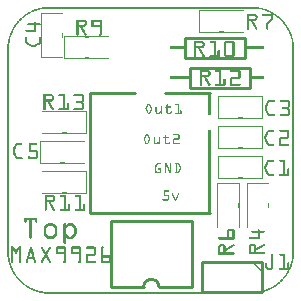
<source format=gto>
G04 MADE WITH FRITZING*
G04 WWW.FRITZING.ORG*
G04 DOUBLE SIDED*
G04 HOLES PLATED*
G04 CONTOUR ON CENTER OF CONTOUR VECTOR*
%ASAXBY*%
%FSLAX23Y23*%
%MOIN*%
%OFA0B0*%
%SFA1.0B1.0*%
%ADD10C,0.010000*%
%ADD11R,0.001000X0.001000*%
%LNSILK1*%
G90*
G70*
G54D10*
X708Y116D02*
X598Y116D01*
D02*
X548Y116D02*
X438Y116D01*
D02*
X438Y116D02*
X438Y336D01*
D02*
X438Y336D02*
X708Y336D01*
D02*
X708Y336D02*
X708Y116D01*
D02*
X702Y847D02*
X902Y847D01*
D02*
X902Y847D02*
X902Y781D01*
D02*
X902Y781D02*
X702Y781D01*
D02*
X702Y781D02*
X702Y847D01*
D02*
X367Y764D02*
X367Y364D01*
D02*
X367Y364D02*
X767Y364D01*
D02*
X367Y764D02*
X517Y764D01*
D02*
X617Y764D02*
X767Y764D01*
D02*
X883Y881D02*
X683Y881D01*
D02*
X683Y881D02*
X683Y947D01*
D02*
X683Y947D02*
X883Y947D01*
D02*
X883Y947D02*
X883Y881D01*
D02*
X942Y201D02*
X742Y201D01*
D02*
X742Y201D02*
X742Y101D01*
D02*
X742Y101D02*
X942Y101D01*
D02*
X942Y101D02*
X942Y201D01*
G54D11*
X227Y1050D02*
X913Y1050D01*
X215Y1049D02*
X925Y1049D01*
X209Y1048D02*
X931Y1048D01*
X203Y1047D02*
X937Y1047D01*
X199Y1046D02*
X941Y1046D01*
X195Y1045D02*
X945Y1045D01*
X192Y1044D02*
X218Y1044D01*
X922Y1044D02*
X948Y1044D01*
X189Y1043D02*
X211Y1043D01*
X929Y1043D02*
X951Y1043D01*
X186Y1042D02*
X205Y1042D01*
X935Y1042D02*
X954Y1042D01*
X183Y1041D02*
X200Y1041D01*
X940Y1041D02*
X957Y1041D01*
X181Y1040D02*
X196Y1040D01*
X944Y1040D02*
X959Y1040D01*
X178Y1039D02*
X193Y1039D01*
X731Y1039D02*
X882Y1039D01*
X947Y1039D02*
X962Y1039D01*
X176Y1038D02*
X190Y1038D01*
X731Y1038D02*
X882Y1038D01*
X950Y1038D02*
X964Y1038D01*
X174Y1037D02*
X187Y1037D01*
X731Y1037D02*
X882Y1037D01*
X953Y1037D02*
X966Y1037D01*
X172Y1036D02*
X184Y1036D01*
X731Y1036D02*
X733Y1036D01*
X799Y1036D02*
X814Y1036D01*
X880Y1036D02*
X882Y1036D01*
X956Y1036D02*
X968Y1036D01*
X170Y1035D02*
X181Y1035D01*
X731Y1035D02*
X733Y1035D01*
X880Y1035D02*
X882Y1035D01*
X959Y1035D02*
X970Y1035D01*
X168Y1034D02*
X179Y1034D01*
X731Y1034D02*
X733Y1034D01*
X880Y1034D02*
X882Y1034D01*
X961Y1034D02*
X972Y1034D01*
X166Y1033D02*
X177Y1033D01*
X731Y1033D02*
X733Y1033D01*
X880Y1033D02*
X882Y1033D01*
X963Y1033D02*
X974Y1033D01*
X164Y1032D02*
X174Y1032D01*
X731Y1032D02*
X733Y1032D01*
X880Y1032D02*
X882Y1032D01*
X966Y1032D02*
X976Y1032D01*
X162Y1031D02*
X172Y1031D01*
X731Y1031D02*
X733Y1031D01*
X880Y1031D02*
X882Y1031D01*
X968Y1031D02*
X978Y1031D01*
X161Y1030D02*
X170Y1030D01*
X205Y1030D02*
X278Y1030D01*
X731Y1030D02*
X733Y1030D01*
X880Y1030D02*
X882Y1030D01*
X970Y1030D02*
X979Y1030D01*
X159Y1029D02*
X168Y1029D01*
X205Y1029D02*
X278Y1029D01*
X731Y1029D02*
X733Y1029D01*
X880Y1029D02*
X882Y1029D01*
X972Y1029D02*
X981Y1029D01*
X158Y1028D02*
X167Y1028D01*
X205Y1028D02*
X278Y1028D01*
X731Y1028D02*
X733Y1028D01*
X880Y1028D02*
X882Y1028D01*
X973Y1028D02*
X982Y1028D01*
X156Y1027D02*
X165Y1027D01*
X205Y1027D02*
X206Y1027D01*
X277Y1027D02*
X278Y1027D01*
X731Y1027D02*
X733Y1027D01*
X880Y1027D02*
X882Y1027D01*
X892Y1027D02*
X919Y1027D01*
X943Y1027D02*
X984Y1027D01*
X154Y1026D02*
X163Y1026D01*
X205Y1026D02*
X206Y1026D01*
X277Y1026D02*
X278Y1026D01*
X731Y1026D02*
X733Y1026D01*
X880Y1026D02*
X882Y1026D01*
X892Y1026D02*
X921Y1026D01*
X942Y1026D02*
X986Y1026D01*
X153Y1025D02*
X161Y1025D01*
X205Y1025D02*
X206Y1025D01*
X277Y1025D02*
X278Y1025D01*
X731Y1025D02*
X733Y1025D01*
X880Y1025D02*
X882Y1025D01*
X892Y1025D02*
X922Y1025D01*
X942Y1025D02*
X976Y1025D01*
X979Y1025D02*
X987Y1025D01*
X152Y1024D02*
X160Y1024D01*
X205Y1024D02*
X206Y1024D01*
X277Y1024D02*
X278Y1024D01*
X731Y1024D02*
X733Y1024D01*
X880Y1024D02*
X882Y1024D01*
X892Y1024D02*
X923Y1024D01*
X942Y1024D02*
X976Y1024D01*
X980Y1024D02*
X988Y1024D01*
X150Y1023D02*
X158Y1023D01*
X205Y1023D02*
X206Y1023D01*
X277Y1023D02*
X278Y1023D01*
X731Y1023D02*
X733Y1023D01*
X880Y1023D02*
X882Y1023D01*
X892Y1023D02*
X924Y1023D01*
X942Y1023D02*
X976Y1023D01*
X982Y1023D02*
X990Y1023D01*
X149Y1022D02*
X157Y1022D01*
X205Y1022D02*
X206Y1022D01*
X277Y1022D02*
X278Y1022D01*
X731Y1022D02*
X733Y1022D01*
X880Y1022D02*
X882Y1022D01*
X892Y1022D02*
X924Y1022D01*
X942Y1022D02*
X976Y1022D01*
X983Y1022D02*
X991Y1022D01*
X148Y1021D02*
X155Y1021D01*
X205Y1021D02*
X206Y1021D01*
X277Y1021D02*
X278Y1021D01*
X731Y1021D02*
X733Y1021D01*
X880Y1021D02*
X882Y1021D01*
X892Y1021D02*
X925Y1021D01*
X942Y1021D02*
X976Y1021D01*
X985Y1021D02*
X992Y1021D01*
X146Y1020D02*
X154Y1020D01*
X205Y1020D02*
X206Y1020D01*
X277Y1020D02*
X278Y1020D01*
X731Y1020D02*
X733Y1020D01*
X880Y1020D02*
X882Y1020D01*
X892Y1020D02*
X898Y1020D01*
X918Y1020D02*
X925Y1020D01*
X942Y1020D02*
X948Y1020D01*
X970Y1020D02*
X976Y1020D01*
X986Y1020D02*
X994Y1020D01*
X145Y1019D02*
X152Y1019D01*
X205Y1019D02*
X206Y1019D01*
X277Y1019D02*
X278Y1019D01*
X731Y1019D02*
X733Y1019D01*
X880Y1019D02*
X882Y1019D01*
X892Y1019D02*
X898Y1019D01*
X919Y1019D02*
X925Y1019D01*
X943Y1019D02*
X947Y1019D01*
X970Y1019D02*
X976Y1019D01*
X988Y1019D02*
X995Y1019D01*
X144Y1018D02*
X151Y1018D01*
X205Y1018D02*
X206Y1018D01*
X277Y1018D02*
X278Y1018D01*
X731Y1018D02*
X733Y1018D01*
X880Y1018D02*
X882Y1018D01*
X892Y1018D02*
X898Y1018D01*
X919Y1018D02*
X926Y1018D01*
X970Y1018D02*
X976Y1018D01*
X989Y1018D02*
X996Y1018D01*
X143Y1017D02*
X150Y1017D01*
X205Y1017D02*
X206Y1017D01*
X277Y1017D02*
X278Y1017D01*
X731Y1017D02*
X733Y1017D01*
X880Y1017D02*
X882Y1017D01*
X892Y1017D02*
X898Y1017D01*
X920Y1017D02*
X926Y1017D01*
X970Y1017D02*
X976Y1017D01*
X990Y1017D02*
X997Y1017D01*
X141Y1016D02*
X148Y1016D01*
X205Y1016D02*
X206Y1016D01*
X277Y1016D02*
X278Y1016D01*
X731Y1016D02*
X733Y1016D01*
X880Y1016D02*
X882Y1016D01*
X892Y1016D02*
X898Y1016D01*
X920Y1016D02*
X926Y1016D01*
X970Y1016D02*
X976Y1016D01*
X992Y1016D02*
X999Y1016D01*
X140Y1015D02*
X147Y1015D01*
X205Y1015D02*
X206Y1015D01*
X277Y1015D02*
X278Y1015D01*
X731Y1015D02*
X733Y1015D01*
X880Y1015D02*
X882Y1015D01*
X892Y1015D02*
X898Y1015D01*
X920Y1015D02*
X926Y1015D01*
X970Y1015D02*
X976Y1015D01*
X993Y1015D02*
X1000Y1015D01*
X139Y1014D02*
X146Y1014D01*
X205Y1014D02*
X206Y1014D01*
X277Y1014D02*
X278Y1014D01*
X731Y1014D02*
X733Y1014D01*
X880Y1014D02*
X882Y1014D01*
X892Y1014D02*
X898Y1014D01*
X920Y1014D02*
X926Y1014D01*
X970Y1014D02*
X976Y1014D01*
X994Y1014D02*
X1001Y1014D01*
X138Y1013D02*
X145Y1013D01*
X205Y1013D02*
X206Y1013D01*
X277Y1013D02*
X278Y1013D01*
X731Y1013D02*
X733Y1013D01*
X880Y1013D02*
X882Y1013D01*
X892Y1013D02*
X898Y1013D01*
X919Y1013D02*
X926Y1013D01*
X970Y1013D02*
X976Y1013D01*
X995Y1013D02*
X1002Y1013D01*
X137Y1012D02*
X144Y1012D01*
X205Y1012D02*
X206Y1012D01*
X277Y1012D02*
X278Y1012D01*
X731Y1012D02*
X733Y1012D01*
X880Y1012D02*
X882Y1012D01*
X892Y1012D02*
X898Y1012D01*
X919Y1012D02*
X925Y1012D01*
X970Y1012D02*
X976Y1012D01*
X996Y1012D02*
X1003Y1012D01*
X136Y1011D02*
X142Y1011D01*
X205Y1011D02*
X206Y1011D01*
X277Y1011D02*
X278Y1011D01*
X731Y1011D02*
X733Y1011D01*
X880Y1011D02*
X882Y1011D01*
X892Y1011D02*
X898Y1011D01*
X918Y1011D02*
X925Y1011D01*
X970Y1011D02*
X976Y1011D01*
X998Y1011D02*
X1004Y1011D01*
X135Y1010D02*
X141Y1010D01*
X205Y1010D02*
X206Y1010D01*
X277Y1010D02*
X278Y1010D01*
X731Y1010D02*
X733Y1010D01*
X880Y1010D02*
X882Y1010D01*
X892Y1010D02*
X925Y1010D01*
X970Y1010D02*
X976Y1010D01*
X999Y1010D02*
X1005Y1010D01*
X134Y1009D02*
X140Y1009D01*
X205Y1009D02*
X206Y1009D01*
X277Y1009D02*
X278Y1009D01*
X731Y1009D02*
X733Y1009D01*
X880Y1009D02*
X882Y1009D01*
X892Y1009D02*
X924Y1009D01*
X970Y1009D02*
X976Y1009D01*
X1000Y1009D02*
X1006Y1009D01*
X133Y1008D02*
X139Y1008D01*
X205Y1008D02*
X206Y1008D01*
X277Y1008D02*
X278Y1008D01*
X731Y1008D02*
X733Y1008D01*
X880Y1008D02*
X882Y1008D01*
X892Y1008D02*
X924Y1008D01*
X969Y1008D02*
X976Y1008D01*
X1001Y1008D02*
X1007Y1008D01*
X132Y1007D02*
X138Y1007D01*
X205Y1007D02*
X206Y1007D01*
X277Y1007D02*
X278Y1007D01*
X323Y1007D02*
X350Y1007D01*
X374Y1007D02*
X405Y1007D01*
X731Y1007D02*
X733Y1007D01*
X880Y1007D02*
X882Y1007D01*
X892Y1007D02*
X923Y1007D01*
X968Y1007D02*
X976Y1007D01*
X1002Y1007D02*
X1008Y1007D01*
X131Y1006D02*
X137Y1006D01*
X205Y1006D02*
X206Y1006D01*
X277Y1006D02*
X278Y1006D01*
X323Y1006D02*
X352Y1006D01*
X373Y1006D02*
X406Y1006D01*
X731Y1006D02*
X733Y1006D01*
X880Y1006D02*
X882Y1006D01*
X892Y1006D02*
X922Y1006D01*
X967Y1006D02*
X975Y1006D01*
X1003Y1006D02*
X1009Y1006D01*
X130Y1005D02*
X136Y1005D01*
X205Y1005D02*
X206Y1005D01*
X277Y1005D02*
X278Y1005D01*
X323Y1005D02*
X353Y1005D01*
X373Y1005D02*
X406Y1005D01*
X731Y1005D02*
X733Y1005D01*
X880Y1005D02*
X882Y1005D01*
X892Y1005D02*
X921Y1005D01*
X966Y1005D02*
X975Y1005D01*
X1004Y1005D02*
X1010Y1005D01*
X129Y1004D02*
X135Y1004D01*
X205Y1004D02*
X206Y1004D01*
X277Y1004D02*
X278Y1004D01*
X323Y1004D02*
X354Y1004D01*
X373Y1004D02*
X406Y1004D01*
X731Y1004D02*
X733Y1004D01*
X880Y1004D02*
X882Y1004D01*
X892Y1004D02*
X919Y1004D01*
X964Y1004D02*
X974Y1004D01*
X1005Y1004D02*
X1011Y1004D01*
X128Y1003D02*
X134Y1003D01*
X205Y1003D02*
X206Y1003D01*
X277Y1003D02*
X278Y1003D01*
X323Y1003D02*
X355Y1003D01*
X373Y1003D02*
X406Y1003D01*
X731Y1003D02*
X733Y1003D01*
X880Y1003D02*
X882Y1003D01*
X892Y1003D02*
X898Y1003D01*
X904Y1003D02*
X911Y1003D01*
X963Y1003D02*
X973Y1003D01*
X1006Y1003D02*
X1012Y1003D01*
X127Y1002D02*
X133Y1002D01*
X205Y1002D02*
X206Y1002D01*
X277Y1002D02*
X278Y1002D01*
X323Y1002D02*
X355Y1002D01*
X373Y1002D02*
X406Y1002D01*
X731Y1002D02*
X733Y1002D01*
X880Y1002D02*
X882Y1002D01*
X892Y1002D02*
X898Y1002D01*
X905Y1002D02*
X912Y1002D01*
X962Y1002D02*
X972Y1002D01*
X1007Y1002D02*
X1013Y1002D01*
X126Y1001D02*
X132Y1001D01*
X205Y1001D02*
X206Y1001D01*
X277Y1001D02*
X278Y1001D01*
X323Y1001D02*
X356Y1001D01*
X373Y1001D02*
X406Y1001D01*
X731Y1001D02*
X733Y1001D01*
X880Y1001D02*
X882Y1001D01*
X892Y1001D02*
X898Y1001D01*
X905Y1001D02*
X912Y1001D01*
X961Y1001D02*
X971Y1001D01*
X1008Y1001D02*
X1014Y1001D01*
X126Y1000D02*
X131Y1000D01*
X205Y1000D02*
X206Y1000D01*
X277Y1000D02*
X278Y1000D01*
X323Y1000D02*
X329Y1000D01*
X349Y1000D02*
X356Y1000D01*
X373Y1000D02*
X379Y1000D01*
X400Y1000D02*
X406Y1000D01*
X731Y1000D02*
X733Y1000D01*
X880Y1000D02*
X882Y1000D01*
X892Y1000D02*
X898Y1000D01*
X906Y1000D02*
X913Y1000D01*
X960Y1000D02*
X970Y1000D01*
X1009Y1000D02*
X1014Y1000D01*
X125Y999D02*
X130Y999D01*
X205Y999D02*
X206Y999D01*
X277Y999D02*
X278Y999D01*
X323Y999D02*
X329Y999D01*
X350Y999D02*
X356Y999D01*
X373Y999D02*
X379Y999D01*
X400Y999D02*
X406Y999D01*
X731Y999D02*
X733Y999D01*
X880Y999D02*
X882Y999D01*
X892Y999D02*
X898Y999D01*
X906Y999D02*
X913Y999D01*
X959Y999D02*
X968Y999D01*
X1010Y999D02*
X1015Y999D01*
X124Y998D02*
X130Y998D01*
X183Y998D02*
X186Y998D01*
X205Y998D02*
X206Y998D01*
X277Y998D02*
X278Y998D01*
X323Y998D02*
X329Y998D01*
X350Y998D02*
X356Y998D01*
X373Y998D02*
X379Y998D01*
X400Y998D02*
X406Y998D01*
X731Y998D02*
X733Y998D01*
X880Y998D02*
X882Y998D01*
X892Y998D02*
X898Y998D01*
X907Y998D02*
X914Y998D01*
X957Y998D02*
X967Y998D01*
X1010Y998D02*
X1016Y998D01*
X123Y997D02*
X129Y997D01*
X182Y997D02*
X187Y997D01*
X205Y997D02*
X206Y997D01*
X277Y997D02*
X278Y997D01*
X323Y997D02*
X329Y997D01*
X350Y997D02*
X356Y997D01*
X373Y997D02*
X379Y997D01*
X400Y997D02*
X406Y997D01*
X731Y997D02*
X733Y997D01*
X880Y997D02*
X882Y997D01*
X892Y997D02*
X898Y997D01*
X907Y997D02*
X915Y997D01*
X956Y997D02*
X966Y997D01*
X1011Y997D02*
X1017Y997D01*
X122Y996D02*
X128Y996D01*
X181Y996D02*
X187Y996D01*
X205Y996D02*
X206Y996D01*
X277Y996D02*
X278Y996D01*
X323Y996D02*
X329Y996D01*
X350Y996D02*
X356Y996D01*
X373Y996D02*
X379Y996D01*
X400Y996D02*
X406Y996D01*
X731Y996D02*
X733Y996D01*
X880Y996D02*
X882Y996D01*
X892Y996D02*
X898Y996D01*
X908Y996D02*
X915Y996D01*
X956Y996D02*
X965Y996D01*
X1012Y996D02*
X1018Y996D01*
X122Y995D02*
X127Y995D01*
X161Y995D02*
X202Y995D01*
X205Y995D02*
X206Y995D01*
X277Y995D02*
X278Y995D01*
X323Y995D02*
X329Y995D01*
X350Y995D02*
X356Y995D01*
X373Y995D02*
X379Y995D01*
X400Y995D02*
X406Y995D01*
X731Y995D02*
X733Y995D01*
X880Y995D02*
X882Y995D01*
X892Y995D02*
X898Y995D01*
X909Y995D02*
X916Y995D01*
X956Y995D02*
X964Y995D01*
X1013Y995D02*
X1018Y995D01*
X121Y994D02*
X126Y994D01*
X159Y994D02*
X206Y994D01*
X277Y994D02*
X278Y994D01*
X323Y994D02*
X329Y994D01*
X350Y994D02*
X356Y994D01*
X373Y994D02*
X379Y994D01*
X400Y994D02*
X406Y994D01*
X731Y994D02*
X733Y994D01*
X880Y994D02*
X882Y994D01*
X892Y994D02*
X898Y994D01*
X909Y994D02*
X916Y994D01*
X956Y994D02*
X963Y994D01*
X1014Y994D02*
X1019Y994D01*
X120Y993D02*
X125Y993D01*
X158Y993D02*
X206Y993D01*
X277Y993D02*
X278Y993D01*
X323Y993D02*
X329Y993D01*
X350Y993D02*
X356Y993D01*
X373Y993D02*
X379Y993D01*
X400Y993D02*
X406Y993D01*
X731Y993D02*
X733Y993D01*
X880Y993D02*
X882Y993D01*
X892Y993D02*
X898Y993D01*
X910Y993D02*
X917Y993D01*
X956Y993D02*
X962Y993D01*
X1015Y993D02*
X1020Y993D01*
X119Y992D02*
X125Y992D01*
X158Y992D02*
X206Y992D01*
X277Y992D02*
X278Y992D01*
X323Y992D02*
X329Y992D01*
X350Y992D02*
X356Y992D01*
X373Y992D02*
X379Y992D01*
X400Y992D02*
X406Y992D01*
X731Y992D02*
X733Y992D01*
X880Y992D02*
X882Y992D01*
X892Y992D02*
X898Y992D01*
X910Y992D02*
X918Y992D01*
X956Y992D02*
X962Y992D01*
X1015Y992D02*
X1021Y992D01*
X119Y991D02*
X124Y991D01*
X158Y991D02*
X206Y991D01*
X277Y991D02*
X278Y991D01*
X323Y991D02*
X329Y991D01*
X349Y991D02*
X356Y991D01*
X373Y991D02*
X379Y991D01*
X400Y991D02*
X406Y991D01*
X731Y991D02*
X733Y991D01*
X880Y991D02*
X882Y991D01*
X892Y991D02*
X898Y991D01*
X911Y991D02*
X918Y991D01*
X956Y991D02*
X962Y991D01*
X1016Y991D02*
X1021Y991D01*
X118Y990D02*
X123Y990D01*
X158Y990D02*
X206Y990D01*
X277Y990D02*
X278Y990D01*
X323Y990D02*
X356Y990D01*
X373Y990D02*
X406Y990D01*
X731Y990D02*
X733Y990D01*
X880Y990D02*
X882Y990D01*
X892Y990D02*
X898Y990D01*
X912Y990D02*
X919Y990D01*
X956Y990D02*
X962Y990D01*
X1017Y990D02*
X1022Y990D01*
X117Y989D02*
X122Y989D01*
X159Y989D02*
X206Y989D01*
X277Y989D02*
X278Y989D01*
X323Y989D02*
X355Y989D01*
X373Y989D02*
X406Y989D01*
X731Y989D02*
X733Y989D01*
X880Y989D02*
X882Y989D01*
X892Y989D02*
X898Y989D01*
X912Y989D02*
X919Y989D01*
X956Y989D02*
X962Y989D01*
X1018Y989D02*
X1023Y989D01*
X116Y988D02*
X122Y988D01*
X181Y988D02*
X188Y988D01*
X205Y988D02*
X206Y988D01*
X277Y988D02*
X278Y988D01*
X323Y988D02*
X354Y988D01*
X373Y988D02*
X406Y988D01*
X731Y988D02*
X733Y988D01*
X880Y988D02*
X882Y988D01*
X892Y988D02*
X898Y988D01*
X913Y988D02*
X920Y988D01*
X956Y988D02*
X962Y988D01*
X1018Y988D02*
X1024Y988D01*
X116Y987D02*
X121Y987D01*
X181Y987D02*
X187Y987D01*
X205Y987D02*
X206Y987D01*
X277Y987D02*
X278Y987D01*
X323Y987D02*
X354Y987D01*
X373Y987D02*
X406Y987D01*
X731Y987D02*
X733Y987D01*
X880Y987D02*
X882Y987D01*
X892Y987D02*
X898Y987D01*
X913Y987D02*
X920Y987D01*
X956Y987D02*
X962Y987D01*
X1019Y987D02*
X1024Y987D01*
X115Y986D02*
X120Y986D01*
X181Y986D02*
X187Y986D01*
X205Y986D02*
X206Y986D01*
X277Y986D02*
X278Y986D01*
X323Y986D02*
X353Y986D01*
X373Y986D02*
X406Y986D01*
X731Y986D02*
X733Y986D01*
X880Y986D02*
X882Y986D01*
X892Y986D02*
X898Y986D01*
X914Y986D02*
X921Y986D01*
X956Y986D02*
X962Y986D01*
X1020Y986D02*
X1025Y986D01*
X115Y985D02*
X120Y985D01*
X181Y985D02*
X187Y985D01*
X205Y985D02*
X206Y985D01*
X277Y985D02*
X278Y985D01*
X323Y985D02*
X351Y985D01*
X373Y985D02*
X406Y985D01*
X731Y985D02*
X733Y985D01*
X880Y985D02*
X882Y985D01*
X892Y985D02*
X898Y985D01*
X914Y985D02*
X922Y985D01*
X956Y985D02*
X962Y985D01*
X1020Y985D02*
X1025Y985D01*
X114Y984D02*
X119Y984D01*
X181Y984D02*
X187Y984D01*
X205Y984D02*
X206Y984D01*
X277Y984D02*
X278Y984D01*
X323Y984D02*
X349Y984D01*
X374Y984D02*
X406Y984D01*
X731Y984D02*
X733Y984D01*
X880Y984D02*
X882Y984D01*
X892Y984D02*
X898Y984D01*
X915Y984D02*
X922Y984D01*
X956Y984D02*
X962Y984D01*
X1021Y984D02*
X1026Y984D01*
X113Y983D02*
X118Y983D01*
X181Y983D02*
X187Y983D01*
X205Y983D02*
X206Y983D01*
X277Y983D02*
X278Y983D01*
X323Y983D02*
X329Y983D01*
X335Y983D02*
X342Y983D01*
X400Y983D02*
X406Y983D01*
X731Y983D02*
X733Y983D01*
X880Y983D02*
X882Y983D01*
X892Y983D02*
X898Y983D01*
X916Y983D02*
X923Y983D01*
X956Y983D02*
X962Y983D01*
X1022Y983D02*
X1027Y983D01*
X113Y982D02*
X118Y982D01*
X181Y982D02*
X187Y982D01*
X205Y982D02*
X206Y982D01*
X277Y982D02*
X278Y982D01*
X323Y982D02*
X329Y982D01*
X335Y982D02*
X342Y982D01*
X400Y982D02*
X406Y982D01*
X731Y982D02*
X733Y982D01*
X880Y982D02*
X882Y982D01*
X892Y982D02*
X898Y982D01*
X916Y982D02*
X923Y982D01*
X956Y982D02*
X962Y982D01*
X1022Y982D02*
X1027Y982D01*
X112Y981D02*
X117Y981D01*
X181Y981D02*
X187Y981D01*
X205Y981D02*
X206Y981D01*
X277Y981D02*
X278Y981D01*
X323Y981D02*
X329Y981D01*
X336Y981D02*
X343Y981D01*
X400Y981D02*
X406Y981D01*
X731Y981D02*
X733Y981D01*
X880Y981D02*
X882Y981D01*
X892Y981D02*
X898Y981D01*
X917Y981D02*
X924Y981D01*
X956Y981D02*
X962Y981D01*
X1023Y981D02*
X1028Y981D01*
X111Y980D02*
X116Y980D01*
X181Y980D02*
X187Y980D01*
X205Y980D02*
X206Y980D01*
X277Y980D02*
X278Y980D01*
X323Y980D02*
X329Y980D01*
X336Y980D02*
X344Y980D01*
X400Y980D02*
X406Y980D01*
X731Y980D02*
X733Y980D01*
X880Y980D02*
X882Y980D01*
X892Y980D02*
X898Y980D01*
X917Y980D02*
X925Y980D01*
X956Y980D02*
X962Y980D01*
X1024Y980D02*
X1029Y980D01*
X111Y979D02*
X116Y979D01*
X181Y979D02*
X187Y979D01*
X205Y979D02*
X206Y979D01*
X277Y979D02*
X278Y979D01*
X323Y979D02*
X329Y979D01*
X337Y979D02*
X344Y979D01*
X400Y979D02*
X406Y979D01*
X731Y979D02*
X733Y979D01*
X880Y979D02*
X882Y979D01*
X892Y979D02*
X898Y979D01*
X918Y979D02*
X925Y979D01*
X956Y979D02*
X962Y979D01*
X1024Y979D02*
X1029Y979D01*
X110Y978D02*
X115Y978D01*
X181Y978D02*
X187Y978D01*
X205Y978D02*
X206Y978D01*
X277Y978D02*
X278Y978D01*
X323Y978D02*
X329Y978D01*
X338Y978D02*
X345Y978D01*
X400Y978D02*
X406Y978D01*
X731Y978D02*
X733Y978D01*
X880Y978D02*
X882Y978D01*
X892Y978D02*
X898Y978D01*
X919Y978D02*
X925Y978D01*
X956Y978D02*
X962Y978D01*
X1025Y978D02*
X1030Y978D01*
X110Y977D02*
X115Y977D01*
X181Y977D02*
X187Y977D01*
X205Y977D02*
X206Y977D01*
X277Y977D02*
X278Y977D01*
X323Y977D02*
X329Y977D01*
X338Y977D02*
X345Y977D01*
X400Y977D02*
X406Y977D01*
X731Y977D02*
X733Y977D01*
X880Y977D02*
X882Y977D01*
X892Y977D02*
X898Y977D01*
X919Y977D02*
X926Y977D01*
X956Y977D02*
X962Y977D01*
X1025Y977D02*
X1030Y977D01*
X109Y976D02*
X114Y976D01*
X181Y976D02*
X187Y976D01*
X205Y976D02*
X206Y976D01*
X277Y976D02*
X278Y976D01*
X323Y976D02*
X329Y976D01*
X339Y976D02*
X346Y976D01*
X400Y976D02*
X406Y976D01*
X731Y976D02*
X733Y976D01*
X880Y976D02*
X882Y976D01*
X892Y976D02*
X898Y976D01*
X920Y976D02*
X925Y976D01*
X956Y976D02*
X961Y976D01*
X1026Y976D02*
X1031Y976D01*
X109Y975D02*
X114Y975D01*
X181Y975D02*
X187Y975D01*
X205Y975D02*
X206Y975D01*
X277Y975D02*
X278Y975D01*
X323Y975D02*
X329Y975D01*
X339Y975D02*
X347Y975D01*
X400Y975D02*
X406Y975D01*
X731Y975D02*
X733Y975D01*
X880Y975D02*
X882Y975D01*
X893Y975D02*
X897Y975D01*
X921Y975D02*
X925Y975D01*
X957Y975D02*
X961Y975D01*
X1026Y975D02*
X1031Y975D01*
X108Y974D02*
X113Y974D01*
X154Y974D02*
X187Y974D01*
X205Y974D02*
X206Y974D01*
X277Y974D02*
X278Y974D01*
X323Y974D02*
X329Y974D01*
X340Y974D02*
X347Y974D01*
X400Y974D02*
X406Y974D01*
X731Y974D02*
X733Y974D01*
X880Y974D02*
X882Y974D01*
X894Y974D02*
X896Y974D01*
X922Y974D02*
X923Y974D01*
X958Y974D02*
X959Y974D01*
X1027Y974D02*
X1032Y974D01*
X108Y973D02*
X112Y973D01*
X153Y973D02*
X187Y973D01*
X205Y973D02*
X206Y973D01*
X277Y973D02*
X278Y973D01*
X323Y973D02*
X329Y973D01*
X341Y973D02*
X348Y973D01*
X400Y973D02*
X406Y973D01*
X731Y973D02*
X733Y973D01*
X880Y973D02*
X882Y973D01*
X1028Y973D02*
X1032Y973D01*
X107Y972D02*
X112Y972D01*
X152Y972D02*
X187Y972D01*
X205Y972D02*
X206Y972D01*
X277Y972D02*
X278Y972D01*
X323Y972D02*
X329Y972D01*
X341Y972D02*
X348Y972D01*
X400Y972D02*
X406Y972D01*
X731Y972D02*
X733Y972D01*
X880Y972D02*
X882Y972D01*
X1028Y972D02*
X1033Y972D01*
X107Y971D02*
X111Y971D01*
X152Y971D02*
X187Y971D01*
X205Y971D02*
X206Y971D01*
X277Y971D02*
X278Y971D01*
X323Y971D02*
X329Y971D01*
X342Y971D02*
X349Y971D01*
X400Y971D02*
X406Y971D01*
X731Y971D02*
X733Y971D01*
X880Y971D02*
X882Y971D01*
X1029Y971D02*
X1033Y971D01*
X106Y970D02*
X111Y970D01*
X152Y970D02*
X187Y970D01*
X205Y970D02*
X206Y970D01*
X277Y970D02*
X278Y970D01*
X323Y970D02*
X329Y970D01*
X342Y970D02*
X349Y970D01*
X400Y970D02*
X406Y970D01*
X731Y970D02*
X733Y970D01*
X880Y970D02*
X882Y970D01*
X1029Y970D02*
X1034Y970D01*
X106Y969D02*
X110Y969D01*
X152Y969D02*
X187Y969D01*
X205Y969D02*
X206Y969D01*
X277Y969D02*
X278Y969D01*
X323Y969D02*
X329Y969D01*
X343Y969D02*
X350Y969D01*
X400Y969D02*
X406Y969D01*
X731Y969D02*
X733Y969D01*
X880Y969D02*
X882Y969D01*
X1030Y969D02*
X1034Y969D01*
X105Y968D02*
X110Y968D01*
X154Y968D02*
X187Y968D01*
X205Y968D02*
X206Y968D01*
X277Y968D02*
X278Y968D01*
X323Y968D02*
X329Y968D01*
X343Y968D02*
X351Y968D01*
X400Y968D02*
X406Y968D01*
X731Y968D02*
X733Y968D01*
X799Y968D02*
X814Y968D01*
X880Y968D02*
X882Y968D01*
X1030Y968D02*
X1035Y968D01*
X105Y967D02*
X109Y967D01*
X205Y967D02*
X206Y967D01*
X277Y967D02*
X278Y967D01*
X323Y967D02*
X329Y967D01*
X344Y967D02*
X351Y967D01*
X400Y967D02*
X406Y967D01*
X731Y967D02*
X882Y967D01*
X1030Y967D02*
X1035Y967D01*
X104Y966D02*
X109Y966D01*
X205Y966D02*
X206Y966D01*
X277Y966D02*
X278Y966D01*
X323Y966D02*
X329Y966D01*
X345Y966D02*
X352Y966D01*
X400Y966D02*
X406Y966D01*
X731Y966D02*
X882Y966D01*
X1031Y966D02*
X1036Y966D01*
X104Y965D02*
X109Y965D01*
X205Y965D02*
X206Y965D01*
X277Y965D02*
X278Y965D01*
X323Y965D02*
X329Y965D01*
X345Y965D02*
X352Y965D01*
X400Y965D02*
X406Y965D01*
X731Y965D02*
X882Y965D01*
X1031Y965D02*
X1036Y965D01*
X103Y964D02*
X108Y964D01*
X205Y964D02*
X206Y964D01*
X277Y964D02*
X278Y964D01*
X323Y964D02*
X329Y964D01*
X346Y964D02*
X353Y964D01*
X400Y964D02*
X406Y964D01*
X1032Y964D02*
X1037Y964D01*
X103Y963D02*
X108Y963D01*
X205Y963D02*
X207Y963D01*
X276Y963D02*
X278Y963D01*
X323Y963D02*
X329Y963D01*
X346Y963D02*
X354Y963D01*
X400Y963D02*
X406Y963D01*
X1032Y963D02*
X1037Y963D01*
X103Y962D02*
X107Y962D01*
X205Y962D02*
X208Y962D01*
X275Y962D02*
X278Y962D01*
X323Y962D02*
X329Y962D01*
X347Y962D02*
X354Y962D01*
X400Y962D02*
X406Y962D01*
X1033Y962D02*
X1037Y962D01*
X102Y961D02*
X107Y961D01*
X205Y961D02*
X208Y961D01*
X275Y961D02*
X278Y961D01*
X323Y961D02*
X329Y961D01*
X348Y961D02*
X355Y961D01*
X400Y961D02*
X406Y961D01*
X1033Y961D02*
X1038Y961D01*
X102Y960D02*
X106Y960D01*
X205Y960D02*
X208Y960D01*
X275Y960D02*
X278Y960D01*
X323Y960D02*
X329Y960D01*
X348Y960D02*
X355Y960D01*
X398Y960D02*
X406Y960D01*
X1034Y960D02*
X1038Y960D01*
X101Y959D02*
X106Y959D01*
X205Y959D02*
X208Y959D01*
X275Y959D02*
X278Y959D01*
X323Y959D02*
X329Y959D01*
X349Y959D02*
X356Y959D01*
X397Y959D02*
X406Y959D01*
X1034Y959D02*
X1039Y959D01*
X101Y958D02*
X106Y958D01*
X205Y958D02*
X208Y958D01*
X275Y958D02*
X278Y958D01*
X323Y958D02*
X329Y958D01*
X349Y958D02*
X356Y958D01*
X397Y958D02*
X406Y958D01*
X1034Y958D02*
X1039Y958D01*
X101Y957D02*
X105Y957D01*
X205Y957D02*
X208Y957D01*
X275Y957D02*
X278Y957D01*
X323Y957D02*
X329Y957D01*
X350Y957D02*
X356Y957D01*
X397Y957D02*
X406Y957D01*
X1035Y957D02*
X1039Y957D01*
X100Y956D02*
X105Y956D01*
X205Y956D02*
X208Y956D01*
X275Y956D02*
X278Y956D01*
X323Y956D02*
X328Y956D01*
X350Y956D02*
X356Y956D01*
X397Y956D02*
X406Y956D01*
X1035Y956D02*
X1040Y956D01*
X100Y955D02*
X105Y955D01*
X205Y955D02*
X208Y955D01*
X275Y955D02*
X278Y955D01*
X324Y955D02*
X328Y955D01*
X351Y955D02*
X355Y955D01*
X398Y955D02*
X405Y955D01*
X1035Y955D02*
X1040Y955D01*
X100Y954D02*
X104Y954D01*
X205Y954D02*
X208Y954D01*
X275Y954D02*
X278Y954D01*
X325Y954D02*
X326Y954D01*
X353Y954D02*
X353Y954D01*
X399Y954D02*
X403Y954D01*
X1036Y954D02*
X1040Y954D01*
X99Y953D02*
X104Y953D01*
X205Y953D02*
X208Y953D01*
X275Y953D02*
X278Y953D01*
X1036Y953D02*
X1041Y953D01*
X99Y952D02*
X104Y952D01*
X205Y952D02*
X208Y952D01*
X275Y952D02*
X278Y952D01*
X1036Y952D02*
X1041Y952D01*
X99Y951D02*
X103Y951D01*
X205Y951D02*
X208Y951D01*
X275Y951D02*
X278Y951D01*
X282Y951D02*
X432Y951D01*
X1037Y951D02*
X1041Y951D01*
X98Y950D02*
X103Y950D01*
X154Y950D02*
X156Y950D01*
X201Y950D02*
X203Y950D01*
X205Y950D02*
X208Y950D01*
X275Y950D02*
X278Y950D01*
X282Y950D02*
X432Y950D01*
X1037Y950D02*
X1042Y950D01*
X98Y949D02*
X103Y949D01*
X153Y949D02*
X157Y949D01*
X200Y949D02*
X208Y949D01*
X275Y949D02*
X278Y949D01*
X282Y949D02*
X432Y949D01*
X1037Y949D02*
X1042Y949D01*
X98Y948D02*
X102Y948D01*
X152Y948D02*
X158Y948D01*
X199Y948D02*
X208Y948D01*
X275Y948D02*
X278Y948D01*
X282Y948D02*
X283Y948D01*
X350Y948D02*
X364Y948D01*
X430Y948D02*
X432Y948D01*
X1038Y948D02*
X1042Y948D01*
X97Y947D02*
X102Y947D01*
X152Y947D02*
X158Y947D01*
X199Y947D02*
X207Y947D01*
X276Y947D02*
X278Y947D01*
X282Y947D02*
X283Y947D01*
X430Y947D02*
X432Y947D01*
X1038Y947D02*
X1043Y947D01*
X97Y946D02*
X102Y946D01*
X152Y946D02*
X158Y946D01*
X199Y946D02*
X206Y946D01*
X277Y946D02*
X278Y946D01*
X282Y946D02*
X283Y946D01*
X430Y946D02*
X432Y946D01*
X1038Y946D02*
X1043Y946D01*
X97Y945D02*
X101Y945D01*
X152Y945D02*
X158Y945D01*
X199Y945D02*
X206Y945D01*
X277Y945D02*
X278Y945D01*
X282Y945D02*
X283Y945D01*
X430Y945D02*
X432Y945D01*
X1039Y945D02*
X1043Y945D01*
X97Y944D02*
X101Y944D01*
X152Y944D02*
X158Y944D01*
X199Y944D02*
X206Y944D01*
X277Y944D02*
X278Y944D01*
X282Y944D02*
X283Y944D01*
X430Y944D02*
X432Y944D01*
X1039Y944D02*
X1043Y944D01*
X96Y943D02*
X101Y943D01*
X152Y943D02*
X158Y943D01*
X199Y943D02*
X206Y943D01*
X277Y943D02*
X278Y943D01*
X282Y943D02*
X283Y943D01*
X430Y943D02*
X432Y943D01*
X1039Y943D02*
X1044Y943D01*
X96Y942D02*
X101Y942D01*
X152Y942D02*
X158Y942D01*
X199Y942D02*
X206Y942D01*
X277Y942D02*
X278Y942D01*
X282Y942D02*
X283Y942D01*
X430Y942D02*
X432Y942D01*
X1039Y942D02*
X1044Y942D01*
X96Y941D02*
X100Y941D01*
X152Y941D02*
X158Y941D01*
X199Y941D02*
X206Y941D01*
X277Y941D02*
X278Y941D01*
X282Y941D02*
X283Y941D01*
X430Y941D02*
X432Y941D01*
X1040Y941D02*
X1044Y941D01*
X96Y940D02*
X100Y940D01*
X152Y940D02*
X158Y940D01*
X199Y940D02*
X206Y940D01*
X277Y940D02*
X278Y940D01*
X282Y940D02*
X283Y940D01*
X430Y940D02*
X432Y940D01*
X1040Y940D02*
X1044Y940D01*
X95Y939D02*
X100Y939D01*
X152Y939D02*
X158Y939D01*
X199Y939D02*
X206Y939D01*
X277Y939D02*
X278Y939D01*
X282Y939D02*
X283Y939D01*
X430Y939D02*
X432Y939D01*
X1040Y939D02*
X1044Y939D01*
X95Y938D02*
X100Y938D01*
X152Y938D02*
X158Y938D01*
X199Y938D02*
X206Y938D01*
X277Y938D02*
X278Y938D01*
X282Y938D02*
X283Y938D01*
X430Y938D02*
X432Y938D01*
X1040Y938D02*
X1045Y938D01*
X95Y937D02*
X100Y937D01*
X152Y937D02*
X158Y937D01*
X199Y937D02*
X206Y937D01*
X277Y937D02*
X278Y937D01*
X282Y937D02*
X283Y937D01*
X430Y937D02*
X432Y937D01*
X1040Y937D02*
X1045Y937D01*
X95Y936D02*
X99Y936D01*
X152Y936D02*
X158Y936D01*
X199Y936D02*
X206Y936D01*
X277Y936D02*
X278Y936D01*
X282Y936D02*
X283Y936D01*
X430Y936D02*
X432Y936D01*
X716Y936D02*
X742Y936D01*
X768Y936D02*
X786Y936D01*
X820Y936D02*
X845Y936D01*
X1041Y936D02*
X1045Y936D01*
X95Y935D02*
X99Y935D01*
X152Y935D02*
X158Y935D01*
X199Y935D02*
X206Y935D01*
X277Y935D02*
X278Y935D01*
X282Y935D02*
X283Y935D01*
X430Y935D02*
X432Y935D01*
X716Y935D02*
X744Y935D01*
X767Y935D02*
X786Y935D01*
X819Y935D02*
X847Y935D01*
X1041Y935D02*
X1045Y935D01*
X95Y934D02*
X99Y934D01*
X152Y934D02*
X158Y934D01*
X199Y934D02*
X206Y934D01*
X277Y934D02*
X278Y934D01*
X282Y934D02*
X283Y934D01*
X430Y934D02*
X432Y934D01*
X716Y934D02*
X746Y934D01*
X766Y934D02*
X786Y934D01*
X818Y934D02*
X848Y934D01*
X1041Y934D02*
X1045Y934D01*
X94Y933D02*
X99Y933D01*
X152Y933D02*
X158Y933D01*
X199Y933D02*
X206Y933D01*
X277Y933D02*
X278Y933D01*
X282Y933D02*
X283Y933D01*
X430Y933D02*
X432Y933D01*
X716Y933D02*
X747Y933D01*
X766Y933D02*
X786Y933D01*
X817Y933D02*
X849Y933D01*
X1041Y933D02*
X1046Y933D01*
X94Y932D02*
X99Y932D01*
X152Y932D02*
X158Y932D01*
X198Y932D02*
X206Y932D01*
X277Y932D02*
X278Y932D01*
X282Y932D02*
X283Y932D01*
X430Y932D02*
X432Y932D01*
X716Y932D02*
X748Y932D01*
X766Y932D02*
X786Y932D01*
X816Y932D02*
X849Y932D01*
X1041Y932D02*
X1046Y932D01*
X94Y931D02*
X99Y931D01*
X152Y931D02*
X160Y931D01*
X197Y931D02*
X206Y931D01*
X277Y931D02*
X278Y931D01*
X282Y931D02*
X283Y931D01*
X430Y931D02*
X432Y931D01*
X716Y931D02*
X748Y931D01*
X767Y931D02*
X786Y931D01*
X816Y931D02*
X849Y931D01*
X1041Y931D02*
X1046Y931D01*
X94Y930D02*
X98Y930D01*
X153Y930D02*
X161Y930D01*
X195Y930D02*
X206Y930D01*
X277Y930D02*
X278Y930D01*
X282Y930D02*
X283Y930D01*
X430Y930D02*
X432Y930D01*
X716Y930D02*
X749Y930D01*
X768Y930D02*
X786Y930D01*
X816Y930D02*
X849Y930D01*
X1042Y930D02*
X1046Y930D01*
X94Y929D02*
X98Y929D01*
X153Y929D02*
X163Y929D01*
X193Y929D02*
X206Y929D01*
X277Y929D02*
X278Y929D01*
X282Y929D02*
X283Y929D01*
X430Y929D02*
X432Y929D01*
X716Y929D02*
X722Y929D01*
X742Y929D02*
X749Y929D01*
X780Y929D02*
X786Y929D01*
X816Y929D02*
X822Y929D01*
X843Y929D02*
X849Y929D01*
X1042Y929D02*
X1046Y929D01*
X94Y928D02*
X98Y928D01*
X154Y928D02*
X165Y928D01*
X191Y928D02*
X203Y928D01*
X205Y928D02*
X206Y928D01*
X277Y928D02*
X278Y928D01*
X282Y928D02*
X283Y928D01*
X430Y928D02*
X432Y928D01*
X716Y928D02*
X722Y928D01*
X743Y928D02*
X749Y928D01*
X780Y928D02*
X786Y928D01*
X816Y928D02*
X822Y928D01*
X843Y928D02*
X849Y928D01*
X1042Y928D02*
X1046Y928D01*
X93Y927D02*
X98Y927D01*
X154Y927D02*
X167Y927D01*
X189Y927D02*
X202Y927D01*
X205Y927D02*
X206Y927D01*
X277Y927D02*
X278Y927D01*
X282Y927D02*
X283Y927D01*
X430Y927D02*
X432Y927D01*
X716Y927D02*
X722Y927D01*
X743Y927D02*
X749Y927D01*
X780Y927D02*
X786Y927D01*
X816Y927D02*
X822Y927D01*
X843Y927D02*
X849Y927D01*
X1042Y927D02*
X1047Y927D01*
X93Y926D02*
X98Y926D01*
X155Y926D02*
X169Y926D01*
X187Y926D02*
X201Y926D01*
X205Y926D02*
X206Y926D01*
X277Y926D02*
X278Y926D01*
X282Y926D02*
X283Y926D01*
X430Y926D02*
X432Y926D01*
X716Y926D02*
X722Y926D01*
X743Y926D02*
X750Y926D01*
X780Y926D02*
X786Y926D01*
X816Y926D02*
X822Y926D01*
X843Y926D02*
X849Y926D01*
X1042Y926D02*
X1047Y926D01*
X93Y925D02*
X98Y925D01*
X157Y925D02*
X171Y925D01*
X185Y925D02*
X200Y925D01*
X205Y925D02*
X206Y925D01*
X277Y925D02*
X278Y925D01*
X282Y925D02*
X283Y925D01*
X430Y925D02*
X432Y925D01*
X716Y925D02*
X722Y925D01*
X744Y925D02*
X750Y925D01*
X780Y925D02*
X786Y925D01*
X816Y925D02*
X822Y925D01*
X843Y925D02*
X849Y925D01*
X1042Y925D02*
X1047Y925D01*
X93Y924D02*
X98Y924D01*
X158Y924D02*
X173Y924D01*
X184Y924D02*
X198Y924D01*
X205Y924D02*
X206Y924D01*
X277Y924D02*
X278Y924D01*
X282Y924D02*
X283Y924D01*
X430Y924D02*
X432Y924D01*
X716Y924D02*
X722Y924D01*
X744Y924D02*
X750Y924D01*
X780Y924D02*
X786Y924D01*
X816Y924D02*
X822Y924D01*
X843Y924D02*
X849Y924D01*
X1042Y924D02*
X1047Y924D01*
X93Y923D02*
X97Y923D01*
X161Y923D02*
X176Y923D01*
X181Y923D02*
X196Y923D01*
X205Y923D02*
X206Y923D01*
X277Y923D02*
X278Y923D01*
X282Y923D02*
X283Y923D01*
X430Y923D02*
X432Y923D01*
X716Y923D02*
X722Y923D01*
X744Y923D02*
X750Y923D01*
X780Y923D02*
X786Y923D01*
X816Y923D02*
X822Y923D01*
X843Y923D02*
X849Y923D01*
X1043Y923D02*
X1047Y923D01*
X93Y922D02*
X97Y922D01*
X163Y922D02*
X194Y922D01*
X205Y922D02*
X206Y922D01*
X277Y922D02*
X278Y922D01*
X282Y922D02*
X283Y922D01*
X430Y922D02*
X432Y922D01*
X716Y922D02*
X722Y922D01*
X743Y922D02*
X749Y922D01*
X780Y922D02*
X786Y922D01*
X816Y922D02*
X822Y922D01*
X843Y922D02*
X849Y922D01*
X1043Y922D02*
X1047Y922D01*
X93Y921D02*
X97Y921D01*
X165Y921D02*
X192Y921D01*
X205Y921D02*
X206Y921D01*
X277Y921D02*
X278Y921D01*
X282Y921D02*
X283Y921D01*
X430Y921D02*
X432Y921D01*
X716Y921D02*
X722Y921D01*
X743Y921D02*
X749Y921D01*
X780Y921D02*
X786Y921D01*
X816Y921D02*
X822Y921D01*
X843Y921D02*
X849Y921D01*
X1043Y921D02*
X1047Y921D01*
X93Y920D02*
X97Y920D01*
X167Y920D02*
X190Y920D01*
X205Y920D02*
X206Y920D01*
X277Y920D02*
X278Y920D01*
X282Y920D02*
X283Y920D01*
X430Y920D02*
X432Y920D01*
X716Y920D02*
X722Y920D01*
X742Y920D02*
X749Y920D01*
X780Y920D02*
X786Y920D01*
X816Y920D02*
X822Y920D01*
X843Y920D02*
X849Y920D01*
X1043Y920D02*
X1047Y920D01*
X93Y919D02*
X97Y919D01*
X169Y919D02*
X188Y919D01*
X205Y919D02*
X206Y919D01*
X277Y919D02*
X278Y919D01*
X282Y919D02*
X283Y919D01*
X430Y919D02*
X432Y919D01*
X634Y919D02*
X681Y919D01*
X716Y919D02*
X722Y919D01*
X740Y919D02*
X749Y919D01*
X780Y919D02*
X786Y919D01*
X816Y919D02*
X822Y919D01*
X843Y919D02*
X849Y919D01*
X882Y919D02*
X948Y919D01*
X1043Y919D02*
X1047Y919D01*
X93Y918D02*
X97Y918D01*
X171Y918D02*
X186Y918D01*
X205Y918D02*
X206Y918D01*
X277Y918D02*
X278Y918D01*
X282Y918D02*
X283Y918D01*
X430Y918D02*
X432Y918D01*
X634Y918D02*
X681Y918D01*
X716Y918D02*
X748Y918D01*
X780Y918D02*
X786Y918D01*
X816Y918D02*
X822Y918D01*
X843Y918D02*
X849Y918D01*
X882Y918D02*
X948Y918D01*
X1043Y918D02*
X1047Y918D01*
X93Y917D02*
X97Y917D01*
X173Y917D02*
X184Y917D01*
X205Y917D02*
X206Y917D01*
X277Y917D02*
X278Y917D01*
X282Y917D02*
X283Y917D01*
X430Y917D02*
X432Y917D01*
X634Y917D02*
X681Y917D01*
X716Y917D02*
X748Y917D01*
X780Y917D02*
X786Y917D01*
X816Y917D02*
X822Y917D01*
X843Y917D02*
X849Y917D01*
X882Y917D02*
X948Y917D01*
X1043Y917D02*
X1047Y917D01*
X93Y916D02*
X97Y916D01*
X176Y916D02*
X180Y916D01*
X205Y916D02*
X206Y916D01*
X277Y916D02*
X278Y916D01*
X282Y916D02*
X283Y916D01*
X430Y916D02*
X432Y916D01*
X634Y916D02*
X681Y916D01*
X716Y916D02*
X747Y916D01*
X780Y916D02*
X786Y916D01*
X816Y916D02*
X822Y916D01*
X843Y916D02*
X849Y916D01*
X882Y916D02*
X948Y916D01*
X1043Y916D02*
X1047Y916D01*
X92Y915D02*
X97Y915D01*
X205Y915D02*
X206Y915D01*
X277Y915D02*
X278Y915D01*
X282Y915D02*
X283Y915D01*
X430Y915D02*
X432Y915D01*
X634Y915D02*
X681Y915D01*
X716Y915D02*
X746Y915D01*
X780Y915D02*
X786Y915D01*
X816Y915D02*
X822Y915D01*
X843Y915D02*
X849Y915D01*
X882Y915D02*
X948Y915D01*
X1043Y915D02*
X1048Y915D01*
X92Y914D02*
X97Y914D01*
X205Y914D02*
X206Y914D01*
X277Y914D02*
X278Y914D01*
X282Y914D02*
X283Y914D01*
X430Y914D02*
X432Y914D01*
X634Y914D02*
X681Y914D01*
X716Y914D02*
X745Y914D01*
X780Y914D02*
X786Y914D01*
X816Y914D02*
X822Y914D01*
X843Y914D02*
X849Y914D01*
X882Y914D02*
X948Y914D01*
X1043Y914D02*
X1048Y914D01*
X92Y913D02*
X97Y913D01*
X205Y913D02*
X206Y913D01*
X277Y913D02*
X278Y913D01*
X282Y913D02*
X283Y913D01*
X430Y913D02*
X432Y913D01*
X634Y913D02*
X681Y913D01*
X716Y913D02*
X744Y913D01*
X780Y913D02*
X786Y913D01*
X816Y913D02*
X822Y913D01*
X843Y913D02*
X849Y913D01*
X882Y913D02*
X948Y913D01*
X1043Y913D02*
X1048Y913D01*
X92Y912D02*
X97Y912D01*
X205Y912D02*
X206Y912D01*
X277Y912D02*
X278Y912D01*
X282Y912D02*
X283Y912D01*
X430Y912D02*
X432Y912D01*
X634Y912D02*
X681Y912D01*
X716Y912D02*
X740Y912D01*
X780Y912D02*
X786Y912D01*
X816Y912D02*
X822Y912D01*
X843Y912D02*
X849Y912D01*
X882Y912D02*
X948Y912D01*
X1043Y912D02*
X1048Y912D01*
X92Y911D02*
X97Y911D01*
X205Y911D02*
X206Y911D01*
X277Y911D02*
X278Y911D01*
X282Y911D02*
X283Y911D01*
X430Y911D02*
X432Y911D01*
X634Y911D02*
X681Y911D01*
X716Y911D02*
X722Y911D01*
X728Y911D02*
X735Y911D01*
X780Y911D02*
X786Y911D01*
X816Y911D02*
X822Y911D01*
X843Y911D02*
X849Y911D01*
X882Y911D02*
X948Y911D01*
X1043Y911D02*
X1048Y911D01*
X92Y910D02*
X97Y910D01*
X205Y910D02*
X206Y910D01*
X277Y910D02*
X278Y910D01*
X282Y910D02*
X283Y910D01*
X430Y910D02*
X432Y910D01*
X634Y910D02*
X681Y910D01*
X716Y910D02*
X722Y910D01*
X729Y910D02*
X736Y910D01*
X780Y910D02*
X786Y910D01*
X816Y910D02*
X822Y910D01*
X843Y910D02*
X849Y910D01*
X882Y910D02*
X948Y910D01*
X1043Y910D02*
X1048Y910D01*
X92Y909D02*
X97Y909D01*
X205Y909D02*
X206Y909D01*
X277Y909D02*
X278Y909D01*
X282Y909D02*
X283Y909D01*
X430Y909D02*
X432Y909D01*
X716Y909D02*
X722Y909D01*
X729Y909D02*
X737Y909D01*
X780Y909D02*
X786Y909D01*
X816Y909D02*
X822Y909D01*
X843Y909D02*
X849Y909D01*
X1043Y909D02*
X1048Y909D01*
X92Y908D02*
X97Y908D01*
X205Y908D02*
X206Y908D01*
X277Y908D02*
X278Y908D01*
X282Y908D02*
X283Y908D01*
X430Y908D02*
X432Y908D01*
X716Y908D02*
X722Y908D01*
X730Y908D02*
X737Y908D01*
X780Y908D02*
X786Y908D01*
X816Y908D02*
X822Y908D01*
X843Y908D02*
X849Y908D01*
X1043Y908D02*
X1048Y908D01*
X92Y907D02*
X97Y907D01*
X205Y907D02*
X206Y907D01*
X277Y907D02*
X278Y907D01*
X282Y907D02*
X283Y907D01*
X430Y907D02*
X432Y907D01*
X716Y907D02*
X722Y907D01*
X731Y907D02*
X738Y907D01*
X780Y907D02*
X786Y907D01*
X796Y907D02*
X797Y907D01*
X816Y907D02*
X822Y907D01*
X843Y907D02*
X849Y907D01*
X1043Y907D02*
X1048Y907D01*
X92Y906D02*
X97Y906D01*
X205Y906D02*
X206Y906D01*
X277Y906D02*
X278Y906D01*
X282Y906D02*
X283Y906D01*
X430Y906D02*
X432Y906D01*
X716Y906D02*
X722Y906D01*
X731Y906D02*
X738Y906D01*
X780Y906D02*
X786Y906D01*
X794Y906D02*
X799Y906D01*
X816Y906D02*
X822Y906D01*
X843Y906D02*
X849Y906D01*
X1043Y906D02*
X1048Y906D01*
X92Y905D02*
X97Y905D01*
X205Y905D02*
X206Y905D01*
X277Y905D02*
X278Y905D01*
X282Y905D02*
X283Y905D01*
X430Y905D02*
X432Y905D01*
X716Y905D02*
X722Y905D01*
X732Y905D02*
X739Y905D01*
X780Y905D02*
X786Y905D01*
X794Y905D02*
X799Y905D01*
X816Y905D02*
X822Y905D01*
X843Y905D02*
X849Y905D01*
X1043Y905D02*
X1048Y905D01*
X92Y904D02*
X97Y904D01*
X205Y904D02*
X206Y904D01*
X277Y904D02*
X278Y904D01*
X282Y904D02*
X283Y904D01*
X430Y904D02*
X432Y904D01*
X716Y904D02*
X722Y904D01*
X732Y904D02*
X740Y904D01*
X780Y904D02*
X786Y904D01*
X794Y904D02*
X799Y904D01*
X816Y904D02*
X822Y904D01*
X843Y904D02*
X849Y904D01*
X1043Y904D02*
X1048Y904D01*
X92Y903D02*
X97Y903D01*
X205Y903D02*
X206Y903D01*
X277Y903D02*
X278Y903D01*
X282Y903D02*
X283Y903D01*
X430Y903D02*
X432Y903D01*
X716Y903D02*
X722Y903D01*
X733Y903D02*
X740Y903D01*
X780Y903D02*
X786Y903D01*
X793Y903D02*
X799Y903D01*
X816Y903D02*
X822Y903D01*
X843Y903D02*
X849Y903D01*
X1043Y903D02*
X1048Y903D01*
X92Y902D02*
X97Y902D01*
X205Y902D02*
X206Y902D01*
X277Y902D02*
X278Y902D01*
X282Y902D02*
X283Y902D01*
X430Y902D02*
X432Y902D01*
X716Y902D02*
X722Y902D01*
X734Y902D02*
X741Y902D01*
X780Y902D02*
X786Y902D01*
X793Y902D02*
X799Y902D01*
X816Y902D02*
X822Y902D01*
X843Y902D02*
X849Y902D01*
X1043Y902D02*
X1048Y902D01*
X92Y901D02*
X97Y901D01*
X205Y901D02*
X206Y901D01*
X277Y901D02*
X278Y901D01*
X282Y901D02*
X283Y901D01*
X430Y901D02*
X432Y901D01*
X716Y901D02*
X722Y901D01*
X734Y901D02*
X741Y901D01*
X780Y901D02*
X786Y901D01*
X793Y901D02*
X799Y901D01*
X816Y901D02*
X822Y901D01*
X843Y901D02*
X849Y901D01*
X1043Y901D02*
X1048Y901D01*
X92Y900D02*
X97Y900D01*
X205Y900D02*
X206Y900D01*
X277Y900D02*
X278Y900D01*
X282Y900D02*
X283Y900D01*
X430Y900D02*
X432Y900D01*
X716Y900D02*
X722Y900D01*
X735Y900D02*
X742Y900D01*
X780Y900D02*
X786Y900D01*
X793Y900D02*
X799Y900D01*
X816Y900D02*
X822Y900D01*
X843Y900D02*
X849Y900D01*
X1043Y900D02*
X1048Y900D01*
X92Y899D02*
X97Y899D01*
X205Y899D02*
X206Y899D01*
X277Y899D02*
X278Y899D01*
X282Y899D02*
X283Y899D01*
X430Y899D02*
X432Y899D01*
X716Y899D02*
X722Y899D01*
X735Y899D02*
X742Y899D01*
X780Y899D02*
X786Y899D01*
X793Y899D02*
X799Y899D01*
X816Y899D02*
X822Y899D01*
X843Y899D02*
X849Y899D01*
X1043Y899D02*
X1048Y899D01*
X92Y898D02*
X97Y898D01*
X205Y898D02*
X206Y898D01*
X277Y898D02*
X278Y898D01*
X282Y898D02*
X283Y898D01*
X430Y898D02*
X432Y898D01*
X716Y898D02*
X722Y898D01*
X736Y898D02*
X743Y898D01*
X780Y898D02*
X786Y898D01*
X793Y898D02*
X799Y898D01*
X816Y898D02*
X822Y898D01*
X843Y898D02*
X849Y898D01*
X1043Y898D02*
X1048Y898D01*
X92Y897D02*
X97Y897D01*
X205Y897D02*
X206Y897D01*
X277Y897D02*
X278Y897D01*
X282Y897D02*
X283Y897D01*
X430Y897D02*
X432Y897D01*
X716Y897D02*
X722Y897D01*
X736Y897D02*
X744Y897D01*
X780Y897D02*
X786Y897D01*
X793Y897D02*
X799Y897D01*
X816Y897D02*
X822Y897D01*
X843Y897D02*
X849Y897D01*
X1043Y897D02*
X1048Y897D01*
X92Y896D02*
X97Y896D01*
X205Y896D02*
X206Y896D01*
X277Y896D02*
X278Y896D01*
X282Y896D02*
X283Y896D01*
X430Y896D02*
X432Y896D01*
X716Y896D02*
X722Y896D01*
X737Y896D02*
X744Y896D01*
X780Y896D02*
X786Y896D01*
X793Y896D02*
X799Y896D01*
X816Y896D02*
X822Y896D01*
X843Y896D02*
X849Y896D01*
X1043Y896D02*
X1048Y896D01*
X92Y895D02*
X97Y895D01*
X205Y895D02*
X206Y895D01*
X277Y895D02*
X278Y895D01*
X282Y895D02*
X283Y895D01*
X430Y895D02*
X432Y895D01*
X716Y895D02*
X722Y895D01*
X738Y895D02*
X745Y895D01*
X780Y895D02*
X786Y895D01*
X793Y895D02*
X799Y895D01*
X816Y895D02*
X822Y895D01*
X843Y895D02*
X849Y895D01*
X1043Y895D02*
X1048Y895D01*
X92Y894D02*
X97Y894D01*
X205Y894D02*
X206Y894D01*
X277Y894D02*
X278Y894D01*
X282Y894D02*
X283Y894D01*
X430Y894D02*
X432Y894D01*
X716Y894D02*
X722Y894D01*
X738Y894D02*
X745Y894D01*
X780Y894D02*
X786Y894D01*
X793Y894D02*
X799Y894D01*
X816Y894D02*
X822Y894D01*
X843Y894D02*
X849Y894D01*
X1043Y894D02*
X1048Y894D01*
X92Y893D02*
X97Y893D01*
X205Y893D02*
X206Y893D01*
X277Y893D02*
X278Y893D01*
X282Y893D02*
X283Y893D01*
X430Y893D02*
X432Y893D01*
X716Y893D02*
X722Y893D01*
X739Y893D02*
X746Y893D01*
X780Y893D02*
X786Y893D01*
X793Y893D02*
X799Y893D01*
X816Y893D02*
X822Y893D01*
X843Y893D02*
X849Y893D01*
X1043Y893D02*
X1048Y893D01*
X92Y892D02*
X97Y892D01*
X205Y892D02*
X206Y892D01*
X277Y892D02*
X278Y892D01*
X282Y892D02*
X283Y892D01*
X430Y892D02*
X432Y892D01*
X716Y892D02*
X722Y892D01*
X739Y892D02*
X747Y892D01*
X780Y892D02*
X786Y892D01*
X793Y892D02*
X799Y892D01*
X816Y892D02*
X822Y892D01*
X843Y892D02*
X849Y892D01*
X1043Y892D02*
X1048Y892D01*
X92Y891D02*
X97Y891D01*
X205Y891D02*
X206Y891D01*
X277Y891D02*
X278Y891D01*
X282Y891D02*
X283Y891D01*
X430Y891D02*
X432Y891D01*
X716Y891D02*
X722Y891D01*
X740Y891D02*
X747Y891D01*
X780Y891D02*
X786Y891D01*
X793Y891D02*
X799Y891D01*
X816Y891D02*
X822Y891D01*
X843Y891D02*
X849Y891D01*
X1043Y891D02*
X1048Y891D01*
X92Y890D02*
X97Y890D01*
X205Y890D02*
X206Y890D01*
X277Y890D02*
X278Y890D01*
X282Y890D02*
X283Y890D01*
X430Y890D02*
X432Y890D01*
X716Y890D02*
X722Y890D01*
X741Y890D02*
X748Y890D01*
X780Y890D02*
X786Y890D01*
X793Y890D02*
X799Y890D01*
X816Y890D02*
X822Y890D01*
X843Y890D02*
X849Y890D01*
X1043Y890D02*
X1048Y890D01*
X92Y889D02*
X97Y889D01*
X205Y889D02*
X206Y889D01*
X277Y889D02*
X278Y889D01*
X282Y889D02*
X283Y889D01*
X430Y889D02*
X432Y889D01*
X716Y889D02*
X722Y889D01*
X741Y889D02*
X748Y889D01*
X768Y889D02*
X799Y889D01*
X816Y889D02*
X849Y889D01*
X1043Y889D02*
X1048Y889D01*
X92Y888D02*
X97Y888D01*
X205Y888D02*
X206Y888D01*
X277Y888D02*
X278Y888D01*
X282Y888D02*
X283Y888D01*
X430Y888D02*
X432Y888D01*
X716Y888D02*
X722Y888D01*
X742Y888D02*
X749Y888D01*
X767Y888D02*
X799Y888D01*
X816Y888D02*
X849Y888D01*
X1043Y888D02*
X1048Y888D01*
X92Y887D02*
X97Y887D01*
X205Y887D02*
X206Y887D01*
X277Y887D02*
X278Y887D01*
X282Y887D02*
X283Y887D01*
X430Y887D02*
X432Y887D01*
X716Y887D02*
X722Y887D01*
X742Y887D02*
X749Y887D01*
X766Y887D02*
X799Y887D01*
X816Y887D02*
X849Y887D01*
X1043Y887D02*
X1048Y887D01*
X92Y886D02*
X97Y886D01*
X205Y886D02*
X206Y886D01*
X277Y886D02*
X278Y886D01*
X282Y886D02*
X283Y886D01*
X430Y886D02*
X432Y886D01*
X716Y886D02*
X722Y886D01*
X743Y886D02*
X749Y886D01*
X766Y886D02*
X799Y886D01*
X817Y886D02*
X848Y886D01*
X1043Y886D02*
X1048Y886D01*
X92Y885D02*
X97Y885D01*
X205Y885D02*
X206Y885D01*
X277Y885D02*
X278Y885D01*
X282Y885D02*
X283Y885D01*
X430Y885D02*
X432Y885D01*
X716Y885D02*
X722Y885D01*
X743Y885D02*
X749Y885D01*
X766Y885D02*
X799Y885D01*
X818Y885D02*
X848Y885D01*
X1043Y885D02*
X1048Y885D01*
X92Y884D02*
X97Y884D01*
X205Y884D02*
X206Y884D01*
X277Y884D02*
X278Y884D01*
X282Y884D02*
X283Y884D01*
X430Y884D02*
X432Y884D01*
X717Y884D02*
X721Y884D01*
X744Y884D02*
X749Y884D01*
X767Y884D02*
X799Y884D01*
X819Y884D02*
X847Y884D01*
X1043Y884D02*
X1048Y884D01*
X92Y883D02*
X97Y883D01*
X205Y883D02*
X206Y883D01*
X277Y883D02*
X278Y883D01*
X282Y883D02*
X283Y883D01*
X430Y883D02*
X432Y883D01*
X718Y883D02*
X720Y883D01*
X745Y883D02*
X748Y883D01*
X768Y883D02*
X798Y883D01*
X820Y883D02*
X845Y883D01*
X1043Y883D02*
X1048Y883D01*
X92Y882D02*
X97Y882D01*
X205Y882D02*
X207Y882D01*
X276Y882D02*
X278Y882D01*
X282Y882D02*
X283Y882D01*
X430Y882D02*
X432Y882D01*
X1043Y882D02*
X1048Y882D01*
X92Y881D02*
X97Y881D01*
X205Y881D02*
X278Y881D01*
X282Y881D02*
X283Y881D01*
X350Y881D02*
X364Y881D01*
X430Y881D02*
X432Y881D01*
X1043Y881D02*
X1048Y881D01*
X92Y880D02*
X97Y880D01*
X205Y880D02*
X278Y880D01*
X282Y880D02*
X284Y880D01*
X349Y880D02*
X365Y880D01*
X430Y880D02*
X432Y880D01*
X1043Y880D02*
X1048Y880D01*
X92Y879D02*
X97Y879D01*
X282Y879D02*
X432Y879D01*
X1043Y879D02*
X1048Y879D01*
X92Y878D02*
X97Y878D01*
X282Y878D02*
X432Y878D01*
X1043Y878D02*
X1048Y878D01*
X92Y877D02*
X97Y877D01*
X1043Y877D02*
X1048Y877D01*
X92Y876D02*
X97Y876D01*
X1043Y876D02*
X1048Y876D01*
X92Y875D02*
X97Y875D01*
X1043Y875D02*
X1048Y875D01*
X92Y874D02*
X97Y874D01*
X1043Y874D02*
X1048Y874D01*
X92Y873D02*
X97Y873D01*
X1043Y873D02*
X1048Y873D01*
X92Y872D02*
X97Y872D01*
X1043Y872D02*
X1048Y872D01*
X92Y871D02*
X97Y871D01*
X1043Y871D02*
X1048Y871D01*
X92Y870D02*
X97Y870D01*
X1043Y870D02*
X1048Y870D01*
X92Y869D02*
X97Y869D01*
X1043Y869D02*
X1048Y869D01*
X92Y868D02*
X97Y868D01*
X1043Y868D02*
X1048Y868D01*
X92Y867D02*
X97Y867D01*
X1043Y867D02*
X1048Y867D01*
X92Y866D02*
X97Y866D01*
X1043Y866D02*
X1048Y866D01*
X92Y865D02*
X97Y865D01*
X1043Y865D02*
X1048Y865D01*
X92Y864D02*
X97Y864D01*
X1043Y864D02*
X1048Y864D01*
X92Y863D02*
X97Y863D01*
X1043Y863D02*
X1048Y863D01*
X92Y862D02*
X97Y862D01*
X1043Y862D02*
X1048Y862D01*
X92Y861D02*
X97Y861D01*
X1043Y861D02*
X1048Y861D01*
X92Y860D02*
X97Y860D01*
X1043Y860D02*
X1048Y860D01*
X92Y859D02*
X97Y859D01*
X1043Y859D02*
X1048Y859D01*
X92Y858D02*
X97Y858D01*
X1043Y858D02*
X1048Y858D01*
X92Y857D02*
X97Y857D01*
X1043Y857D02*
X1048Y857D01*
X92Y856D02*
X97Y856D01*
X1043Y856D02*
X1048Y856D01*
X92Y855D02*
X97Y855D01*
X1043Y855D02*
X1048Y855D01*
X92Y854D02*
X97Y854D01*
X1043Y854D02*
X1048Y854D01*
X92Y853D02*
X97Y853D01*
X1043Y853D02*
X1048Y853D01*
X92Y852D02*
X97Y852D01*
X1043Y852D02*
X1048Y852D01*
X92Y851D02*
X97Y851D01*
X1043Y851D02*
X1048Y851D01*
X92Y850D02*
X97Y850D01*
X1043Y850D02*
X1048Y850D01*
X92Y849D02*
X97Y849D01*
X1043Y849D02*
X1048Y849D01*
X92Y848D02*
X97Y848D01*
X1043Y848D02*
X1048Y848D01*
X92Y847D02*
X97Y847D01*
X1043Y847D02*
X1048Y847D01*
X92Y846D02*
X97Y846D01*
X1043Y846D02*
X1048Y846D01*
X92Y845D02*
X97Y845D01*
X1043Y845D02*
X1048Y845D01*
X92Y844D02*
X97Y844D01*
X1043Y844D02*
X1048Y844D01*
X92Y843D02*
X97Y843D01*
X1043Y843D02*
X1048Y843D01*
X92Y842D02*
X97Y842D01*
X1043Y842D02*
X1048Y842D01*
X92Y841D02*
X97Y841D01*
X1043Y841D02*
X1048Y841D01*
X92Y840D02*
X97Y840D01*
X736Y840D02*
X761Y840D01*
X788Y840D02*
X805Y840D01*
X837Y840D02*
X864Y840D01*
X1043Y840D02*
X1048Y840D01*
X92Y839D02*
X97Y839D01*
X735Y839D02*
X764Y839D01*
X786Y839D02*
X805Y839D01*
X836Y839D02*
X866Y839D01*
X1043Y839D02*
X1048Y839D01*
X92Y838D02*
X97Y838D01*
X735Y838D02*
X765Y838D01*
X786Y838D02*
X805Y838D01*
X836Y838D02*
X867Y838D01*
X1043Y838D02*
X1048Y838D01*
X92Y837D02*
X97Y837D01*
X735Y837D02*
X766Y837D01*
X785Y837D02*
X805Y837D01*
X835Y837D02*
X868Y837D01*
X1043Y837D02*
X1048Y837D01*
X92Y836D02*
X97Y836D01*
X735Y836D02*
X767Y836D01*
X786Y836D02*
X805Y836D01*
X836Y836D02*
X868Y836D01*
X1043Y836D02*
X1048Y836D01*
X92Y835D02*
X97Y835D01*
X735Y835D02*
X768Y835D01*
X786Y835D02*
X805Y835D01*
X836Y835D02*
X869Y835D01*
X1043Y835D02*
X1048Y835D01*
X92Y834D02*
X97Y834D01*
X735Y834D02*
X768Y834D01*
X787Y834D02*
X805Y834D01*
X837Y834D02*
X869Y834D01*
X1043Y834D02*
X1048Y834D01*
X92Y833D02*
X97Y833D01*
X735Y833D02*
X742Y833D01*
X761Y833D02*
X768Y833D01*
X799Y833D02*
X805Y833D01*
X863Y833D02*
X869Y833D01*
X1043Y833D02*
X1048Y833D01*
X92Y832D02*
X97Y832D01*
X735Y832D02*
X741Y832D01*
X762Y832D02*
X769Y832D01*
X799Y832D02*
X805Y832D01*
X863Y832D02*
X869Y832D01*
X1043Y832D02*
X1048Y832D01*
X92Y831D02*
X97Y831D01*
X735Y831D02*
X741Y831D01*
X763Y831D02*
X769Y831D01*
X799Y831D02*
X805Y831D01*
X863Y831D02*
X869Y831D01*
X1043Y831D02*
X1048Y831D01*
X92Y830D02*
X97Y830D01*
X735Y830D02*
X741Y830D01*
X763Y830D02*
X769Y830D01*
X799Y830D02*
X805Y830D01*
X863Y830D02*
X869Y830D01*
X1043Y830D02*
X1048Y830D01*
X92Y829D02*
X97Y829D01*
X735Y829D02*
X741Y829D01*
X763Y829D02*
X769Y829D01*
X799Y829D02*
X805Y829D01*
X863Y829D02*
X869Y829D01*
X1043Y829D02*
X1048Y829D01*
X92Y828D02*
X97Y828D01*
X735Y828D02*
X741Y828D01*
X763Y828D02*
X769Y828D01*
X799Y828D02*
X805Y828D01*
X863Y828D02*
X869Y828D01*
X1043Y828D02*
X1048Y828D01*
X92Y827D02*
X97Y827D01*
X735Y827D02*
X741Y827D01*
X763Y827D02*
X769Y827D01*
X799Y827D02*
X805Y827D01*
X863Y827D02*
X869Y827D01*
X1043Y827D02*
X1048Y827D01*
X92Y826D02*
X97Y826D01*
X735Y826D02*
X741Y826D01*
X763Y826D02*
X769Y826D01*
X799Y826D02*
X805Y826D01*
X863Y826D02*
X869Y826D01*
X1043Y826D02*
X1048Y826D01*
X92Y825D02*
X97Y825D01*
X735Y825D02*
X741Y825D01*
X763Y825D02*
X769Y825D01*
X799Y825D02*
X805Y825D01*
X863Y825D02*
X869Y825D01*
X1043Y825D02*
X1048Y825D01*
X92Y824D02*
X97Y824D01*
X735Y824D02*
X741Y824D01*
X762Y824D02*
X769Y824D01*
X799Y824D02*
X805Y824D01*
X863Y824D02*
X869Y824D01*
X1043Y824D02*
X1048Y824D01*
X92Y823D02*
X97Y823D01*
X735Y823D02*
X742Y823D01*
X761Y823D02*
X768Y823D01*
X799Y823D02*
X805Y823D01*
X863Y823D02*
X869Y823D01*
X1043Y823D02*
X1048Y823D01*
X92Y822D02*
X97Y822D01*
X735Y822D02*
X768Y822D01*
X799Y822D02*
X805Y822D01*
X863Y822D02*
X869Y822D01*
X1043Y822D02*
X1048Y822D01*
X92Y821D02*
X97Y821D01*
X735Y821D02*
X768Y821D01*
X799Y821D02*
X805Y821D01*
X863Y821D02*
X869Y821D01*
X1043Y821D02*
X1048Y821D01*
X92Y820D02*
X97Y820D01*
X735Y820D02*
X767Y820D01*
X799Y820D02*
X805Y820D01*
X863Y820D02*
X869Y820D01*
X1043Y820D02*
X1048Y820D01*
X92Y819D02*
X97Y819D01*
X634Y819D02*
X700Y819D01*
X735Y819D02*
X766Y819D01*
X799Y819D02*
X805Y819D01*
X863Y819D02*
X869Y819D01*
X901Y819D02*
X948Y819D01*
X1043Y819D02*
X1048Y819D01*
X92Y818D02*
X97Y818D01*
X634Y818D02*
X700Y818D01*
X735Y818D02*
X765Y818D01*
X799Y818D02*
X805Y818D01*
X863Y818D02*
X869Y818D01*
X901Y818D02*
X948Y818D01*
X1043Y818D02*
X1048Y818D01*
X92Y817D02*
X97Y817D01*
X634Y817D02*
X700Y817D01*
X735Y817D02*
X764Y817D01*
X799Y817D02*
X805Y817D01*
X863Y817D02*
X869Y817D01*
X901Y817D02*
X948Y817D01*
X1043Y817D02*
X1048Y817D01*
X92Y816D02*
X97Y816D01*
X634Y816D02*
X700Y816D01*
X735Y816D02*
X761Y816D01*
X799Y816D02*
X805Y816D01*
X839Y816D02*
X869Y816D01*
X901Y816D02*
X948Y816D01*
X1043Y816D02*
X1048Y816D01*
X92Y815D02*
X97Y815D01*
X634Y815D02*
X700Y815D01*
X735Y815D02*
X741Y815D01*
X748Y815D02*
X755Y815D01*
X799Y815D02*
X805Y815D01*
X838Y815D02*
X869Y815D01*
X901Y815D02*
X948Y815D01*
X1043Y815D02*
X1048Y815D01*
X92Y814D02*
X97Y814D01*
X634Y814D02*
X700Y814D01*
X735Y814D02*
X741Y814D01*
X748Y814D02*
X755Y814D01*
X799Y814D02*
X805Y814D01*
X837Y814D02*
X868Y814D01*
X901Y814D02*
X948Y814D01*
X1043Y814D02*
X1048Y814D01*
X92Y813D02*
X97Y813D01*
X634Y813D02*
X700Y813D01*
X735Y813D02*
X741Y813D01*
X749Y813D02*
X756Y813D01*
X799Y813D02*
X805Y813D01*
X836Y813D02*
X868Y813D01*
X901Y813D02*
X948Y813D01*
X1043Y813D02*
X1048Y813D01*
X92Y812D02*
X97Y812D01*
X634Y812D02*
X700Y812D01*
X735Y812D02*
X741Y812D01*
X749Y812D02*
X757Y812D01*
X799Y812D02*
X805Y812D01*
X836Y812D02*
X867Y812D01*
X901Y812D02*
X948Y812D01*
X1043Y812D02*
X1048Y812D01*
X92Y811D02*
X97Y811D01*
X634Y811D02*
X700Y811D01*
X735Y811D02*
X741Y811D01*
X750Y811D02*
X757Y811D01*
X799Y811D02*
X805Y811D01*
X836Y811D02*
X866Y811D01*
X901Y811D02*
X948Y811D01*
X1043Y811D02*
X1048Y811D01*
X92Y810D02*
X97Y810D01*
X634Y810D02*
X700Y810D01*
X735Y810D02*
X741Y810D01*
X751Y810D02*
X758Y810D01*
X799Y810D02*
X805Y810D01*
X814Y810D02*
X818Y810D01*
X835Y810D02*
X864Y810D01*
X901Y810D02*
X948Y810D01*
X1043Y810D02*
X1048Y810D01*
X92Y809D02*
X97Y809D01*
X735Y809D02*
X741Y809D01*
X751Y809D02*
X758Y809D01*
X799Y809D02*
X805Y809D01*
X813Y809D02*
X819Y809D01*
X835Y809D02*
X841Y809D01*
X1043Y809D02*
X1048Y809D01*
X92Y808D02*
X97Y808D01*
X735Y808D02*
X741Y808D01*
X752Y808D02*
X759Y808D01*
X799Y808D02*
X805Y808D01*
X813Y808D02*
X819Y808D01*
X835Y808D02*
X841Y808D01*
X1043Y808D02*
X1048Y808D01*
X92Y807D02*
X97Y807D01*
X735Y807D02*
X741Y807D01*
X752Y807D02*
X759Y807D01*
X799Y807D02*
X805Y807D01*
X813Y807D02*
X819Y807D01*
X835Y807D02*
X841Y807D01*
X1043Y807D02*
X1048Y807D01*
X92Y806D02*
X97Y806D01*
X735Y806D02*
X741Y806D01*
X753Y806D02*
X760Y806D01*
X799Y806D02*
X805Y806D01*
X813Y806D02*
X819Y806D01*
X835Y806D02*
X841Y806D01*
X1043Y806D02*
X1048Y806D01*
X92Y805D02*
X97Y805D01*
X735Y805D02*
X741Y805D01*
X753Y805D02*
X761Y805D01*
X799Y805D02*
X805Y805D01*
X813Y805D02*
X819Y805D01*
X835Y805D02*
X841Y805D01*
X1043Y805D02*
X1048Y805D01*
X92Y804D02*
X97Y804D01*
X735Y804D02*
X741Y804D01*
X754Y804D02*
X761Y804D01*
X799Y804D02*
X805Y804D01*
X813Y804D02*
X819Y804D01*
X835Y804D02*
X841Y804D01*
X1043Y804D02*
X1048Y804D01*
X92Y803D02*
X97Y803D01*
X735Y803D02*
X741Y803D01*
X755Y803D02*
X762Y803D01*
X799Y803D02*
X805Y803D01*
X813Y803D02*
X819Y803D01*
X835Y803D02*
X841Y803D01*
X1043Y803D02*
X1048Y803D01*
X92Y802D02*
X97Y802D01*
X735Y802D02*
X741Y802D01*
X755Y802D02*
X762Y802D01*
X799Y802D02*
X805Y802D01*
X813Y802D02*
X819Y802D01*
X835Y802D02*
X841Y802D01*
X1043Y802D02*
X1048Y802D01*
X92Y801D02*
X97Y801D01*
X735Y801D02*
X741Y801D01*
X756Y801D02*
X763Y801D01*
X799Y801D02*
X805Y801D01*
X813Y801D02*
X819Y801D01*
X835Y801D02*
X841Y801D01*
X1043Y801D02*
X1048Y801D01*
X92Y800D02*
X97Y800D01*
X735Y800D02*
X741Y800D01*
X756Y800D02*
X764Y800D01*
X799Y800D02*
X805Y800D01*
X813Y800D02*
X819Y800D01*
X835Y800D02*
X841Y800D01*
X1043Y800D02*
X1048Y800D01*
X92Y799D02*
X97Y799D01*
X735Y799D02*
X741Y799D01*
X757Y799D02*
X764Y799D01*
X799Y799D02*
X805Y799D01*
X813Y799D02*
X819Y799D01*
X835Y799D02*
X841Y799D01*
X1043Y799D02*
X1048Y799D01*
X92Y798D02*
X97Y798D01*
X735Y798D02*
X741Y798D01*
X758Y798D02*
X765Y798D01*
X799Y798D02*
X805Y798D01*
X813Y798D02*
X819Y798D01*
X835Y798D02*
X841Y798D01*
X1043Y798D02*
X1048Y798D01*
X92Y797D02*
X97Y797D01*
X735Y797D02*
X741Y797D01*
X758Y797D02*
X765Y797D01*
X799Y797D02*
X805Y797D01*
X813Y797D02*
X819Y797D01*
X835Y797D02*
X841Y797D01*
X1043Y797D02*
X1048Y797D01*
X92Y796D02*
X97Y796D01*
X735Y796D02*
X741Y796D01*
X759Y796D02*
X766Y796D01*
X799Y796D02*
X805Y796D01*
X813Y796D02*
X819Y796D01*
X835Y796D02*
X841Y796D01*
X1043Y796D02*
X1048Y796D01*
X92Y795D02*
X97Y795D01*
X735Y795D02*
X741Y795D01*
X759Y795D02*
X766Y795D01*
X799Y795D02*
X805Y795D01*
X813Y795D02*
X819Y795D01*
X835Y795D02*
X841Y795D01*
X1043Y795D02*
X1048Y795D01*
X92Y794D02*
X97Y794D01*
X735Y794D02*
X741Y794D01*
X760Y794D02*
X767Y794D01*
X799Y794D02*
X805Y794D01*
X813Y794D02*
X819Y794D01*
X835Y794D02*
X841Y794D01*
X1043Y794D02*
X1048Y794D01*
X92Y793D02*
X97Y793D01*
X735Y793D02*
X741Y793D01*
X760Y793D02*
X768Y793D01*
X788Y793D02*
X819Y793D01*
X835Y793D02*
X867Y793D01*
X1043Y793D02*
X1048Y793D01*
X92Y792D02*
X97Y792D01*
X735Y792D02*
X741Y792D01*
X761Y792D02*
X768Y792D01*
X786Y792D02*
X819Y792D01*
X835Y792D02*
X868Y792D01*
X1043Y792D02*
X1048Y792D01*
X92Y791D02*
X97Y791D01*
X735Y791D02*
X741Y791D01*
X762Y791D02*
X769Y791D01*
X786Y791D02*
X819Y791D01*
X835Y791D02*
X869Y791D01*
X1043Y791D02*
X1048Y791D01*
X92Y790D02*
X97Y790D01*
X735Y790D02*
X741Y790D01*
X762Y790D02*
X769Y790D01*
X785Y790D02*
X819Y790D01*
X835Y790D02*
X869Y790D01*
X1043Y790D02*
X1048Y790D01*
X92Y789D02*
X97Y789D01*
X736Y789D02*
X741Y789D01*
X763Y789D02*
X769Y789D01*
X786Y789D02*
X819Y789D01*
X835Y789D02*
X869Y789D01*
X1043Y789D02*
X1048Y789D01*
X92Y788D02*
X97Y788D01*
X736Y788D02*
X741Y788D01*
X763Y788D02*
X768Y788D01*
X786Y788D02*
X818Y788D01*
X835Y788D02*
X868Y788D01*
X1043Y788D02*
X1048Y788D01*
X92Y787D02*
X97Y787D01*
X737Y787D02*
X740Y787D01*
X764Y787D02*
X768Y787D01*
X787Y787D02*
X818Y787D01*
X835Y787D02*
X868Y787D01*
X1043Y787D02*
X1048Y787D01*
X92Y786D02*
X97Y786D01*
X1043Y786D02*
X1048Y786D01*
X92Y785D02*
X97Y785D01*
X1043Y785D02*
X1048Y785D01*
X92Y784D02*
X97Y784D01*
X1043Y784D02*
X1048Y784D01*
X92Y783D02*
X97Y783D01*
X1043Y783D02*
X1048Y783D01*
X92Y782D02*
X97Y782D01*
X1043Y782D02*
X1048Y782D01*
X92Y781D02*
X97Y781D01*
X1043Y781D02*
X1048Y781D01*
X92Y780D02*
X97Y780D01*
X1043Y780D02*
X1048Y780D01*
X92Y779D02*
X97Y779D01*
X1043Y779D02*
X1048Y779D01*
X92Y778D02*
X97Y778D01*
X1043Y778D02*
X1048Y778D01*
X92Y777D02*
X97Y777D01*
X1043Y777D02*
X1048Y777D01*
X92Y776D02*
X97Y776D01*
X1043Y776D02*
X1048Y776D01*
X92Y775D02*
X97Y775D01*
X1043Y775D02*
X1048Y775D01*
X92Y774D02*
X97Y774D01*
X1043Y774D02*
X1048Y774D01*
X92Y773D02*
X97Y773D01*
X1043Y773D02*
X1048Y773D01*
X92Y772D02*
X97Y772D01*
X1043Y772D02*
X1048Y772D01*
X92Y771D02*
X97Y771D01*
X1043Y771D02*
X1048Y771D01*
X92Y770D02*
X97Y770D01*
X1043Y770D02*
X1048Y770D01*
X92Y769D02*
X97Y769D01*
X1043Y769D02*
X1048Y769D01*
X92Y768D02*
X97Y768D01*
X1043Y768D02*
X1048Y768D01*
X92Y767D02*
X97Y767D01*
X1043Y767D02*
X1048Y767D01*
X92Y766D02*
X97Y766D01*
X1043Y766D02*
X1048Y766D01*
X92Y765D02*
X97Y765D01*
X1043Y765D02*
X1048Y765D01*
X92Y764D02*
X97Y764D01*
X762Y764D02*
X771Y764D01*
X1043Y764D02*
X1048Y764D01*
X92Y763D02*
X97Y763D01*
X762Y763D02*
X771Y763D01*
X1043Y763D02*
X1048Y763D01*
X92Y762D02*
X97Y762D01*
X762Y762D02*
X771Y762D01*
X1043Y762D02*
X1048Y762D01*
X92Y761D02*
X97Y761D01*
X762Y761D02*
X771Y761D01*
X1043Y761D02*
X1048Y761D01*
X92Y760D02*
X97Y760D01*
X762Y760D02*
X771Y760D01*
X1043Y760D02*
X1048Y760D01*
X92Y759D02*
X97Y759D01*
X213Y759D02*
X238Y759D01*
X266Y759D02*
X283Y759D01*
X316Y759D02*
X341Y759D01*
X762Y759D02*
X771Y759D01*
X1043Y759D02*
X1048Y759D01*
X92Y758D02*
X97Y758D01*
X213Y758D02*
X241Y758D01*
X264Y758D02*
X283Y758D01*
X314Y758D02*
X343Y758D01*
X762Y758D02*
X771Y758D01*
X1043Y758D02*
X1048Y758D01*
X92Y757D02*
X97Y757D01*
X213Y757D02*
X242Y757D01*
X263Y757D02*
X283Y757D01*
X313Y757D02*
X345Y757D01*
X762Y757D02*
X771Y757D01*
X1043Y757D02*
X1048Y757D01*
X92Y756D02*
X97Y756D01*
X213Y756D02*
X244Y756D01*
X263Y756D02*
X283Y756D01*
X313Y756D02*
X345Y756D01*
X762Y756D02*
X771Y756D01*
X1043Y756D02*
X1048Y756D01*
X92Y755D02*
X97Y755D01*
X213Y755D02*
X245Y755D01*
X263Y755D02*
X283Y755D01*
X313Y755D02*
X346Y755D01*
X762Y755D02*
X771Y755D01*
X1043Y755D02*
X1048Y755D01*
X92Y754D02*
X97Y754D01*
X213Y754D02*
X245Y754D01*
X264Y754D02*
X283Y754D01*
X314Y754D02*
X346Y754D01*
X762Y754D02*
X771Y754D01*
X1043Y754D02*
X1048Y754D01*
X92Y753D02*
X97Y753D01*
X213Y753D02*
X246Y753D01*
X264Y753D02*
X283Y753D01*
X314Y753D02*
X347Y753D01*
X762Y753D02*
X771Y753D01*
X1043Y753D02*
X1048Y753D01*
X92Y752D02*
X97Y752D01*
X213Y752D02*
X219Y752D01*
X238Y752D02*
X246Y752D01*
X277Y752D02*
X283Y752D01*
X340Y752D02*
X347Y752D01*
X762Y752D02*
X771Y752D01*
X1043Y752D02*
X1048Y752D01*
X92Y751D02*
X97Y751D01*
X213Y751D02*
X219Y751D01*
X240Y751D02*
X246Y751D01*
X277Y751D02*
X283Y751D01*
X341Y751D02*
X347Y751D01*
X762Y751D02*
X771Y751D01*
X794Y751D02*
X944Y751D01*
X1043Y751D02*
X1048Y751D01*
X92Y750D02*
X97Y750D01*
X213Y750D02*
X219Y750D01*
X240Y750D02*
X247Y750D01*
X277Y750D02*
X283Y750D01*
X341Y750D02*
X347Y750D01*
X762Y750D02*
X771Y750D01*
X794Y750D02*
X944Y750D01*
X1043Y750D02*
X1048Y750D01*
X92Y749D02*
X97Y749D01*
X213Y749D02*
X219Y749D01*
X241Y749D02*
X247Y749D01*
X277Y749D02*
X283Y749D01*
X341Y749D02*
X347Y749D01*
X762Y749D02*
X771Y749D01*
X794Y749D02*
X796Y749D01*
X861Y749D02*
X877Y749D01*
X942Y749D02*
X944Y749D01*
X1043Y749D02*
X1048Y749D01*
X92Y748D02*
X97Y748D01*
X213Y748D02*
X219Y748D01*
X241Y748D02*
X247Y748D01*
X277Y748D02*
X283Y748D01*
X341Y748D02*
X347Y748D01*
X762Y748D02*
X771Y748D01*
X794Y748D02*
X796Y748D01*
X942Y748D02*
X944Y748D01*
X1043Y748D02*
X1048Y748D01*
X92Y747D02*
X97Y747D01*
X213Y747D02*
X219Y747D01*
X241Y747D02*
X247Y747D01*
X277Y747D02*
X283Y747D01*
X341Y747D02*
X347Y747D01*
X762Y747D02*
X771Y747D01*
X794Y747D02*
X796Y747D01*
X942Y747D02*
X944Y747D01*
X1043Y747D02*
X1048Y747D01*
X92Y746D02*
X97Y746D01*
X213Y746D02*
X219Y746D01*
X241Y746D02*
X247Y746D01*
X277Y746D02*
X283Y746D01*
X341Y746D02*
X347Y746D01*
X762Y746D02*
X771Y746D01*
X794Y746D02*
X796Y746D01*
X942Y746D02*
X944Y746D01*
X1043Y746D02*
X1048Y746D01*
X92Y745D02*
X97Y745D01*
X213Y745D02*
X219Y745D01*
X241Y745D02*
X247Y745D01*
X277Y745D02*
X283Y745D01*
X341Y745D02*
X347Y745D01*
X762Y745D02*
X771Y745D01*
X794Y745D02*
X796Y745D01*
X942Y745D02*
X944Y745D01*
X1043Y745D02*
X1048Y745D01*
X92Y744D02*
X97Y744D01*
X213Y744D02*
X219Y744D01*
X240Y744D02*
X247Y744D01*
X277Y744D02*
X283Y744D01*
X341Y744D02*
X347Y744D01*
X762Y744D02*
X771Y744D01*
X794Y744D02*
X796Y744D01*
X942Y744D02*
X944Y744D01*
X1043Y744D02*
X1048Y744D01*
X92Y743D02*
X97Y743D01*
X213Y743D02*
X219Y743D01*
X240Y743D02*
X247Y743D01*
X277Y743D02*
X283Y743D01*
X341Y743D02*
X347Y743D01*
X762Y743D02*
X771Y743D01*
X794Y743D02*
X796Y743D01*
X942Y743D02*
X944Y743D01*
X1043Y743D02*
X1048Y743D01*
X92Y742D02*
X97Y742D01*
X213Y742D02*
X219Y742D01*
X239Y742D02*
X246Y742D01*
X277Y742D02*
X283Y742D01*
X341Y742D02*
X347Y742D01*
X762Y742D02*
X771Y742D01*
X794Y742D02*
X796Y742D01*
X942Y742D02*
X944Y742D01*
X1043Y742D02*
X1048Y742D01*
X92Y741D02*
X97Y741D01*
X213Y741D02*
X246Y741D01*
X277Y741D02*
X283Y741D01*
X341Y741D02*
X347Y741D01*
X762Y741D02*
X771Y741D01*
X794Y741D02*
X796Y741D01*
X942Y741D02*
X944Y741D01*
X1043Y741D02*
X1048Y741D01*
X92Y740D02*
X97Y740D01*
X213Y740D02*
X245Y740D01*
X277Y740D02*
X283Y740D01*
X341Y740D02*
X347Y740D01*
X762Y740D02*
X771Y740D01*
X794Y740D02*
X796Y740D01*
X942Y740D02*
X944Y740D01*
X1043Y740D02*
X1048Y740D01*
X92Y739D02*
X97Y739D01*
X213Y739D02*
X245Y739D01*
X277Y739D02*
X283Y739D01*
X341Y739D02*
X347Y739D01*
X762Y739D02*
X771Y739D01*
X794Y739D02*
X796Y739D01*
X942Y739D02*
X944Y739D01*
X964Y739D02*
X982Y739D01*
X1001Y739D02*
X1029Y739D01*
X1043Y739D02*
X1048Y739D01*
X92Y738D02*
X97Y738D01*
X213Y738D02*
X244Y738D01*
X277Y738D02*
X283Y738D01*
X340Y738D02*
X347Y738D01*
X762Y738D02*
X771Y738D01*
X794Y738D02*
X796Y738D01*
X942Y738D02*
X944Y738D01*
X962Y738D02*
X983Y738D01*
X1000Y738D02*
X1031Y738D01*
X1043Y738D02*
X1048Y738D01*
X92Y737D02*
X97Y737D01*
X213Y737D02*
X243Y737D01*
X277Y737D02*
X283Y737D01*
X340Y737D02*
X346Y737D01*
X762Y737D02*
X771Y737D01*
X794Y737D02*
X796Y737D01*
X942Y737D02*
X944Y737D01*
X961Y737D02*
X983Y737D01*
X1000Y737D02*
X1032Y737D01*
X1043Y737D02*
X1048Y737D01*
X92Y736D02*
X97Y736D01*
X213Y736D02*
X242Y736D01*
X277Y736D02*
X283Y736D01*
X339Y736D02*
X346Y736D01*
X762Y736D02*
X771Y736D01*
X794Y736D02*
X796Y736D01*
X942Y736D02*
X944Y736D01*
X960Y736D02*
X983Y736D01*
X1000Y736D02*
X1032Y736D01*
X1043Y736D02*
X1048Y736D01*
X92Y735D02*
X97Y735D01*
X213Y735D02*
X239Y735D01*
X277Y735D02*
X283Y735D01*
X322Y735D02*
X346Y735D01*
X762Y735D02*
X771Y735D01*
X794Y735D02*
X796Y735D01*
X942Y735D02*
X944Y735D01*
X959Y735D02*
X983Y735D01*
X1000Y735D02*
X1033Y735D01*
X1043Y735D02*
X1048Y735D01*
X92Y734D02*
X97Y734D01*
X213Y734D02*
X219Y734D01*
X225Y734D02*
X232Y734D01*
X277Y734D02*
X283Y734D01*
X321Y734D02*
X345Y734D01*
X762Y734D02*
X771Y734D01*
X794Y734D02*
X796Y734D01*
X942Y734D02*
X944Y734D01*
X958Y734D02*
X982Y734D01*
X1000Y734D02*
X1033Y734D01*
X1043Y734D02*
X1048Y734D01*
X92Y733D02*
X97Y733D01*
X213Y733D02*
X219Y733D01*
X226Y733D02*
X233Y733D01*
X277Y733D02*
X283Y733D01*
X320Y733D02*
X345Y733D01*
X762Y733D02*
X771Y733D01*
X794Y733D02*
X796Y733D01*
X942Y733D02*
X944Y733D01*
X958Y733D02*
X981Y733D01*
X1002Y733D02*
X1033Y733D01*
X1043Y733D02*
X1048Y733D01*
X92Y732D02*
X97Y732D01*
X213Y732D02*
X219Y732D01*
X226Y732D02*
X234Y732D01*
X277Y732D02*
X283Y732D01*
X320Y732D02*
X344Y732D01*
X762Y732D02*
X771Y732D01*
X794Y732D02*
X796Y732D01*
X942Y732D02*
X944Y732D01*
X957Y732D02*
X965Y732D01*
X1027Y732D02*
X1033Y732D01*
X1043Y732D02*
X1048Y732D01*
X92Y731D02*
X97Y731D01*
X213Y731D02*
X219Y731D01*
X227Y731D02*
X234Y731D01*
X277Y731D02*
X283Y731D01*
X320Y731D02*
X345Y731D01*
X762Y731D02*
X771Y731D01*
X794Y731D02*
X796Y731D01*
X942Y731D02*
X944Y731D01*
X957Y731D02*
X964Y731D01*
X1027Y731D02*
X1033Y731D01*
X1043Y731D02*
X1048Y731D01*
X92Y730D02*
X97Y730D01*
X213Y730D02*
X219Y730D01*
X228Y730D02*
X235Y730D01*
X277Y730D02*
X283Y730D01*
X321Y730D02*
X345Y730D01*
X762Y730D02*
X771Y730D01*
X794Y730D02*
X796Y730D01*
X942Y730D02*
X944Y730D01*
X956Y730D02*
X963Y730D01*
X1027Y730D02*
X1033Y730D01*
X1043Y730D02*
X1048Y730D01*
X92Y729D02*
X97Y729D01*
X213Y729D02*
X219Y729D01*
X228Y729D02*
X235Y729D01*
X277Y729D02*
X283Y729D01*
X292Y729D02*
X295Y729D01*
X322Y729D02*
X346Y729D01*
X762Y729D02*
X771Y729D01*
X794Y729D02*
X796Y729D01*
X942Y729D02*
X944Y729D01*
X956Y729D02*
X963Y729D01*
X1027Y729D02*
X1033Y729D01*
X1043Y729D02*
X1048Y729D01*
X92Y728D02*
X97Y728D01*
X213Y728D02*
X219Y728D01*
X229Y728D02*
X236Y728D01*
X277Y728D02*
X283Y728D01*
X291Y728D02*
X296Y728D01*
X339Y728D02*
X346Y728D01*
X762Y728D02*
X771Y728D01*
X794Y728D02*
X796Y728D01*
X942Y728D02*
X944Y728D01*
X955Y728D02*
X962Y728D01*
X1027Y728D02*
X1033Y728D01*
X1043Y728D02*
X1048Y728D01*
X92Y727D02*
X97Y727D01*
X213Y727D02*
X219Y727D01*
X229Y727D02*
X237Y727D01*
X277Y727D02*
X283Y727D01*
X291Y727D02*
X297Y727D01*
X340Y727D02*
X346Y727D01*
X561Y727D02*
X567Y727D01*
X652Y727D02*
X664Y727D01*
X762Y727D02*
X771Y727D01*
X794Y727D02*
X796Y727D01*
X942Y727D02*
X944Y727D01*
X955Y727D02*
X962Y727D01*
X1027Y727D02*
X1033Y727D01*
X1043Y727D02*
X1048Y727D01*
X92Y726D02*
X97Y726D01*
X213Y726D02*
X219Y726D01*
X230Y726D02*
X237Y726D01*
X277Y726D02*
X283Y726D01*
X291Y726D02*
X297Y726D01*
X340Y726D02*
X347Y726D01*
X560Y726D02*
X568Y726D01*
X651Y726D02*
X664Y726D01*
X762Y726D02*
X771Y726D01*
X794Y726D02*
X796Y726D01*
X942Y726D02*
X944Y726D01*
X954Y726D02*
X961Y726D01*
X1027Y726D02*
X1033Y726D01*
X1043Y726D02*
X1048Y726D01*
X92Y725D02*
X97Y725D01*
X213Y725D02*
X219Y725D01*
X230Y725D02*
X238Y725D01*
X277Y725D02*
X283Y725D01*
X291Y725D02*
X297Y725D01*
X341Y725D02*
X347Y725D01*
X559Y725D02*
X568Y725D01*
X624Y725D02*
X626Y725D01*
X651Y725D02*
X664Y725D01*
X762Y725D02*
X771Y725D01*
X794Y725D02*
X796Y725D01*
X942Y725D02*
X944Y725D01*
X954Y725D02*
X961Y725D01*
X1027Y725D02*
X1033Y725D01*
X1043Y725D02*
X1048Y725D01*
X92Y724D02*
X97Y724D01*
X213Y724D02*
X219Y724D01*
X231Y724D02*
X238Y724D01*
X277Y724D02*
X283Y724D01*
X291Y724D02*
X297Y724D01*
X341Y724D02*
X347Y724D01*
X559Y724D02*
X569Y724D01*
X623Y724D02*
X627Y724D01*
X652Y724D02*
X664Y724D01*
X762Y724D02*
X771Y724D01*
X794Y724D02*
X796Y724D01*
X942Y724D02*
X944Y724D01*
X953Y724D02*
X960Y724D01*
X1027Y724D02*
X1033Y724D01*
X1043Y724D02*
X1048Y724D01*
X92Y723D02*
X97Y723D01*
X213Y723D02*
X219Y723D01*
X232Y723D02*
X239Y723D01*
X277Y723D02*
X283Y723D01*
X291Y723D02*
X297Y723D01*
X341Y723D02*
X347Y723D01*
X558Y723D02*
X563Y723D01*
X565Y723D02*
X570Y723D01*
X623Y723D02*
X627Y723D01*
X660Y723D02*
X664Y723D01*
X762Y723D02*
X771Y723D01*
X794Y723D02*
X796Y723D01*
X942Y723D02*
X944Y723D01*
X953Y723D02*
X960Y723D01*
X1027Y723D02*
X1033Y723D01*
X1043Y723D02*
X1048Y723D01*
X92Y722D02*
X97Y722D01*
X213Y722D02*
X219Y722D01*
X232Y722D02*
X239Y722D01*
X277Y722D02*
X283Y722D01*
X291Y722D02*
X297Y722D01*
X341Y722D02*
X347Y722D01*
X558Y722D02*
X562Y722D01*
X566Y722D02*
X570Y722D01*
X623Y722D02*
X627Y722D01*
X660Y722D02*
X664Y722D01*
X762Y722D02*
X771Y722D01*
X794Y722D02*
X796Y722D01*
X942Y722D02*
X944Y722D01*
X953Y722D02*
X959Y722D01*
X1027Y722D02*
X1033Y722D01*
X1043Y722D02*
X1048Y722D01*
X92Y721D02*
X97Y721D01*
X213Y721D02*
X219Y721D01*
X233Y721D02*
X240Y721D01*
X277Y721D02*
X283Y721D01*
X291Y721D02*
X297Y721D01*
X341Y721D02*
X347Y721D01*
X557Y721D02*
X561Y721D01*
X566Y721D02*
X571Y721D01*
X623Y721D02*
X627Y721D01*
X660Y721D02*
X664Y721D01*
X762Y721D02*
X771Y721D01*
X794Y721D02*
X796Y721D01*
X942Y721D02*
X944Y721D01*
X952Y721D02*
X959Y721D01*
X1027Y721D02*
X1033Y721D01*
X1043Y721D02*
X1048Y721D01*
X92Y720D02*
X97Y720D01*
X213Y720D02*
X219Y720D01*
X233Y720D02*
X241Y720D01*
X277Y720D02*
X283Y720D01*
X291Y720D02*
X297Y720D01*
X341Y720D02*
X347Y720D01*
X557Y720D02*
X561Y720D01*
X567Y720D02*
X571Y720D01*
X623Y720D02*
X627Y720D01*
X660Y720D02*
X664Y720D01*
X762Y720D02*
X771Y720D01*
X794Y720D02*
X796Y720D01*
X942Y720D02*
X944Y720D01*
X952Y720D02*
X958Y720D01*
X1027Y720D02*
X1033Y720D01*
X1043Y720D02*
X1048Y720D01*
X92Y719D02*
X97Y719D01*
X213Y719D02*
X219Y719D01*
X234Y719D02*
X241Y719D01*
X277Y719D02*
X283Y719D01*
X291Y719D02*
X297Y719D01*
X341Y719D02*
X347Y719D01*
X556Y719D02*
X560Y719D01*
X567Y719D02*
X572Y719D01*
X623Y719D02*
X627Y719D01*
X660Y719D02*
X664Y719D01*
X762Y719D02*
X771Y719D01*
X794Y719D02*
X796Y719D01*
X942Y719D02*
X944Y719D01*
X951Y719D02*
X958Y719D01*
X1027Y719D02*
X1033Y719D01*
X1043Y719D02*
X1048Y719D01*
X92Y718D02*
X97Y718D01*
X213Y718D02*
X219Y718D01*
X235Y718D02*
X242Y718D01*
X277Y718D02*
X283Y718D01*
X291Y718D02*
X297Y718D01*
X341Y718D02*
X347Y718D01*
X556Y718D02*
X560Y718D01*
X568Y718D02*
X572Y718D01*
X587Y718D02*
X588Y718D01*
X605Y718D02*
X606Y718D01*
X620Y718D02*
X637Y718D01*
X660Y718D02*
X664Y718D01*
X762Y718D02*
X771Y718D01*
X794Y718D02*
X796Y718D01*
X942Y718D02*
X944Y718D01*
X951Y718D02*
X957Y718D01*
X1027Y718D02*
X1033Y718D01*
X1043Y718D02*
X1048Y718D01*
X92Y717D02*
X97Y717D01*
X213Y717D02*
X219Y717D01*
X235Y717D02*
X242Y717D01*
X277Y717D02*
X283Y717D01*
X291Y717D02*
X297Y717D01*
X341Y717D02*
X347Y717D01*
X555Y717D02*
X559Y717D01*
X568Y717D02*
X573Y717D01*
X586Y717D02*
X589Y717D01*
X604Y717D02*
X607Y717D01*
X619Y717D02*
X638Y717D01*
X660Y717D02*
X664Y717D01*
X762Y717D02*
X771Y717D01*
X794Y717D02*
X796Y717D01*
X942Y717D02*
X944Y717D01*
X950Y717D02*
X957Y717D01*
X1026Y717D02*
X1033Y717D01*
X1043Y717D02*
X1048Y717D01*
X92Y716D02*
X97Y716D01*
X213Y716D02*
X219Y716D01*
X236Y716D02*
X243Y716D01*
X277Y716D02*
X283Y716D01*
X291Y716D02*
X297Y716D01*
X341Y716D02*
X347Y716D01*
X555Y716D02*
X559Y716D01*
X569Y716D02*
X573Y716D01*
X586Y716D02*
X589Y716D01*
X604Y716D02*
X607Y716D01*
X619Y716D02*
X638Y716D01*
X660Y716D02*
X664Y716D01*
X762Y716D02*
X771Y716D01*
X794Y716D02*
X796Y716D01*
X942Y716D02*
X944Y716D01*
X950Y716D02*
X956Y716D01*
X1009Y716D02*
X1033Y716D01*
X1043Y716D02*
X1048Y716D01*
X92Y715D02*
X97Y715D01*
X213Y715D02*
X219Y715D01*
X236Y715D02*
X244Y715D01*
X277Y715D02*
X283Y715D01*
X291Y715D02*
X297Y715D01*
X341Y715D02*
X347Y715D01*
X554Y715D02*
X558Y715D01*
X569Y715D02*
X574Y715D01*
X586Y715D02*
X589Y715D01*
X604Y715D02*
X607Y715D01*
X619Y715D02*
X637Y715D01*
X660Y715D02*
X664Y715D01*
X762Y715D02*
X771Y715D01*
X794Y715D02*
X796Y715D01*
X942Y715D02*
X944Y715D01*
X950Y715D02*
X956Y715D01*
X1008Y715D02*
X1032Y715D01*
X1043Y715D02*
X1048Y715D01*
X92Y714D02*
X97Y714D01*
X213Y714D02*
X219Y714D01*
X237Y714D02*
X244Y714D01*
X277Y714D02*
X283Y714D01*
X291Y714D02*
X297Y714D01*
X341Y714D02*
X347Y714D01*
X554Y714D02*
X558Y714D01*
X570Y714D02*
X574Y714D01*
X586Y714D02*
X590Y714D01*
X604Y714D02*
X607Y714D01*
X620Y714D02*
X636Y714D01*
X660Y714D02*
X664Y714D01*
X762Y714D02*
X771Y714D01*
X794Y714D02*
X796Y714D01*
X942Y714D02*
X944Y714D01*
X950Y714D02*
X956Y714D01*
X1007Y714D02*
X1032Y714D01*
X1043Y714D02*
X1048Y714D01*
X92Y713D02*
X97Y713D01*
X213Y713D02*
X219Y713D01*
X238Y713D02*
X245Y713D01*
X277Y713D02*
X283Y713D01*
X291Y713D02*
X297Y713D01*
X341Y713D02*
X347Y713D01*
X554Y713D02*
X557Y713D01*
X570Y713D02*
X574Y713D01*
X586Y713D02*
X590Y713D01*
X604Y713D02*
X607Y713D01*
X623Y713D02*
X627Y713D01*
X660Y713D02*
X664Y713D01*
X762Y713D02*
X771Y713D01*
X794Y713D02*
X796Y713D01*
X942Y713D02*
X944Y713D01*
X950Y713D02*
X956Y713D01*
X1007Y713D02*
X1031Y713D01*
X1043Y713D02*
X1048Y713D01*
X92Y712D02*
X97Y712D01*
X213Y712D02*
X219Y712D01*
X238Y712D02*
X245Y712D01*
X266Y712D02*
X297Y712D01*
X316Y712D02*
X347Y712D01*
X553Y712D02*
X557Y712D01*
X571Y712D02*
X574Y712D01*
X586Y712D02*
X590Y712D01*
X604Y712D02*
X607Y712D01*
X623Y712D02*
X627Y712D01*
X660Y712D02*
X664Y712D01*
X762Y712D02*
X771Y712D01*
X794Y712D02*
X796Y712D01*
X942Y712D02*
X944Y712D01*
X950Y712D02*
X956Y712D01*
X1007Y712D02*
X1031Y712D01*
X1043Y712D02*
X1048Y712D01*
X92Y711D02*
X97Y711D01*
X213Y711D02*
X219Y711D01*
X239Y711D02*
X246Y711D01*
X264Y711D02*
X297Y711D01*
X314Y711D02*
X347Y711D01*
X553Y711D02*
X557Y711D01*
X571Y711D02*
X575Y711D01*
X586Y711D02*
X590Y711D01*
X604Y711D02*
X607Y711D01*
X623Y711D02*
X627Y711D01*
X660Y711D02*
X664Y711D01*
X762Y711D02*
X771Y711D01*
X794Y711D02*
X796Y711D01*
X942Y711D02*
X944Y711D01*
X950Y711D02*
X956Y711D01*
X1007Y711D02*
X1032Y711D01*
X1043Y711D02*
X1048Y711D01*
X92Y710D02*
X97Y710D01*
X213Y710D02*
X219Y710D01*
X239Y710D02*
X246Y710D01*
X263Y710D02*
X297Y710D01*
X313Y710D02*
X346Y710D01*
X553Y710D02*
X557Y710D01*
X571Y710D02*
X575Y710D01*
X586Y710D02*
X590Y710D01*
X604Y710D02*
X607Y710D01*
X623Y710D02*
X627Y710D01*
X660Y710D02*
X664Y710D01*
X762Y710D02*
X771Y710D01*
X794Y710D02*
X796Y710D01*
X942Y710D02*
X944Y710D01*
X950Y710D02*
X956Y710D01*
X1008Y710D02*
X1032Y710D01*
X1043Y710D02*
X1048Y710D01*
X92Y709D02*
X97Y709D01*
X213Y709D02*
X219Y709D01*
X240Y709D02*
X247Y709D01*
X263Y709D02*
X297Y709D01*
X313Y709D02*
X346Y709D01*
X553Y709D02*
X557Y709D01*
X571Y709D02*
X574Y709D01*
X586Y709D02*
X590Y709D01*
X604Y709D02*
X607Y709D01*
X623Y709D02*
X627Y709D01*
X660Y709D02*
X664Y709D01*
X762Y709D02*
X771Y709D01*
X794Y709D02*
X796Y709D01*
X942Y709D02*
X944Y709D01*
X950Y709D02*
X956Y709D01*
X1024Y709D02*
X1033Y709D01*
X1043Y709D02*
X1048Y709D01*
X92Y708D02*
X97Y708D01*
X213Y708D02*
X219Y708D01*
X240Y708D02*
X247Y708D01*
X263Y708D02*
X297Y708D01*
X313Y708D02*
X345Y708D01*
X554Y708D02*
X557Y708D01*
X571Y708D02*
X574Y708D01*
X586Y708D02*
X590Y708D01*
X604Y708D02*
X607Y708D01*
X623Y708D02*
X627Y708D01*
X660Y708D02*
X664Y708D01*
X670Y708D02*
X672Y708D01*
X762Y708D02*
X771Y708D01*
X794Y708D02*
X796Y708D01*
X942Y708D02*
X944Y708D01*
X950Y708D02*
X957Y708D01*
X1026Y708D02*
X1033Y708D01*
X1043Y708D02*
X1048Y708D01*
X92Y707D02*
X97Y707D01*
X214Y707D02*
X219Y707D01*
X241Y707D02*
X246Y707D01*
X264Y707D02*
X296Y707D01*
X314Y707D02*
X344Y707D01*
X554Y707D02*
X558Y707D01*
X570Y707D02*
X574Y707D01*
X586Y707D02*
X590Y707D01*
X604Y707D02*
X607Y707D01*
X623Y707D02*
X627Y707D01*
X660Y707D02*
X664Y707D01*
X669Y707D02*
X672Y707D01*
X762Y707D02*
X771Y707D01*
X794Y707D02*
X796Y707D01*
X942Y707D02*
X944Y707D01*
X951Y707D02*
X957Y707D01*
X1027Y707D02*
X1033Y707D01*
X1043Y707D02*
X1048Y707D01*
X92Y706D02*
X97Y706D01*
X214Y706D02*
X218Y706D01*
X242Y706D02*
X246Y706D01*
X264Y706D02*
X295Y706D01*
X314Y706D02*
X343Y706D01*
X554Y706D02*
X558Y706D01*
X570Y706D02*
X574Y706D01*
X586Y706D02*
X590Y706D01*
X604Y706D02*
X607Y706D01*
X623Y706D02*
X627Y706D01*
X660Y706D02*
X664Y706D01*
X669Y706D02*
X672Y706D01*
X762Y706D02*
X771Y706D01*
X794Y706D02*
X796Y706D01*
X942Y706D02*
X944Y706D01*
X951Y706D02*
X958Y706D01*
X1027Y706D02*
X1033Y706D01*
X1043Y706D02*
X1048Y706D01*
X92Y705D02*
X97Y705D01*
X555Y705D02*
X559Y705D01*
X569Y705D02*
X573Y705D01*
X586Y705D02*
X590Y705D01*
X604Y705D02*
X607Y705D01*
X623Y705D02*
X627Y705D01*
X660Y705D02*
X664Y705D01*
X669Y705D02*
X672Y705D01*
X762Y705D02*
X771Y705D01*
X794Y705D02*
X796Y705D01*
X942Y705D02*
X944Y705D01*
X952Y705D02*
X958Y705D01*
X1027Y705D02*
X1033Y705D01*
X1043Y705D02*
X1048Y705D01*
X92Y704D02*
X97Y704D01*
X555Y704D02*
X559Y704D01*
X569Y704D02*
X573Y704D01*
X586Y704D02*
X590Y704D01*
X604Y704D02*
X607Y704D01*
X623Y704D02*
X627Y704D01*
X660Y704D02*
X664Y704D01*
X669Y704D02*
X672Y704D01*
X762Y704D02*
X771Y704D01*
X794Y704D02*
X796Y704D01*
X942Y704D02*
X944Y704D01*
X952Y704D02*
X959Y704D01*
X1027Y704D02*
X1033Y704D01*
X1043Y704D02*
X1048Y704D01*
X92Y703D02*
X97Y703D01*
X556Y703D02*
X560Y703D01*
X568Y703D02*
X572Y703D01*
X586Y703D02*
X590Y703D01*
X604Y703D02*
X607Y703D01*
X623Y703D02*
X627Y703D01*
X660Y703D02*
X664Y703D01*
X669Y703D02*
X673Y703D01*
X762Y703D02*
X771Y703D01*
X794Y703D02*
X796Y703D01*
X942Y703D02*
X944Y703D01*
X953Y703D02*
X959Y703D01*
X1027Y703D02*
X1033Y703D01*
X1043Y703D02*
X1048Y703D01*
X92Y702D02*
X97Y702D01*
X207Y702D02*
X357Y702D01*
X556Y702D02*
X560Y702D01*
X568Y702D02*
X572Y702D01*
X586Y702D02*
X590Y702D01*
X604Y702D02*
X607Y702D01*
X623Y702D02*
X627Y702D01*
X660Y702D02*
X664Y702D01*
X669Y702D02*
X673Y702D01*
X762Y702D02*
X771Y702D01*
X794Y702D02*
X796Y702D01*
X942Y702D02*
X944Y702D01*
X953Y702D02*
X960Y702D01*
X1027Y702D02*
X1033Y702D01*
X1043Y702D02*
X1048Y702D01*
X92Y701D02*
X97Y701D01*
X207Y701D02*
X357Y701D01*
X557Y701D02*
X561Y701D01*
X567Y701D02*
X571Y701D01*
X586Y701D02*
X590Y701D01*
X602Y701D02*
X607Y701D01*
X623Y701D02*
X627Y701D01*
X638Y701D02*
X639Y701D01*
X660Y701D02*
X664Y701D01*
X669Y701D02*
X673Y701D01*
X762Y701D02*
X771Y701D01*
X794Y701D02*
X796Y701D01*
X942Y701D02*
X944Y701D01*
X954Y701D02*
X960Y701D01*
X1027Y701D02*
X1033Y701D01*
X1043Y701D02*
X1048Y701D01*
X92Y700D02*
X97Y700D01*
X207Y700D02*
X357Y700D01*
X557Y700D02*
X561Y700D01*
X567Y700D02*
X571Y700D01*
X586Y700D02*
X590Y700D01*
X601Y700D02*
X607Y700D01*
X623Y700D02*
X627Y700D01*
X637Y700D02*
X640Y700D01*
X660Y700D02*
X664Y700D01*
X669Y700D02*
X673Y700D01*
X762Y700D02*
X771Y700D01*
X794Y700D02*
X796Y700D01*
X942Y700D02*
X944Y700D01*
X954Y700D02*
X961Y700D01*
X1027Y700D02*
X1033Y700D01*
X1043Y700D02*
X1048Y700D01*
X92Y699D02*
X97Y699D01*
X207Y699D02*
X209Y699D01*
X274Y699D02*
X289Y699D01*
X355Y699D02*
X357Y699D01*
X558Y699D02*
X562Y699D01*
X566Y699D02*
X570Y699D01*
X587Y699D02*
X590Y699D01*
X599Y699D02*
X607Y699D01*
X623Y699D02*
X627Y699D01*
X636Y699D02*
X640Y699D01*
X660Y699D02*
X664Y699D01*
X669Y699D02*
X673Y699D01*
X762Y699D02*
X771Y699D01*
X794Y699D02*
X796Y699D01*
X942Y699D02*
X944Y699D01*
X955Y699D02*
X961Y699D01*
X1027Y699D02*
X1033Y699D01*
X1043Y699D02*
X1048Y699D01*
X92Y698D02*
X97Y698D01*
X207Y698D02*
X208Y698D01*
X355Y698D02*
X357Y698D01*
X558Y698D02*
X562Y698D01*
X566Y698D02*
X570Y698D01*
X587Y698D02*
X591Y698D01*
X597Y698D02*
X607Y698D01*
X623Y698D02*
X627Y698D01*
X636Y698D02*
X640Y698D01*
X660Y698D02*
X664Y698D01*
X669Y698D02*
X673Y698D01*
X762Y698D02*
X771Y698D01*
X794Y698D02*
X796Y698D01*
X942Y698D02*
X944Y698D01*
X955Y698D02*
X962Y698D01*
X1027Y698D02*
X1033Y698D01*
X1043Y698D02*
X1048Y698D01*
X92Y697D02*
X97Y697D01*
X207Y697D02*
X208Y697D01*
X355Y697D02*
X357Y697D01*
X559Y697D02*
X569Y697D01*
X587Y697D02*
X607Y697D01*
X624Y697D02*
X639Y697D01*
X652Y697D02*
X673Y697D01*
X762Y697D02*
X771Y697D01*
X794Y697D02*
X796Y697D01*
X942Y697D02*
X944Y697D01*
X956Y697D02*
X962Y697D01*
X1027Y697D02*
X1033Y697D01*
X1043Y697D02*
X1048Y697D01*
X92Y696D02*
X97Y696D01*
X207Y696D02*
X208Y696D01*
X355Y696D02*
X357Y696D01*
X559Y696D02*
X569Y696D01*
X588Y696D02*
X602Y696D01*
X604Y696D02*
X607Y696D01*
X624Y696D02*
X639Y696D01*
X652Y696D02*
X673Y696D01*
X762Y696D02*
X771Y696D01*
X794Y696D02*
X796Y696D01*
X942Y696D02*
X944Y696D01*
X956Y696D02*
X963Y696D01*
X1027Y696D02*
X1033Y696D01*
X1043Y696D02*
X1048Y696D01*
X92Y695D02*
X97Y695D01*
X207Y695D02*
X208Y695D01*
X355Y695D02*
X357Y695D01*
X560Y695D02*
X568Y695D01*
X588Y695D02*
X600Y695D01*
X604Y695D02*
X607Y695D01*
X625Y695D02*
X638Y695D01*
X651Y695D02*
X673Y695D01*
X762Y695D02*
X771Y695D01*
X794Y695D02*
X796Y695D01*
X942Y695D02*
X944Y695D01*
X957Y695D02*
X963Y695D01*
X1027Y695D02*
X1033Y695D01*
X1043Y695D02*
X1048Y695D01*
X92Y694D02*
X97Y694D01*
X207Y694D02*
X208Y694D01*
X355Y694D02*
X357Y694D01*
X561Y694D02*
X567Y694D01*
X590Y694D02*
X599Y694D01*
X604Y694D02*
X607Y694D01*
X626Y694D02*
X637Y694D01*
X652Y694D02*
X672Y694D01*
X762Y694D02*
X771Y694D01*
X794Y694D02*
X796Y694D01*
X942Y694D02*
X944Y694D01*
X957Y694D02*
X964Y694D01*
X1027Y694D02*
X1033Y694D01*
X1043Y694D02*
X1048Y694D01*
X92Y693D02*
X97Y693D01*
X207Y693D02*
X208Y693D01*
X355Y693D02*
X357Y693D01*
X563Y693D02*
X564Y693D01*
X592Y693D02*
X596Y693D01*
X605Y693D02*
X606Y693D01*
X629Y693D02*
X635Y693D01*
X653Y693D02*
X671Y693D01*
X762Y693D02*
X771Y693D01*
X794Y693D02*
X796Y693D01*
X942Y693D02*
X944Y693D01*
X958Y693D02*
X965Y693D01*
X1027Y693D02*
X1033Y693D01*
X1043Y693D02*
X1048Y693D01*
X92Y692D02*
X97Y692D01*
X207Y692D02*
X208Y692D01*
X355Y692D02*
X357Y692D01*
X762Y692D02*
X771Y692D01*
X794Y692D02*
X796Y692D01*
X942Y692D02*
X944Y692D01*
X958Y692D02*
X981Y692D01*
X1001Y692D02*
X1033Y692D01*
X1043Y692D02*
X1048Y692D01*
X92Y691D02*
X97Y691D01*
X207Y691D02*
X208Y691D01*
X355Y691D02*
X357Y691D01*
X762Y691D02*
X771Y691D01*
X794Y691D02*
X796Y691D01*
X942Y691D02*
X944Y691D01*
X959Y691D02*
X983Y691D01*
X1000Y691D02*
X1033Y691D01*
X1043Y691D02*
X1048Y691D01*
X92Y690D02*
X97Y690D01*
X207Y690D02*
X208Y690D01*
X355Y690D02*
X357Y690D01*
X762Y690D02*
X771Y690D01*
X794Y690D02*
X796Y690D01*
X942Y690D02*
X944Y690D01*
X959Y690D02*
X983Y690D01*
X1000Y690D02*
X1033Y690D01*
X1043Y690D02*
X1048Y690D01*
X92Y689D02*
X97Y689D01*
X207Y689D02*
X208Y689D01*
X355Y689D02*
X357Y689D01*
X762Y689D02*
X762Y689D01*
X770Y689D02*
X771Y689D01*
X794Y689D02*
X796Y689D01*
X942Y689D02*
X944Y689D01*
X960Y689D02*
X983Y689D01*
X1000Y689D02*
X1032Y689D01*
X1043Y689D02*
X1048Y689D01*
X92Y688D02*
X97Y688D01*
X207Y688D02*
X208Y688D01*
X355Y688D02*
X357Y688D01*
X794Y688D02*
X796Y688D01*
X942Y688D02*
X944Y688D01*
X961Y688D02*
X983Y688D01*
X1000Y688D02*
X1031Y688D01*
X1043Y688D02*
X1048Y688D01*
X92Y687D02*
X97Y687D01*
X207Y687D02*
X208Y687D01*
X355Y687D02*
X357Y687D01*
X794Y687D02*
X796Y687D01*
X942Y687D02*
X944Y687D01*
X963Y687D02*
X983Y687D01*
X1000Y687D02*
X1030Y687D01*
X1043Y687D02*
X1048Y687D01*
X92Y686D02*
X97Y686D01*
X207Y686D02*
X208Y686D01*
X355Y686D02*
X357Y686D01*
X794Y686D02*
X796Y686D01*
X942Y686D02*
X944Y686D01*
X965Y686D02*
X981Y686D01*
X1001Y686D02*
X1029Y686D01*
X1043Y686D02*
X1048Y686D01*
X92Y685D02*
X97Y685D01*
X207Y685D02*
X208Y685D01*
X355Y685D02*
X357Y685D01*
X794Y685D02*
X796Y685D01*
X942Y685D02*
X944Y685D01*
X1043Y685D02*
X1048Y685D01*
X92Y684D02*
X97Y684D01*
X207Y684D02*
X208Y684D01*
X355Y684D02*
X357Y684D01*
X794Y684D02*
X796Y684D01*
X942Y684D02*
X944Y684D01*
X1043Y684D02*
X1048Y684D01*
X92Y683D02*
X97Y683D01*
X207Y683D02*
X208Y683D01*
X355Y683D02*
X357Y683D01*
X794Y683D02*
X796Y683D01*
X942Y683D02*
X944Y683D01*
X1043Y683D02*
X1048Y683D01*
X92Y682D02*
X97Y682D01*
X207Y682D02*
X208Y682D01*
X355Y682D02*
X357Y682D01*
X794Y682D02*
X796Y682D01*
X942Y682D02*
X944Y682D01*
X1043Y682D02*
X1048Y682D01*
X92Y681D02*
X97Y681D01*
X207Y681D02*
X208Y681D01*
X355Y681D02*
X357Y681D01*
X794Y681D02*
X796Y681D01*
X862Y681D02*
X876Y681D01*
X942Y681D02*
X944Y681D01*
X1043Y681D02*
X1048Y681D01*
X92Y680D02*
X97Y680D01*
X207Y680D02*
X208Y680D01*
X355Y680D02*
X357Y680D01*
X794Y680D02*
X944Y680D01*
X1043Y680D02*
X1048Y680D01*
X92Y679D02*
X97Y679D01*
X207Y679D02*
X208Y679D01*
X355Y679D02*
X357Y679D01*
X794Y679D02*
X944Y679D01*
X1043Y679D02*
X1048Y679D01*
X92Y678D02*
X97Y678D01*
X207Y678D02*
X208Y678D01*
X355Y678D02*
X357Y678D01*
X794Y678D02*
X944Y678D01*
X1043Y678D02*
X1048Y678D01*
X92Y677D02*
X97Y677D01*
X207Y677D02*
X208Y677D01*
X355Y677D02*
X357Y677D01*
X1043Y677D02*
X1048Y677D01*
X92Y676D02*
X97Y676D01*
X207Y676D02*
X208Y676D01*
X355Y676D02*
X357Y676D01*
X1043Y676D02*
X1048Y676D01*
X92Y675D02*
X97Y675D01*
X207Y675D02*
X208Y675D01*
X355Y675D02*
X357Y675D01*
X1043Y675D02*
X1048Y675D01*
X92Y674D02*
X97Y674D01*
X207Y674D02*
X208Y674D01*
X355Y674D02*
X357Y674D01*
X1043Y674D02*
X1048Y674D01*
X92Y673D02*
X97Y673D01*
X207Y673D02*
X208Y673D01*
X355Y673D02*
X357Y673D01*
X1043Y673D02*
X1048Y673D01*
X92Y672D02*
X97Y672D01*
X207Y672D02*
X208Y672D01*
X355Y672D02*
X357Y672D01*
X1043Y672D02*
X1048Y672D01*
X92Y671D02*
X97Y671D01*
X207Y671D02*
X208Y671D01*
X355Y671D02*
X357Y671D01*
X1043Y671D02*
X1048Y671D01*
X92Y670D02*
X97Y670D01*
X207Y670D02*
X208Y670D01*
X355Y670D02*
X357Y670D01*
X1043Y670D02*
X1048Y670D01*
X92Y669D02*
X97Y669D01*
X207Y669D02*
X208Y669D01*
X355Y669D02*
X357Y669D01*
X1043Y669D02*
X1048Y669D01*
X92Y668D02*
X97Y668D01*
X207Y668D02*
X208Y668D01*
X355Y668D02*
X357Y668D01*
X1043Y668D02*
X1048Y668D01*
X92Y667D02*
X97Y667D01*
X207Y667D02*
X208Y667D01*
X355Y667D02*
X357Y667D01*
X1043Y667D02*
X1048Y667D01*
X92Y666D02*
X97Y666D01*
X207Y666D02*
X208Y666D01*
X355Y666D02*
X357Y666D01*
X1043Y666D02*
X1048Y666D01*
X92Y665D02*
X97Y665D01*
X207Y665D02*
X208Y665D01*
X355Y665D02*
X357Y665D01*
X1043Y665D02*
X1048Y665D01*
X92Y664D02*
X97Y664D01*
X207Y664D02*
X208Y664D01*
X355Y664D02*
X357Y664D01*
X1043Y664D02*
X1048Y664D01*
X92Y663D02*
X97Y663D01*
X207Y663D02*
X208Y663D01*
X355Y663D02*
X357Y663D01*
X1043Y663D02*
X1048Y663D01*
X92Y662D02*
X97Y662D01*
X207Y662D02*
X208Y662D01*
X355Y662D02*
X357Y662D01*
X1043Y662D02*
X1048Y662D01*
X92Y661D02*
X97Y661D01*
X207Y661D02*
X208Y661D01*
X355Y661D02*
X357Y661D01*
X1043Y661D02*
X1048Y661D01*
X92Y660D02*
X97Y660D01*
X207Y660D02*
X208Y660D01*
X355Y660D02*
X357Y660D01*
X1043Y660D02*
X1048Y660D01*
X92Y659D02*
X97Y659D01*
X207Y659D02*
X208Y659D01*
X355Y659D02*
X357Y659D01*
X1043Y659D02*
X1048Y659D01*
X92Y658D02*
X97Y658D01*
X207Y658D02*
X208Y658D01*
X355Y658D02*
X357Y658D01*
X1043Y658D02*
X1048Y658D01*
X92Y657D02*
X97Y657D01*
X207Y657D02*
X208Y657D01*
X355Y657D02*
X357Y657D01*
X1043Y657D02*
X1048Y657D01*
X92Y656D02*
X97Y656D01*
X207Y656D02*
X208Y656D01*
X355Y656D02*
X357Y656D01*
X1043Y656D02*
X1048Y656D01*
X92Y655D02*
X97Y655D01*
X207Y655D02*
X208Y655D01*
X355Y655D02*
X357Y655D01*
X1043Y655D02*
X1048Y655D01*
X92Y654D02*
X97Y654D01*
X207Y654D02*
X208Y654D01*
X355Y654D02*
X357Y654D01*
X1043Y654D02*
X1048Y654D01*
X92Y653D02*
X97Y653D01*
X207Y653D02*
X208Y653D01*
X355Y653D02*
X357Y653D01*
X1043Y653D02*
X1048Y653D01*
X92Y652D02*
X97Y652D01*
X207Y652D02*
X208Y652D01*
X355Y652D02*
X357Y652D01*
X794Y652D02*
X944Y652D01*
X1043Y652D02*
X1048Y652D01*
X92Y651D02*
X97Y651D01*
X207Y651D02*
X208Y651D01*
X355Y651D02*
X357Y651D01*
X794Y651D02*
X944Y651D01*
X1043Y651D02*
X1048Y651D01*
X92Y650D02*
X97Y650D01*
X207Y650D02*
X208Y650D01*
X355Y650D02*
X357Y650D01*
X794Y650D02*
X944Y650D01*
X1043Y650D02*
X1048Y650D01*
X92Y649D02*
X97Y649D01*
X207Y649D02*
X208Y649D01*
X355Y649D02*
X357Y649D01*
X794Y649D02*
X796Y649D01*
X861Y649D02*
X876Y649D01*
X942Y649D02*
X944Y649D01*
X1043Y649D02*
X1048Y649D01*
X92Y648D02*
X97Y648D01*
X207Y648D02*
X208Y648D01*
X355Y648D02*
X357Y648D01*
X794Y648D02*
X796Y648D01*
X942Y648D02*
X944Y648D01*
X1043Y648D02*
X1048Y648D01*
X92Y647D02*
X97Y647D01*
X207Y647D02*
X208Y647D01*
X355Y647D02*
X357Y647D01*
X794Y647D02*
X796Y647D01*
X942Y647D02*
X944Y647D01*
X1043Y647D02*
X1048Y647D01*
X92Y646D02*
X97Y646D01*
X207Y646D02*
X208Y646D01*
X355Y646D02*
X357Y646D01*
X794Y646D02*
X796Y646D01*
X942Y646D02*
X944Y646D01*
X1043Y646D02*
X1048Y646D01*
X92Y645D02*
X97Y645D01*
X207Y645D02*
X208Y645D01*
X355Y645D02*
X357Y645D01*
X794Y645D02*
X796Y645D01*
X942Y645D02*
X944Y645D01*
X1043Y645D02*
X1048Y645D01*
X92Y644D02*
X97Y644D01*
X207Y644D02*
X208Y644D01*
X355Y644D02*
X357Y644D01*
X794Y644D02*
X796Y644D01*
X942Y644D02*
X944Y644D01*
X1043Y644D02*
X1048Y644D01*
X92Y643D02*
X97Y643D01*
X207Y643D02*
X208Y643D01*
X355Y643D02*
X357Y643D01*
X794Y643D02*
X796Y643D01*
X942Y643D02*
X944Y643D01*
X1043Y643D02*
X1048Y643D01*
X92Y642D02*
X97Y642D01*
X207Y642D02*
X208Y642D01*
X355Y642D02*
X357Y642D01*
X794Y642D02*
X796Y642D01*
X942Y642D02*
X944Y642D01*
X1043Y642D02*
X1048Y642D01*
X92Y641D02*
X97Y641D01*
X207Y641D02*
X208Y641D01*
X355Y641D02*
X357Y641D01*
X794Y641D02*
X796Y641D01*
X942Y641D02*
X944Y641D01*
X1043Y641D02*
X1048Y641D01*
X92Y640D02*
X97Y640D01*
X207Y640D02*
X208Y640D01*
X355Y640D02*
X357Y640D01*
X762Y640D02*
X765Y640D01*
X767Y640D02*
X771Y640D01*
X794Y640D02*
X796Y640D01*
X942Y640D02*
X944Y640D01*
X963Y640D02*
X981Y640D01*
X1000Y640D02*
X1028Y640D01*
X1043Y640D02*
X1048Y640D01*
X92Y639D02*
X97Y639D01*
X207Y639D02*
X208Y639D01*
X355Y639D02*
X357Y639D01*
X762Y639D02*
X771Y639D01*
X794Y639D02*
X796Y639D01*
X942Y639D02*
X944Y639D01*
X961Y639D02*
X982Y639D01*
X999Y639D02*
X1030Y639D01*
X1043Y639D02*
X1048Y639D01*
X92Y638D02*
X97Y638D01*
X207Y638D02*
X208Y638D01*
X355Y638D02*
X357Y638D01*
X762Y638D02*
X771Y638D01*
X794Y638D02*
X796Y638D01*
X942Y638D02*
X944Y638D01*
X960Y638D02*
X982Y638D01*
X999Y638D02*
X1031Y638D01*
X1043Y638D02*
X1048Y638D01*
X92Y637D02*
X97Y637D01*
X207Y637D02*
X208Y637D01*
X355Y637D02*
X357Y637D01*
X762Y637D02*
X771Y637D01*
X794Y637D02*
X796Y637D01*
X942Y637D02*
X944Y637D01*
X959Y637D02*
X982Y637D01*
X999Y637D02*
X1031Y637D01*
X1043Y637D02*
X1048Y637D01*
X92Y636D02*
X97Y636D01*
X207Y636D02*
X208Y636D01*
X355Y636D02*
X357Y636D01*
X762Y636D02*
X771Y636D01*
X794Y636D02*
X796Y636D01*
X942Y636D02*
X944Y636D01*
X958Y636D02*
X982Y636D01*
X999Y636D02*
X1032Y636D01*
X1043Y636D02*
X1048Y636D01*
X92Y635D02*
X97Y635D01*
X207Y635D02*
X208Y635D01*
X355Y635D02*
X357Y635D01*
X762Y635D02*
X771Y635D01*
X794Y635D02*
X796Y635D01*
X942Y635D02*
X944Y635D01*
X957Y635D02*
X981Y635D01*
X1000Y635D02*
X1032Y635D01*
X1043Y635D02*
X1048Y635D01*
X92Y634D02*
X97Y634D01*
X207Y634D02*
X208Y634D01*
X355Y634D02*
X357Y634D01*
X762Y634D02*
X771Y634D01*
X794Y634D02*
X796Y634D01*
X942Y634D02*
X944Y634D01*
X957Y634D02*
X980Y634D01*
X1001Y634D02*
X1032Y634D01*
X1043Y634D02*
X1048Y634D01*
X92Y633D02*
X97Y633D01*
X207Y633D02*
X208Y633D01*
X355Y633D02*
X357Y633D01*
X762Y633D02*
X771Y633D01*
X794Y633D02*
X796Y633D01*
X942Y633D02*
X944Y633D01*
X956Y633D02*
X964Y633D01*
X1026Y633D02*
X1032Y633D01*
X1043Y633D02*
X1048Y633D01*
X92Y632D02*
X97Y632D01*
X207Y632D02*
X208Y632D01*
X355Y632D02*
X357Y632D01*
X762Y632D02*
X771Y632D01*
X794Y632D02*
X796Y632D01*
X942Y632D02*
X944Y632D01*
X956Y632D02*
X963Y632D01*
X1026Y632D02*
X1032Y632D01*
X1043Y632D02*
X1048Y632D01*
X92Y631D02*
X97Y631D01*
X207Y631D02*
X208Y631D01*
X275Y631D02*
X289Y631D01*
X355Y631D02*
X357Y631D01*
X762Y631D02*
X771Y631D01*
X794Y631D02*
X796Y631D01*
X942Y631D02*
X944Y631D01*
X955Y631D02*
X962Y631D01*
X1026Y631D02*
X1032Y631D01*
X1043Y631D02*
X1048Y631D01*
X92Y630D02*
X97Y630D01*
X207Y630D02*
X357Y630D01*
X762Y630D02*
X771Y630D01*
X794Y630D02*
X796Y630D01*
X942Y630D02*
X944Y630D01*
X955Y630D02*
X962Y630D01*
X1026Y630D02*
X1032Y630D01*
X1043Y630D02*
X1048Y630D01*
X92Y629D02*
X97Y629D01*
X207Y629D02*
X357Y629D01*
X762Y629D02*
X771Y629D01*
X794Y629D02*
X796Y629D01*
X942Y629D02*
X944Y629D01*
X954Y629D02*
X961Y629D01*
X1026Y629D02*
X1032Y629D01*
X1043Y629D02*
X1048Y629D01*
X92Y628D02*
X97Y628D01*
X207Y628D02*
X357Y628D01*
X762Y628D02*
X771Y628D01*
X794Y628D02*
X796Y628D01*
X942Y628D02*
X944Y628D01*
X954Y628D02*
X961Y628D01*
X1026Y628D02*
X1032Y628D01*
X1043Y628D02*
X1048Y628D01*
X92Y627D02*
X97Y627D01*
X762Y627D02*
X771Y627D01*
X794Y627D02*
X796Y627D01*
X942Y627D02*
X944Y627D01*
X953Y627D02*
X960Y627D01*
X1026Y627D02*
X1032Y627D01*
X1043Y627D02*
X1048Y627D01*
X92Y626D02*
X97Y626D01*
X556Y626D02*
X559Y626D01*
X646Y626D02*
X664Y626D01*
X762Y626D02*
X771Y626D01*
X794Y626D02*
X796Y626D01*
X942Y626D02*
X944Y626D01*
X953Y626D02*
X960Y626D01*
X1026Y626D02*
X1032Y626D01*
X1043Y626D02*
X1048Y626D01*
X92Y625D02*
X97Y625D01*
X554Y625D02*
X561Y625D01*
X645Y625D02*
X665Y625D01*
X762Y625D02*
X771Y625D01*
X794Y625D02*
X796Y625D01*
X942Y625D02*
X944Y625D01*
X952Y625D02*
X959Y625D01*
X1026Y625D02*
X1032Y625D01*
X1043Y625D02*
X1048Y625D01*
X92Y624D02*
X97Y624D01*
X553Y624D02*
X562Y624D01*
X617Y624D02*
X619Y624D01*
X645Y624D02*
X666Y624D01*
X762Y624D02*
X771Y624D01*
X794Y624D02*
X796Y624D01*
X942Y624D02*
X944Y624D01*
X952Y624D02*
X959Y624D01*
X1026Y624D02*
X1032Y624D01*
X1043Y624D02*
X1048Y624D01*
X92Y623D02*
X97Y623D01*
X553Y623D02*
X562Y623D01*
X617Y623D02*
X620Y623D01*
X645Y623D02*
X666Y623D01*
X762Y623D02*
X771Y623D01*
X794Y623D02*
X796Y623D01*
X942Y623D02*
X944Y623D01*
X951Y623D02*
X958Y623D01*
X1026Y623D02*
X1032Y623D01*
X1043Y623D02*
X1048Y623D01*
X92Y622D02*
X97Y622D01*
X552Y622D02*
X563Y622D01*
X617Y622D02*
X620Y622D01*
X662Y622D02*
X666Y622D01*
X762Y622D02*
X771Y622D01*
X794Y622D02*
X796Y622D01*
X942Y622D02*
X944Y622D01*
X951Y622D02*
X958Y622D01*
X1026Y622D02*
X1032Y622D01*
X1043Y622D02*
X1048Y622D01*
X92Y621D02*
X97Y621D01*
X552Y621D02*
X556Y621D01*
X559Y621D02*
X563Y621D01*
X617Y621D02*
X620Y621D01*
X663Y621D02*
X666Y621D01*
X762Y621D02*
X771Y621D01*
X794Y621D02*
X796Y621D01*
X942Y621D02*
X944Y621D01*
X950Y621D02*
X957Y621D01*
X1026Y621D02*
X1032Y621D01*
X1043Y621D02*
X1048Y621D01*
X92Y620D02*
X97Y620D01*
X551Y620D02*
X555Y620D01*
X560Y620D02*
X564Y620D01*
X617Y620D02*
X620Y620D01*
X663Y620D02*
X666Y620D01*
X762Y620D02*
X771Y620D01*
X794Y620D02*
X796Y620D01*
X942Y620D02*
X944Y620D01*
X950Y620D02*
X957Y620D01*
X1026Y620D02*
X1032Y620D01*
X1043Y620D02*
X1048Y620D01*
X92Y619D02*
X97Y619D01*
X551Y619D02*
X555Y619D01*
X560Y619D02*
X564Y619D01*
X617Y619D02*
X620Y619D01*
X663Y619D02*
X666Y619D01*
X762Y619D02*
X771Y619D01*
X794Y619D02*
X796Y619D01*
X942Y619D02*
X944Y619D01*
X950Y619D02*
X956Y619D01*
X1026Y619D02*
X1032Y619D01*
X1043Y619D02*
X1048Y619D01*
X92Y618D02*
X97Y618D01*
X550Y618D02*
X554Y618D01*
X561Y618D02*
X565Y618D01*
X617Y618D02*
X620Y618D01*
X663Y618D02*
X666Y618D01*
X762Y618D02*
X771Y618D01*
X794Y618D02*
X796Y618D01*
X942Y618D02*
X944Y618D01*
X949Y618D02*
X956Y618D01*
X1026Y618D02*
X1032Y618D01*
X1043Y618D02*
X1048Y618D01*
X92Y617D02*
X97Y617D01*
X550Y617D02*
X554Y617D01*
X561Y617D02*
X565Y617D01*
X581Y617D02*
X581Y617D01*
X599Y617D02*
X599Y617D01*
X614Y617D02*
X629Y617D01*
X663Y617D02*
X666Y617D01*
X762Y617D02*
X771Y617D01*
X794Y617D02*
X796Y617D01*
X942Y617D02*
X944Y617D01*
X949Y617D02*
X955Y617D01*
X1004Y617D02*
X1032Y617D01*
X1043Y617D02*
X1048Y617D01*
X92Y616D02*
X97Y616D01*
X549Y616D02*
X553Y616D01*
X562Y616D02*
X566Y616D01*
X580Y616D02*
X583Y616D01*
X598Y616D02*
X600Y616D01*
X613Y616D02*
X631Y616D01*
X663Y616D02*
X666Y616D01*
X762Y616D02*
X771Y616D01*
X794Y616D02*
X796Y616D01*
X942Y616D02*
X944Y616D01*
X949Y616D02*
X955Y616D01*
X1002Y616D02*
X1032Y616D01*
X1043Y616D02*
X1048Y616D01*
X92Y615D02*
X97Y615D01*
X549Y615D02*
X553Y615D01*
X562Y615D02*
X566Y615D01*
X580Y615D02*
X583Y615D01*
X597Y615D02*
X601Y615D01*
X612Y615D02*
X631Y615D01*
X663Y615D02*
X666Y615D01*
X762Y615D02*
X771Y615D01*
X794Y615D02*
X796Y615D01*
X942Y615D02*
X944Y615D01*
X949Y615D02*
X955Y615D01*
X1001Y615D02*
X1032Y615D01*
X1043Y615D02*
X1048Y615D01*
X92Y614D02*
X97Y614D01*
X548Y614D02*
X552Y614D01*
X563Y614D02*
X567Y614D01*
X580Y614D02*
X583Y614D01*
X597Y614D02*
X601Y614D01*
X612Y614D02*
X631Y614D01*
X663Y614D02*
X666Y614D01*
X762Y614D02*
X771Y614D01*
X794Y614D02*
X796Y614D01*
X942Y614D02*
X944Y614D01*
X949Y614D02*
X955Y614D01*
X1000Y614D02*
X1031Y614D01*
X1043Y614D02*
X1048Y614D01*
X92Y613D02*
X97Y613D01*
X548Y613D02*
X552Y613D01*
X563Y613D02*
X567Y613D01*
X580Y613D02*
X583Y613D01*
X597Y613D02*
X601Y613D01*
X613Y613D02*
X630Y613D01*
X663Y613D02*
X666Y613D01*
X762Y613D02*
X771Y613D01*
X794Y613D02*
X796Y613D01*
X942Y613D02*
X944Y613D01*
X949Y613D02*
X955Y613D01*
X999Y613D02*
X1031Y613D01*
X1043Y613D02*
X1048Y613D01*
X92Y612D02*
X97Y612D01*
X547Y612D02*
X551Y612D01*
X564Y612D02*
X568Y612D01*
X580Y612D02*
X583Y612D01*
X597Y612D02*
X601Y612D01*
X617Y612D02*
X620Y612D01*
X663Y612D02*
X666Y612D01*
X762Y612D02*
X771Y612D01*
X794Y612D02*
X796Y612D01*
X942Y612D02*
X944Y612D01*
X949Y612D02*
X955Y612D01*
X999Y612D02*
X1030Y612D01*
X1043Y612D02*
X1048Y612D01*
X92Y611D02*
X97Y611D01*
X547Y611D02*
X551Y611D01*
X564Y611D02*
X568Y611D01*
X580Y611D02*
X583Y611D01*
X597Y611D02*
X601Y611D01*
X617Y611D02*
X620Y611D01*
X648Y611D02*
X666Y611D01*
X762Y611D02*
X771Y611D01*
X794Y611D02*
X796Y611D01*
X942Y611D02*
X944Y611D01*
X949Y611D02*
X955Y611D01*
X999Y611D02*
X1028Y611D01*
X1043Y611D02*
X1048Y611D01*
X92Y610D02*
X97Y610D01*
X547Y610D02*
X550Y610D01*
X565Y610D02*
X568Y610D01*
X580Y610D02*
X583Y610D01*
X597Y610D02*
X601Y610D01*
X617Y610D02*
X620Y610D01*
X646Y610D02*
X666Y610D01*
X762Y610D02*
X771Y610D01*
X794Y610D02*
X796Y610D01*
X942Y610D02*
X944Y610D01*
X949Y610D02*
X955Y610D01*
X999Y610D02*
X1005Y610D01*
X1043Y610D02*
X1048Y610D01*
X92Y609D02*
X97Y609D01*
X547Y609D02*
X550Y609D01*
X565Y609D02*
X568Y609D01*
X580Y609D02*
X583Y609D01*
X597Y609D02*
X601Y609D01*
X617Y609D02*
X620Y609D01*
X646Y609D02*
X666Y609D01*
X762Y609D02*
X771Y609D01*
X794Y609D02*
X796Y609D01*
X942Y609D02*
X944Y609D01*
X949Y609D02*
X956Y609D01*
X999Y609D02*
X1005Y609D01*
X1043Y609D02*
X1048Y609D01*
X92Y608D02*
X97Y608D01*
X547Y608D02*
X551Y608D01*
X565Y608D02*
X568Y608D01*
X580Y608D02*
X583Y608D01*
X597Y608D02*
X601Y608D01*
X617Y608D02*
X620Y608D01*
X645Y608D02*
X665Y608D01*
X762Y608D02*
X771Y608D01*
X794Y608D02*
X796Y608D01*
X942Y608D02*
X944Y608D01*
X950Y608D02*
X956Y608D01*
X999Y608D02*
X1005Y608D01*
X1043Y608D02*
X1048Y608D01*
X92Y607D02*
X97Y607D01*
X547Y607D02*
X551Y607D01*
X564Y607D02*
X568Y607D01*
X580Y607D02*
X583Y607D01*
X597Y607D02*
X601Y607D01*
X617Y607D02*
X620Y607D01*
X645Y607D02*
X663Y607D01*
X762Y607D02*
X771Y607D01*
X794Y607D02*
X796Y607D01*
X942Y607D02*
X944Y607D01*
X950Y607D02*
X957Y607D01*
X999Y607D02*
X1005Y607D01*
X1043Y607D02*
X1048Y607D01*
X92Y606D02*
X97Y606D01*
X547Y606D02*
X551Y606D01*
X564Y606D02*
X568Y606D01*
X580Y606D02*
X583Y606D01*
X597Y606D02*
X601Y606D01*
X617Y606D02*
X620Y606D01*
X645Y606D02*
X648Y606D01*
X762Y606D02*
X771Y606D01*
X794Y606D02*
X796Y606D01*
X942Y606D02*
X944Y606D01*
X951Y606D02*
X957Y606D01*
X999Y606D02*
X1005Y606D01*
X1043Y606D02*
X1048Y606D01*
X92Y605D02*
X97Y605D01*
X548Y605D02*
X552Y605D01*
X563Y605D02*
X567Y605D01*
X580Y605D02*
X583Y605D01*
X597Y605D02*
X601Y605D01*
X617Y605D02*
X620Y605D01*
X645Y605D02*
X648Y605D01*
X762Y605D02*
X771Y605D01*
X794Y605D02*
X796Y605D01*
X942Y605D02*
X944Y605D01*
X951Y605D02*
X958Y605D01*
X999Y605D02*
X1005Y605D01*
X1043Y605D02*
X1048Y605D01*
X92Y604D02*
X97Y604D01*
X548Y604D02*
X552Y604D01*
X563Y604D02*
X567Y604D01*
X580Y604D02*
X583Y604D01*
X597Y604D02*
X601Y604D01*
X617Y604D02*
X620Y604D01*
X645Y604D02*
X648Y604D01*
X762Y604D02*
X771Y604D01*
X794Y604D02*
X796Y604D01*
X942Y604D02*
X944Y604D01*
X952Y604D02*
X958Y604D01*
X999Y604D02*
X1005Y604D01*
X1043Y604D02*
X1048Y604D01*
X92Y603D02*
X97Y603D01*
X549Y603D02*
X553Y603D01*
X562Y603D02*
X566Y603D01*
X580Y603D02*
X583Y603D01*
X597Y603D02*
X601Y603D01*
X617Y603D02*
X620Y603D01*
X645Y603D02*
X648Y603D01*
X762Y603D02*
X771Y603D01*
X794Y603D02*
X796Y603D01*
X942Y603D02*
X944Y603D01*
X952Y603D02*
X959Y603D01*
X999Y603D02*
X1005Y603D01*
X1043Y603D02*
X1048Y603D01*
X92Y602D02*
X97Y602D01*
X201Y602D02*
X351Y602D01*
X549Y602D02*
X553Y602D01*
X562Y602D02*
X566Y602D01*
X580Y602D02*
X583Y602D01*
X597Y602D02*
X601Y602D01*
X617Y602D02*
X620Y602D01*
X645Y602D02*
X648Y602D01*
X762Y602D02*
X771Y602D01*
X794Y602D02*
X796Y602D01*
X942Y602D02*
X944Y602D01*
X953Y602D02*
X959Y602D01*
X999Y602D02*
X1005Y602D01*
X1043Y602D02*
X1048Y602D01*
X92Y601D02*
X97Y601D01*
X201Y601D02*
X351Y601D01*
X550Y601D02*
X554Y601D01*
X561Y601D02*
X565Y601D01*
X580Y601D02*
X584Y601D01*
X597Y601D02*
X601Y601D01*
X617Y601D02*
X620Y601D01*
X645Y601D02*
X648Y601D01*
X762Y601D02*
X771Y601D01*
X794Y601D02*
X796Y601D01*
X942Y601D02*
X944Y601D01*
X953Y601D02*
X960Y601D01*
X999Y601D02*
X1005Y601D01*
X1043Y601D02*
X1048Y601D01*
X92Y600D02*
X97Y600D01*
X201Y600D02*
X351Y600D01*
X550Y600D02*
X554Y600D01*
X561Y600D02*
X565Y600D01*
X580Y600D02*
X584Y600D01*
X596Y600D02*
X601Y600D01*
X617Y600D02*
X620Y600D01*
X645Y600D02*
X648Y600D01*
X762Y600D02*
X771Y600D01*
X794Y600D02*
X796Y600D01*
X942Y600D02*
X944Y600D01*
X954Y600D02*
X960Y600D01*
X999Y600D02*
X1005Y600D01*
X1043Y600D02*
X1048Y600D01*
X92Y599D02*
X97Y599D01*
X201Y599D02*
X203Y599D01*
X269Y599D02*
X284Y599D01*
X349Y599D02*
X351Y599D01*
X551Y599D02*
X555Y599D01*
X560Y599D02*
X564Y599D01*
X580Y599D02*
X584Y599D01*
X595Y599D02*
X601Y599D01*
X617Y599D02*
X620Y599D01*
X631Y599D02*
X633Y599D01*
X645Y599D02*
X648Y599D01*
X762Y599D02*
X771Y599D01*
X794Y599D02*
X796Y599D01*
X942Y599D02*
X944Y599D01*
X954Y599D02*
X961Y599D01*
X999Y599D02*
X1005Y599D01*
X1043Y599D02*
X1048Y599D01*
X92Y598D02*
X97Y598D01*
X201Y598D02*
X203Y598D01*
X350Y598D02*
X351Y598D01*
X551Y598D02*
X555Y598D01*
X560Y598D02*
X564Y598D01*
X580Y598D02*
X584Y598D01*
X593Y598D02*
X601Y598D01*
X617Y598D02*
X620Y598D01*
X630Y598D02*
X634Y598D01*
X645Y598D02*
X648Y598D01*
X762Y598D02*
X771Y598D01*
X794Y598D02*
X796Y598D01*
X942Y598D02*
X944Y598D01*
X955Y598D02*
X961Y598D01*
X999Y598D02*
X1005Y598D01*
X1043Y598D02*
X1048Y598D01*
X92Y597D02*
X97Y597D01*
X201Y597D02*
X203Y597D01*
X350Y597D02*
X351Y597D01*
X552Y597D02*
X556Y597D01*
X559Y597D02*
X563Y597D01*
X580Y597D02*
X584Y597D01*
X591Y597D02*
X601Y597D01*
X617Y597D02*
X621Y597D01*
X629Y597D02*
X633Y597D01*
X645Y597D02*
X648Y597D01*
X762Y597D02*
X771Y597D01*
X794Y597D02*
X796Y597D01*
X942Y597D02*
X944Y597D01*
X955Y597D02*
X962Y597D01*
X999Y597D02*
X1005Y597D01*
X1043Y597D02*
X1048Y597D01*
X92Y596D02*
X97Y596D01*
X124Y596D02*
X141Y596D01*
X166Y596D02*
X191Y596D01*
X201Y596D02*
X203Y596D01*
X350Y596D02*
X351Y596D01*
X552Y596D02*
X563Y596D01*
X580Y596D02*
X601Y596D01*
X617Y596D02*
X633Y596D01*
X645Y596D02*
X664Y596D01*
X762Y596D02*
X771Y596D01*
X794Y596D02*
X796Y596D01*
X942Y596D02*
X944Y596D01*
X956Y596D02*
X962Y596D01*
X999Y596D02*
X1005Y596D01*
X1043Y596D02*
X1048Y596D01*
X92Y595D02*
X97Y595D01*
X122Y595D02*
X142Y595D01*
X166Y595D02*
X192Y595D01*
X201Y595D02*
X203Y595D01*
X350Y595D02*
X351Y595D01*
X553Y595D02*
X562Y595D01*
X581Y595D02*
X601Y595D01*
X618Y595D02*
X633Y595D01*
X645Y595D02*
X666Y595D01*
X762Y595D02*
X771Y595D01*
X794Y595D02*
X796Y595D01*
X942Y595D02*
X944Y595D01*
X956Y595D02*
X963Y595D01*
X999Y595D02*
X1005Y595D01*
X1043Y595D02*
X1048Y595D01*
X92Y594D02*
X97Y594D01*
X121Y594D02*
X143Y594D01*
X166Y594D02*
X193Y594D01*
X201Y594D02*
X203Y594D01*
X350Y594D02*
X351Y594D01*
X553Y594D02*
X562Y594D01*
X582Y594D02*
X594Y594D01*
X597Y594D02*
X601Y594D01*
X618Y594D02*
X632Y594D01*
X645Y594D02*
X666Y594D01*
X762Y594D02*
X771Y594D01*
X794Y594D02*
X796Y594D01*
X942Y594D02*
X944Y594D01*
X957Y594D02*
X964Y594D01*
X999Y594D02*
X1005Y594D01*
X1043Y594D02*
X1048Y594D01*
X92Y593D02*
X97Y593D01*
X120Y593D02*
X143Y593D01*
X166Y593D02*
X193Y593D01*
X201Y593D02*
X203Y593D01*
X350Y593D02*
X351Y593D01*
X554Y593D02*
X561Y593D01*
X583Y593D02*
X593Y593D01*
X598Y593D02*
X601Y593D01*
X619Y593D02*
X631Y593D01*
X645Y593D02*
X666Y593D01*
X762Y593D02*
X771Y593D01*
X794Y593D02*
X796Y593D01*
X942Y593D02*
X944Y593D01*
X957Y593D02*
X981Y593D01*
X999Y593D02*
X1031Y593D01*
X1043Y593D02*
X1048Y593D01*
X92Y592D02*
X97Y592D01*
X119Y592D02*
X143Y592D01*
X166Y592D02*
X193Y592D01*
X201Y592D02*
X203Y592D01*
X350Y592D02*
X351Y592D01*
X556Y592D02*
X559Y592D01*
X584Y592D02*
X591Y592D01*
X598Y592D02*
X600Y592D01*
X621Y592D02*
X629Y592D01*
X645Y592D02*
X665Y592D01*
X762Y592D02*
X771Y592D01*
X794Y592D02*
X796Y592D01*
X942Y592D02*
X944Y592D01*
X958Y592D02*
X982Y592D01*
X999Y592D02*
X1032Y592D01*
X1043Y592D02*
X1048Y592D01*
X92Y591D02*
X97Y591D01*
X118Y591D02*
X142Y591D01*
X166Y591D02*
X192Y591D01*
X201Y591D02*
X203Y591D01*
X350Y591D02*
X351Y591D01*
X762Y591D02*
X771Y591D01*
X794Y591D02*
X796Y591D01*
X942Y591D02*
X944Y591D01*
X958Y591D02*
X982Y591D01*
X999Y591D02*
X1032Y591D01*
X1043Y591D02*
X1048Y591D01*
X92Y590D02*
X97Y590D01*
X118Y590D02*
X141Y590D01*
X166Y590D02*
X191Y590D01*
X201Y590D02*
X203Y590D01*
X350Y590D02*
X351Y590D01*
X762Y590D02*
X771Y590D01*
X794Y590D02*
X796Y590D01*
X942Y590D02*
X944Y590D01*
X959Y590D02*
X982Y590D01*
X999Y590D02*
X1032Y590D01*
X1043Y590D02*
X1048Y590D01*
X92Y589D02*
X97Y589D01*
X117Y589D02*
X125Y589D01*
X166Y589D02*
X172Y589D01*
X201Y589D02*
X203Y589D01*
X350Y589D02*
X351Y589D01*
X762Y589D02*
X771Y589D01*
X794Y589D02*
X796Y589D01*
X942Y589D02*
X944Y589D01*
X960Y589D02*
X982Y589D01*
X999Y589D02*
X1032Y589D01*
X1043Y589D02*
X1048Y589D01*
X92Y588D02*
X97Y588D01*
X117Y588D02*
X124Y588D01*
X166Y588D02*
X172Y588D01*
X201Y588D02*
X203Y588D01*
X350Y588D02*
X351Y588D01*
X762Y588D02*
X771Y588D01*
X794Y588D02*
X796Y588D01*
X942Y588D02*
X944Y588D01*
X962Y588D02*
X981Y588D01*
X999Y588D02*
X1031Y588D01*
X1043Y588D02*
X1048Y588D01*
X92Y587D02*
X97Y587D01*
X116Y587D02*
X123Y587D01*
X166Y587D02*
X172Y587D01*
X201Y587D02*
X203Y587D01*
X350Y587D02*
X351Y587D01*
X762Y587D02*
X771Y587D01*
X794Y587D02*
X796Y587D01*
X942Y587D02*
X944Y587D01*
X964Y587D02*
X980Y587D01*
X999Y587D02*
X1030Y587D01*
X1043Y587D02*
X1048Y587D01*
X92Y586D02*
X97Y586D01*
X116Y586D02*
X123Y586D01*
X166Y586D02*
X172Y586D01*
X201Y586D02*
X203Y586D01*
X350Y586D02*
X351Y586D01*
X762Y586D02*
X771Y586D01*
X794Y586D02*
X796Y586D01*
X942Y586D02*
X944Y586D01*
X1043Y586D02*
X1048Y586D01*
X92Y585D02*
X97Y585D01*
X115Y585D02*
X122Y585D01*
X166Y585D02*
X172Y585D01*
X201Y585D02*
X203Y585D01*
X350Y585D02*
X351Y585D01*
X762Y585D02*
X771Y585D01*
X794Y585D02*
X796Y585D01*
X942Y585D02*
X944Y585D01*
X1043Y585D02*
X1048Y585D01*
X92Y584D02*
X97Y584D01*
X115Y584D02*
X122Y584D01*
X166Y584D02*
X172Y584D01*
X201Y584D02*
X203Y584D01*
X350Y584D02*
X351Y584D01*
X762Y584D02*
X771Y584D01*
X794Y584D02*
X796Y584D01*
X942Y584D02*
X944Y584D01*
X1043Y584D02*
X1048Y584D01*
X92Y583D02*
X97Y583D01*
X114Y583D02*
X121Y583D01*
X166Y583D02*
X172Y583D01*
X201Y583D02*
X203Y583D01*
X350Y583D02*
X351Y583D01*
X762Y583D02*
X771Y583D01*
X794Y583D02*
X796Y583D01*
X942Y583D02*
X944Y583D01*
X1043Y583D02*
X1048Y583D01*
X92Y582D02*
X97Y582D01*
X114Y582D02*
X121Y582D01*
X166Y582D02*
X172Y582D01*
X201Y582D02*
X203Y582D01*
X350Y582D02*
X351Y582D01*
X762Y582D02*
X771Y582D01*
X794Y582D02*
X796Y582D01*
X942Y582D02*
X944Y582D01*
X1043Y582D02*
X1048Y582D01*
X92Y581D02*
X97Y581D01*
X113Y581D02*
X120Y581D01*
X166Y581D02*
X172Y581D01*
X201Y581D02*
X203Y581D01*
X350Y581D02*
X351Y581D01*
X762Y581D02*
X771Y581D01*
X794Y581D02*
X796Y581D01*
X862Y581D02*
X876Y581D01*
X942Y581D02*
X944Y581D01*
X1043Y581D02*
X1048Y581D01*
X92Y580D02*
X97Y580D01*
X113Y580D02*
X120Y580D01*
X166Y580D02*
X172Y580D01*
X201Y580D02*
X203Y580D01*
X350Y580D02*
X351Y580D01*
X762Y580D02*
X771Y580D01*
X794Y580D02*
X944Y580D01*
X1043Y580D02*
X1048Y580D01*
X92Y579D02*
X97Y579D01*
X112Y579D02*
X119Y579D01*
X166Y579D02*
X172Y579D01*
X201Y579D02*
X203Y579D01*
X350Y579D02*
X351Y579D01*
X762Y579D02*
X771Y579D01*
X794Y579D02*
X944Y579D01*
X1043Y579D02*
X1048Y579D01*
X92Y578D02*
X97Y578D01*
X112Y578D02*
X119Y578D01*
X166Y578D02*
X172Y578D01*
X201Y578D02*
X203Y578D01*
X350Y578D02*
X351Y578D01*
X762Y578D02*
X771Y578D01*
X794Y578D02*
X944Y578D01*
X1043Y578D02*
X1048Y578D01*
X92Y577D02*
X97Y577D01*
X111Y577D02*
X118Y577D01*
X166Y577D02*
X172Y577D01*
X201Y577D02*
X203Y577D01*
X350Y577D02*
X351Y577D01*
X762Y577D02*
X771Y577D01*
X1043Y577D02*
X1048Y577D01*
X92Y576D02*
X97Y576D01*
X111Y576D02*
X118Y576D01*
X166Y576D02*
X172Y576D01*
X201Y576D02*
X203Y576D01*
X350Y576D02*
X351Y576D01*
X762Y576D02*
X771Y576D01*
X1043Y576D02*
X1048Y576D01*
X92Y575D02*
X97Y575D01*
X111Y575D02*
X117Y575D01*
X166Y575D02*
X172Y575D01*
X201Y575D02*
X203Y575D01*
X350Y575D02*
X351Y575D01*
X762Y575D02*
X771Y575D01*
X1043Y575D02*
X1048Y575D01*
X92Y574D02*
X97Y574D01*
X110Y574D02*
X117Y574D01*
X166Y574D02*
X172Y574D01*
X201Y574D02*
X203Y574D01*
X350Y574D02*
X351Y574D01*
X762Y574D02*
X771Y574D01*
X1043Y574D02*
X1048Y574D01*
X92Y573D02*
X97Y573D01*
X110Y573D02*
X116Y573D01*
X166Y573D02*
X186Y573D01*
X201Y573D02*
X203Y573D01*
X350Y573D02*
X351Y573D01*
X762Y573D02*
X771Y573D01*
X1043Y573D02*
X1048Y573D01*
X92Y572D02*
X97Y572D01*
X110Y572D02*
X116Y572D01*
X166Y572D02*
X189Y572D01*
X201Y572D02*
X203Y572D01*
X350Y572D02*
X351Y572D01*
X762Y572D02*
X771Y572D01*
X1043Y572D02*
X1048Y572D01*
X92Y571D02*
X97Y571D01*
X110Y571D02*
X116Y571D01*
X166Y571D02*
X191Y571D01*
X201Y571D02*
X203Y571D01*
X350Y571D02*
X351Y571D01*
X762Y571D02*
X771Y571D01*
X1043Y571D02*
X1048Y571D01*
X92Y570D02*
X97Y570D01*
X110Y570D02*
X116Y570D01*
X166Y570D02*
X192Y570D01*
X201Y570D02*
X203Y570D01*
X350Y570D02*
X351Y570D01*
X762Y570D02*
X771Y570D01*
X1043Y570D02*
X1048Y570D01*
X92Y569D02*
X97Y569D01*
X110Y569D02*
X116Y569D01*
X166Y569D02*
X192Y569D01*
X201Y569D02*
X203Y569D01*
X350Y569D02*
X351Y569D01*
X762Y569D02*
X771Y569D01*
X1043Y569D02*
X1048Y569D01*
X92Y568D02*
X97Y568D01*
X110Y568D02*
X116Y568D01*
X166Y568D02*
X193Y568D01*
X201Y568D02*
X203Y568D01*
X350Y568D02*
X351Y568D01*
X762Y568D02*
X771Y568D01*
X1043Y568D02*
X1048Y568D01*
X92Y567D02*
X97Y567D01*
X110Y567D02*
X116Y567D01*
X166Y567D02*
X193Y567D01*
X201Y567D02*
X203Y567D01*
X350Y567D02*
X351Y567D01*
X762Y567D02*
X771Y567D01*
X1043Y567D02*
X1048Y567D01*
X92Y566D02*
X97Y566D01*
X110Y566D02*
X116Y566D01*
X167Y566D02*
X193Y566D01*
X201Y566D02*
X203Y566D01*
X350Y566D02*
X351Y566D01*
X762Y566D02*
X771Y566D01*
X1043Y566D02*
X1048Y566D01*
X92Y565D02*
X97Y565D01*
X110Y565D02*
X117Y565D01*
X187Y565D02*
X193Y565D01*
X201Y565D02*
X203Y565D01*
X350Y565D02*
X351Y565D01*
X762Y565D02*
X771Y565D01*
X1043Y565D02*
X1048Y565D01*
X92Y564D02*
X97Y564D01*
X111Y564D02*
X117Y564D01*
X187Y564D02*
X193Y564D01*
X201Y564D02*
X203Y564D01*
X350Y564D02*
X351Y564D01*
X762Y564D02*
X771Y564D01*
X1043Y564D02*
X1048Y564D01*
X92Y563D02*
X97Y563D01*
X111Y563D02*
X118Y563D01*
X187Y563D02*
X193Y563D01*
X201Y563D02*
X203Y563D01*
X350Y563D02*
X351Y563D01*
X762Y563D02*
X771Y563D01*
X1043Y563D02*
X1048Y563D01*
X92Y562D02*
X97Y562D01*
X111Y562D02*
X118Y562D01*
X187Y562D02*
X193Y562D01*
X201Y562D02*
X203Y562D01*
X350Y562D02*
X351Y562D01*
X762Y562D02*
X771Y562D01*
X1043Y562D02*
X1048Y562D01*
X92Y561D02*
X97Y561D01*
X112Y561D02*
X119Y561D01*
X187Y561D02*
X193Y561D01*
X201Y561D02*
X203Y561D01*
X350Y561D02*
X351Y561D01*
X762Y561D02*
X771Y561D01*
X1043Y561D02*
X1048Y561D01*
X92Y560D02*
X97Y560D01*
X112Y560D02*
X119Y560D01*
X187Y560D02*
X193Y560D01*
X201Y560D02*
X203Y560D01*
X350Y560D02*
X351Y560D01*
X762Y560D02*
X771Y560D01*
X1043Y560D02*
X1048Y560D01*
X92Y559D02*
X97Y559D01*
X113Y559D02*
X120Y559D01*
X187Y559D02*
X193Y559D01*
X201Y559D02*
X203Y559D01*
X350Y559D02*
X351Y559D01*
X762Y559D02*
X771Y559D01*
X1043Y559D02*
X1048Y559D01*
X92Y558D02*
X97Y558D01*
X113Y558D02*
X120Y558D01*
X187Y558D02*
X193Y558D01*
X201Y558D02*
X203Y558D01*
X350Y558D02*
X351Y558D01*
X762Y558D02*
X771Y558D01*
X1043Y558D02*
X1048Y558D01*
X92Y557D02*
X97Y557D01*
X114Y557D02*
X121Y557D01*
X187Y557D02*
X193Y557D01*
X201Y557D02*
X203Y557D01*
X350Y557D02*
X351Y557D01*
X762Y557D02*
X771Y557D01*
X1043Y557D02*
X1048Y557D01*
X92Y556D02*
X97Y556D01*
X114Y556D02*
X121Y556D01*
X187Y556D02*
X193Y556D01*
X201Y556D02*
X203Y556D01*
X350Y556D02*
X351Y556D01*
X762Y556D02*
X771Y556D01*
X1043Y556D02*
X1048Y556D01*
X92Y555D02*
X97Y555D01*
X115Y555D02*
X122Y555D01*
X187Y555D02*
X193Y555D01*
X201Y555D02*
X203Y555D01*
X350Y555D02*
X351Y555D01*
X762Y555D02*
X771Y555D01*
X1043Y555D02*
X1048Y555D01*
X92Y554D02*
X97Y554D01*
X115Y554D02*
X122Y554D01*
X187Y554D02*
X193Y554D01*
X201Y554D02*
X203Y554D01*
X350Y554D02*
X351Y554D01*
X762Y554D02*
X771Y554D01*
X1043Y554D02*
X1048Y554D01*
X92Y553D02*
X97Y553D01*
X116Y553D02*
X123Y553D01*
X187Y553D02*
X193Y553D01*
X201Y553D02*
X203Y553D01*
X350Y553D02*
X351Y553D01*
X762Y553D02*
X771Y553D01*
X1043Y553D02*
X1048Y553D01*
X92Y552D02*
X97Y552D01*
X116Y552D02*
X123Y552D01*
X162Y552D02*
X163Y552D01*
X187Y552D02*
X193Y552D01*
X201Y552D02*
X203Y552D01*
X350Y552D02*
X351Y552D01*
X762Y552D02*
X771Y552D01*
X794Y552D02*
X944Y552D01*
X1043Y552D02*
X1048Y552D01*
X92Y551D02*
X97Y551D01*
X117Y551D02*
X124Y551D01*
X160Y551D02*
X166Y551D01*
X187Y551D02*
X193Y551D01*
X201Y551D02*
X203Y551D01*
X350Y551D02*
X351Y551D01*
X762Y551D02*
X771Y551D01*
X794Y551D02*
X944Y551D01*
X1043Y551D02*
X1048Y551D01*
X92Y550D02*
X97Y550D01*
X117Y550D02*
X125Y550D01*
X160Y550D02*
X168Y550D01*
X187Y550D02*
X193Y550D01*
X201Y550D02*
X203Y550D01*
X350Y550D02*
X351Y550D01*
X762Y550D02*
X771Y550D01*
X794Y550D02*
X944Y550D01*
X1043Y550D02*
X1048Y550D01*
X92Y549D02*
X97Y549D01*
X118Y549D02*
X141Y549D01*
X159Y549D02*
X193Y549D01*
X201Y549D02*
X203Y549D01*
X350Y549D02*
X351Y549D01*
X762Y549D02*
X771Y549D01*
X794Y549D02*
X796Y549D01*
X861Y549D02*
X876Y549D01*
X942Y549D02*
X944Y549D01*
X1043Y549D02*
X1048Y549D01*
X92Y548D02*
X97Y548D01*
X118Y548D02*
X142Y548D01*
X160Y548D02*
X193Y548D01*
X201Y548D02*
X203Y548D01*
X350Y548D02*
X351Y548D01*
X762Y548D02*
X771Y548D01*
X794Y548D02*
X796Y548D01*
X942Y548D02*
X944Y548D01*
X1043Y548D02*
X1048Y548D01*
X92Y547D02*
X97Y547D01*
X119Y547D02*
X143Y547D01*
X160Y547D02*
X193Y547D01*
X201Y547D02*
X203Y547D01*
X350Y547D02*
X351Y547D01*
X762Y547D02*
X771Y547D01*
X794Y547D02*
X796Y547D01*
X942Y547D02*
X944Y547D01*
X1043Y547D02*
X1048Y547D01*
X92Y546D02*
X97Y546D01*
X120Y546D02*
X143Y546D01*
X161Y546D02*
X192Y546D01*
X201Y546D02*
X203Y546D01*
X350Y546D02*
X351Y546D01*
X762Y546D02*
X771Y546D01*
X794Y546D02*
X796Y546D01*
X942Y546D02*
X944Y546D01*
X1043Y546D02*
X1048Y546D01*
X92Y545D02*
X97Y545D01*
X121Y545D02*
X143Y545D01*
X163Y545D02*
X191Y545D01*
X201Y545D02*
X203Y545D01*
X350Y545D02*
X351Y545D01*
X762Y545D02*
X771Y545D01*
X794Y545D02*
X796Y545D01*
X942Y545D02*
X944Y545D01*
X1043Y545D02*
X1048Y545D01*
X92Y544D02*
X97Y544D01*
X122Y544D02*
X142Y544D01*
X165Y544D02*
X190Y544D01*
X201Y544D02*
X203Y544D01*
X350Y544D02*
X351Y544D01*
X762Y544D02*
X771Y544D01*
X794Y544D02*
X796Y544D01*
X942Y544D02*
X944Y544D01*
X1043Y544D02*
X1048Y544D01*
X92Y543D02*
X97Y543D01*
X124Y543D02*
X141Y543D01*
X168Y543D02*
X189Y543D01*
X201Y543D02*
X203Y543D01*
X350Y543D02*
X351Y543D01*
X762Y543D02*
X771Y543D01*
X794Y543D02*
X796Y543D01*
X942Y543D02*
X944Y543D01*
X1043Y543D02*
X1048Y543D01*
X92Y542D02*
X97Y542D01*
X201Y542D02*
X203Y542D01*
X350Y542D02*
X351Y542D01*
X762Y542D02*
X771Y542D01*
X794Y542D02*
X796Y542D01*
X942Y542D02*
X944Y542D01*
X1043Y542D02*
X1048Y542D01*
X92Y541D02*
X97Y541D01*
X201Y541D02*
X203Y541D01*
X350Y541D02*
X351Y541D01*
X762Y541D02*
X771Y541D01*
X794Y541D02*
X796Y541D01*
X942Y541D02*
X944Y541D01*
X1043Y541D02*
X1048Y541D01*
X92Y540D02*
X97Y540D01*
X201Y540D02*
X203Y540D01*
X350Y540D02*
X351Y540D01*
X762Y540D02*
X771Y540D01*
X794Y540D02*
X796Y540D01*
X942Y540D02*
X944Y540D01*
X963Y540D02*
X981Y540D01*
X1000Y540D02*
X1018Y540D01*
X1043Y540D02*
X1048Y540D01*
X92Y539D02*
X97Y539D01*
X201Y539D02*
X203Y539D01*
X350Y539D02*
X351Y539D01*
X762Y539D02*
X771Y539D01*
X794Y539D02*
X796Y539D01*
X942Y539D02*
X944Y539D01*
X961Y539D02*
X982Y539D01*
X999Y539D02*
X1018Y539D01*
X1043Y539D02*
X1048Y539D01*
X92Y538D02*
X97Y538D01*
X201Y538D02*
X203Y538D01*
X350Y538D02*
X351Y538D01*
X762Y538D02*
X771Y538D01*
X794Y538D02*
X796Y538D01*
X942Y538D02*
X944Y538D01*
X959Y538D02*
X982Y538D01*
X999Y538D02*
X1018Y538D01*
X1043Y538D02*
X1048Y538D01*
X92Y537D02*
X97Y537D01*
X201Y537D02*
X203Y537D01*
X350Y537D02*
X351Y537D01*
X762Y537D02*
X771Y537D01*
X794Y537D02*
X796Y537D01*
X942Y537D02*
X944Y537D01*
X959Y537D02*
X982Y537D01*
X999Y537D02*
X1018Y537D01*
X1043Y537D02*
X1048Y537D01*
X92Y536D02*
X97Y536D01*
X201Y536D02*
X203Y536D01*
X350Y536D02*
X351Y536D01*
X762Y536D02*
X771Y536D01*
X794Y536D02*
X796Y536D01*
X942Y536D02*
X944Y536D01*
X958Y536D02*
X982Y536D01*
X999Y536D02*
X1018Y536D01*
X1043Y536D02*
X1048Y536D01*
X92Y535D02*
X97Y535D01*
X201Y535D02*
X203Y535D01*
X350Y535D02*
X351Y535D01*
X762Y535D02*
X771Y535D01*
X794Y535D02*
X796Y535D01*
X942Y535D02*
X944Y535D01*
X957Y535D02*
X981Y535D01*
X1000Y535D02*
X1018Y535D01*
X1043Y535D02*
X1048Y535D01*
X92Y534D02*
X97Y534D01*
X201Y534D02*
X203Y534D01*
X350Y534D02*
X351Y534D01*
X762Y534D02*
X771Y534D01*
X794Y534D02*
X796Y534D01*
X942Y534D02*
X944Y534D01*
X957Y534D02*
X979Y534D01*
X1001Y534D02*
X1018Y534D01*
X1043Y534D02*
X1048Y534D01*
X92Y533D02*
X97Y533D01*
X201Y533D02*
X203Y533D01*
X350Y533D02*
X351Y533D01*
X762Y533D02*
X771Y533D01*
X794Y533D02*
X796Y533D01*
X942Y533D02*
X944Y533D01*
X956Y533D02*
X963Y533D01*
X1012Y533D02*
X1018Y533D01*
X1043Y533D02*
X1048Y533D01*
X92Y532D02*
X97Y532D01*
X201Y532D02*
X203Y532D01*
X350Y532D02*
X351Y532D01*
X762Y532D02*
X771Y532D01*
X794Y532D02*
X796Y532D01*
X942Y532D02*
X944Y532D01*
X956Y532D02*
X963Y532D01*
X1012Y532D02*
X1018Y532D01*
X1043Y532D02*
X1048Y532D01*
X92Y531D02*
X97Y531D01*
X201Y531D02*
X203Y531D01*
X269Y531D02*
X283Y531D01*
X350Y531D02*
X351Y531D01*
X762Y531D02*
X771Y531D01*
X794Y531D02*
X796Y531D01*
X942Y531D02*
X944Y531D01*
X955Y531D02*
X962Y531D01*
X1012Y531D02*
X1018Y531D01*
X1043Y531D02*
X1048Y531D01*
X92Y530D02*
X97Y530D01*
X201Y530D02*
X351Y530D01*
X594Y530D02*
X605Y530D01*
X617Y530D02*
X622Y530D01*
X635Y530D02*
X638Y530D01*
X650Y530D02*
X662Y530D01*
X762Y530D02*
X771Y530D01*
X794Y530D02*
X796Y530D01*
X942Y530D02*
X944Y530D01*
X955Y530D02*
X962Y530D01*
X1012Y530D02*
X1018Y530D01*
X1043Y530D02*
X1048Y530D01*
X92Y529D02*
X97Y529D01*
X201Y529D02*
X351Y529D01*
X593Y529D02*
X605Y529D01*
X617Y529D02*
X623Y529D01*
X635Y529D02*
X638Y529D01*
X650Y529D02*
X664Y529D01*
X762Y529D02*
X771Y529D01*
X794Y529D02*
X796Y529D01*
X942Y529D02*
X944Y529D01*
X954Y529D02*
X961Y529D01*
X1012Y529D02*
X1018Y529D01*
X1043Y529D02*
X1048Y529D01*
X92Y528D02*
X97Y528D01*
X201Y528D02*
X351Y528D01*
X592Y528D02*
X605Y528D01*
X617Y528D02*
X623Y528D01*
X635Y528D02*
X638Y528D01*
X650Y528D02*
X665Y528D01*
X762Y528D02*
X771Y528D01*
X794Y528D02*
X796Y528D01*
X942Y528D02*
X944Y528D01*
X954Y528D02*
X961Y528D01*
X1012Y528D02*
X1018Y528D01*
X1043Y528D02*
X1048Y528D01*
X92Y527D02*
X97Y527D01*
X591Y527D02*
X605Y527D01*
X617Y527D02*
X623Y527D01*
X635Y527D02*
X638Y527D01*
X650Y527D02*
X665Y527D01*
X762Y527D02*
X771Y527D01*
X794Y527D02*
X796Y527D01*
X942Y527D02*
X944Y527D01*
X953Y527D02*
X960Y527D01*
X1012Y527D02*
X1018Y527D01*
X1043Y527D02*
X1048Y527D01*
X92Y526D02*
X97Y526D01*
X590Y526D02*
X595Y526D01*
X617Y526D02*
X624Y526D01*
X635Y526D02*
X638Y526D01*
X654Y526D02*
X657Y526D01*
X661Y526D02*
X666Y526D01*
X762Y526D02*
X771Y526D01*
X794Y526D02*
X796Y526D01*
X942Y526D02*
X944Y526D01*
X953Y526D02*
X960Y526D01*
X1012Y526D02*
X1018Y526D01*
X1043Y526D02*
X1048Y526D01*
X92Y525D02*
X97Y525D01*
X589Y525D02*
X594Y525D01*
X617Y525D02*
X624Y525D01*
X635Y525D02*
X638Y525D01*
X654Y525D02*
X657Y525D01*
X662Y525D02*
X666Y525D01*
X762Y525D02*
X771Y525D01*
X794Y525D02*
X796Y525D01*
X942Y525D02*
X944Y525D01*
X952Y525D02*
X959Y525D01*
X1012Y525D02*
X1018Y525D01*
X1043Y525D02*
X1048Y525D01*
X92Y524D02*
X97Y524D01*
X589Y524D02*
X593Y524D01*
X617Y524D02*
X625Y524D01*
X635Y524D02*
X638Y524D01*
X654Y524D02*
X657Y524D01*
X663Y524D02*
X667Y524D01*
X762Y524D02*
X771Y524D01*
X794Y524D02*
X796Y524D01*
X942Y524D02*
X944Y524D01*
X952Y524D02*
X959Y524D01*
X1012Y524D02*
X1018Y524D01*
X1043Y524D02*
X1048Y524D01*
X92Y523D02*
X97Y523D01*
X588Y523D02*
X593Y523D01*
X617Y523D02*
X625Y523D01*
X635Y523D02*
X638Y523D01*
X654Y523D02*
X657Y523D01*
X663Y523D02*
X667Y523D01*
X762Y523D02*
X771Y523D01*
X794Y523D02*
X796Y523D01*
X942Y523D02*
X944Y523D01*
X951Y523D02*
X958Y523D01*
X1012Y523D02*
X1018Y523D01*
X1043Y523D02*
X1048Y523D01*
X92Y522D02*
X97Y522D01*
X587Y522D02*
X592Y522D01*
X617Y522D02*
X626Y522D01*
X635Y522D02*
X638Y522D01*
X654Y522D02*
X657Y522D01*
X664Y522D02*
X668Y522D01*
X762Y522D02*
X771Y522D01*
X794Y522D02*
X796Y522D01*
X942Y522D02*
X944Y522D01*
X951Y522D02*
X958Y522D01*
X1012Y522D02*
X1018Y522D01*
X1043Y522D02*
X1048Y522D01*
X92Y521D02*
X97Y521D01*
X586Y521D02*
X591Y521D01*
X617Y521D02*
X620Y521D01*
X622Y521D02*
X626Y521D01*
X635Y521D02*
X638Y521D01*
X654Y521D02*
X657Y521D01*
X664Y521D02*
X668Y521D01*
X762Y521D02*
X771Y521D01*
X794Y521D02*
X796Y521D01*
X942Y521D02*
X944Y521D01*
X950Y521D02*
X957Y521D01*
X1012Y521D02*
X1018Y521D01*
X1043Y521D02*
X1048Y521D01*
X92Y520D02*
X97Y520D01*
X586Y520D02*
X590Y520D01*
X617Y520D02*
X620Y520D01*
X623Y520D02*
X627Y520D01*
X635Y520D02*
X638Y520D01*
X654Y520D02*
X657Y520D01*
X665Y520D02*
X669Y520D01*
X762Y520D02*
X771Y520D01*
X794Y520D02*
X796Y520D01*
X942Y520D02*
X944Y520D01*
X950Y520D02*
X957Y520D01*
X1012Y520D02*
X1018Y520D01*
X1043Y520D02*
X1048Y520D01*
X92Y519D02*
X97Y519D01*
X585Y519D02*
X590Y519D01*
X617Y519D02*
X620Y519D01*
X623Y519D02*
X627Y519D01*
X635Y519D02*
X638Y519D01*
X654Y519D02*
X657Y519D01*
X665Y519D02*
X669Y519D01*
X762Y519D02*
X771Y519D01*
X794Y519D02*
X796Y519D01*
X942Y519D02*
X944Y519D01*
X950Y519D02*
X956Y519D01*
X1012Y519D02*
X1018Y519D01*
X1043Y519D02*
X1048Y519D01*
X92Y518D02*
X97Y518D01*
X585Y518D02*
X589Y518D01*
X617Y518D02*
X620Y518D01*
X623Y518D02*
X627Y518D01*
X635Y518D02*
X638Y518D01*
X654Y518D02*
X657Y518D01*
X666Y518D02*
X670Y518D01*
X762Y518D02*
X771Y518D01*
X794Y518D02*
X796Y518D01*
X942Y518D02*
X944Y518D01*
X949Y518D02*
X956Y518D01*
X1012Y518D02*
X1018Y518D01*
X1043Y518D02*
X1048Y518D01*
X92Y517D02*
X97Y517D01*
X584Y517D02*
X588Y517D01*
X617Y517D02*
X620Y517D01*
X624Y517D02*
X628Y517D01*
X635Y517D02*
X638Y517D01*
X654Y517D02*
X657Y517D01*
X666Y517D02*
X670Y517D01*
X762Y517D02*
X771Y517D01*
X794Y517D02*
X796Y517D01*
X942Y517D02*
X944Y517D01*
X949Y517D02*
X955Y517D01*
X1012Y517D02*
X1018Y517D01*
X1043Y517D02*
X1048Y517D01*
X92Y516D02*
X97Y516D01*
X584Y516D02*
X588Y516D01*
X617Y516D02*
X620Y516D01*
X624Y516D02*
X628Y516D01*
X635Y516D02*
X638Y516D01*
X654Y516D02*
X657Y516D01*
X667Y516D02*
X670Y516D01*
X762Y516D02*
X771Y516D01*
X794Y516D02*
X796Y516D01*
X942Y516D02*
X944Y516D01*
X949Y516D02*
X955Y516D01*
X1012Y516D02*
X1018Y516D01*
X1043Y516D02*
X1048Y516D01*
X92Y515D02*
X97Y515D01*
X584Y515D02*
X588Y515D01*
X617Y515D02*
X620Y515D01*
X625Y515D02*
X629Y515D01*
X635Y515D02*
X638Y515D01*
X654Y515D02*
X657Y515D01*
X667Y515D02*
X671Y515D01*
X762Y515D02*
X771Y515D01*
X794Y515D02*
X796Y515D01*
X942Y515D02*
X944Y515D01*
X949Y515D02*
X955Y515D01*
X1012Y515D02*
X1018Y515D01*
X1043Y515D02*
X1048Y515D01*
X92Y514D02*
X97Y514D01*
X584Y514D02*
X588Y514D01*
X617Y514D02*
X620Y514D01*
X625Y514D02*
X629Y514D01*
X635Y514D02*
X638Y514D01*
X654Y514D02*
X657Y514D01*
X667Y514D02*
X671Y514D01*
X762Y514D02*
X771Y514D01*
X794Y514D02*
X796Y514D01*
X942Y514D02*
X944Y514D01*
X949Y514D02*
X955Y514D01*
X1012Y514D02*
X1018Y514D01*
X1043Y514D02*
X1048Y514D01*
X92Y513D02*
X97Y513D01*
X584Y513D02*
X588Y513D01*
X617Y513D02*
X620Y513D01*
X626Y513D02*
X630Y513D01*
X635Y513D02*
X638Y513D01*
X654Y513D02*
X657Y513D01*
X667Y513D02*
X671Y513D01*
X762Y513D02*
X771Y513D01*
X794Y513D02*
X796Y513D01*
X942Y513D02*
X944Y513D01*
X949Y513D02*
X955Y513D01*
X1012Y513D02*
X1018Y513D01*
X1043Y513D02*
X1048Y513D01*
X92Y512D02*
X97Y512D01*
X584Y512D02*
X588Y512D01*
X617Y512D02*
X620Y512D01*
X626Y512D02*
X630Y512D01*
X635Y512D02*
X638Y512D01*
X654Y512D02*
X657Y512D01*
X667Y512D02*
X671Y512D01*
X762Y512D02*
X771Y512D01*
X794Y512D02*
X796Y512D01*
X942Y512D02*
X944Y512D01*
X949Y512D02*
X955Y512D01*
X1012Y512D02*
X1018Y512D01*
X1043Y512D02*
X1048Y512D01*
X92Y511D02*
X97Y511D01*
X584Y511D02*
X588Y511D01*
X596Y511D02*
X605Y511D01*
X617Y511D02*
X620Y511D01*
X627Y511D02*
X631Y511D01*
X635Y511D02*
X638Y511D01*
X654Y511D02*
X657Y511D01*
X667Y511D02*
X670Y511D01*
X762Y511D02*
X771Y511D01*
X794Y511D02*
X796Y511D01*
X942Y511D02*
X944Y511D01*
X949Y511D02*
X955Y511D01*
X1012Y511D02*
X1018Y511D01*
X1028Y511D02*
X1030Y511D01*
X1043Y511D02*
X1048Y511D01*
X92Y510D02*
X97Y510D01*
X584Y510D02*
X588Y510D01*
X595Y510D02*
X605Y510D01*
X617Y510D02*
X620Y510D01*
X627Y510D02*
X631Y510D01*
X635Y510D02*
X638Y510D01*
X654Y510D02*
X657Y510D01*
X666Y510D02*
X670Y510D01*
X762Y510D02*
X771Y510D01*
X794Y510D02*
X796Y510D01*
X942Y510D02*
X944Y510D01*
X949Y510D02*
X955Y510D01*
X1012Y510D02*
X1018Y510D01*
X1027Y510D02*
X1031Y510D01*
X1043Y510D02*
X1048Y510D01*
X92Y509D02*
X97Y509D01*
X584Y509D02*
X588Y509D01*
X595Y509D02*
X605Y509D01*
X617Y509D02*
X620Y509D01*
X627Y509D02*
X631Y509D01*
X635Y509D02*
X638Y509D01*
X654Y509D02*
X657Y509D01*
X666Y509D02*
X670Y509D01*
X762Y509D02*
X771Y509D01*
X794Y509D02*
X796Y509D01*
X942Y509D02*
X944Y509D01*
X949Y509D02*
X956Y509D01*
X1012Y509D02*
X1018Y509D01*
X1026Y509D02*
X1032Y509D01*
X1043Y509D02*
X1048Y509D01*
X92Y508D02*
X97Y508D01*
X584Y508D02*
X588Y508D01*
X596Y508D02*
X605Y508D01*
X617Y508D02*
X620Y508D01*
X628Y508D02*
X632Y508D01*
X635Y508D02*
X638Y508D01*
X654Y508D02*
X657Y508D01*
X665Y508D02*
X669Y508D01*
X762Y508D02*
X771Y508D01*
X794Y508D02*
X796Y508D01*
X942Y508D02*
X944Y508D01*
X950Y508D02*
X956Y508D01*
X1012Y508D02*
X1018Y508D01*
X1026Y508D02*
X1032Y508D01*
X1043Y508D02*
X1048Y508D01*
X92Y507D02*
X97Y507D01*
X584Y507D02*
X588Y507D01*
X602Y507D02*
X605Y507D01*
X617Y507D02*
X620Y507D01*
X628Y507D02*
X632Y507D01*
X635Y507D02*
X638Y507D01*
X654Y507D02*
X657Y507D01*
X665Y507D02*
X669Y507D01*
X762Y507D02*
X771Y507D01*
X794Y507D02*
X796Y507D01*
X942Y507D02*
X944Y507D01*
X950Y507D02*
X957Y507D01*
X1012Y507D02*
X1018Y507D01*
X1026Y507D02*
X1032Y507D01*
X1043Y507D02*
X1048Y507D01*
X92Y506D02*
X97Y506D01*
X584Y506D02*
X588Y506D01*
X602Y506D02*
X605Y506D01*
X617Y506D02*
X620Y506D01*
X629Y506D02*
X633Y506D01*
X635Y506D02*
X638Y506D01*
X654Y506D02*
X657Y506D01*
X664Y506D02*
X668Y506D01*
X762Y506D02*
X771Y506D01*
X794Y506D02*
X796Y506D01*
X942Y506D02*
X944Y506D01*
X951Y506D02*
X957Y506D01*
X1012Y506D02*
X1018Y506D01*
X1026Y506D02*
X1032Y506D01*
X1043Y506D02*
X1048Y506D01*
X92Y505D02*
X97Y505D01*
X584Y505D02*
X588Y505D01*
X602Y505D02*
X605Y505D01*
X617Y505D02*
X620Y505D01*
X629Y505D02*
X638Y505D01*
X654Y505D02*
X657Y505D01*
X664Y505D02*
X668Y505D01*
X762Y505D02*
X771Y505D01*
X794Y505D02*
X796Y505D01*
X942Y505D02*
X944Y505D01*
X951Y505D02*
X958Y505D01*
X1012Y505D02*
X1018Y505D01*
X1026Y505D02*
X1032Y505D01*
X1043Y505D02*
X1048Y505D01*
X92Y504D02*
X97Y504D01*
X584Y504D02*
X588Y504D01*
X602Y504D02*
X605Y504D01*
X617Y504D02*
X620Y504D01*
X630Y504D02*
X638Y504D01*
X654Y504D02*
X657Y504D01*
X663Y504D02*
X667Y504D01*
X762Y504D02*
X771Y504D01*
X794Y504D02*
X796Y504D01*
X942Y504D02*
X944Y504D01*
X952Y504D02*
X958Y504D01*
X1012Y504D02*
X1018Y504D01*
X1026Y504D02*
X1032Y504D01*
X1043Y504D02*
X1048Y504D01*
X92Y503D02*
X97Y503D01*
X584Y503D02*
X588Y503D01*
X602Y503D02*
X605Y503D01*
X617Y503D02*
X620Y503D01*
X630Y503D02*
X638Y503D01*
X654Y503D02*
X657Y503D01*
X663Y503D02*
X667Y503D01*
X762Y503D02*
X771Y503D01*
X794Y503D02*
X796Y503D01*
X942Y503D02*
X944Y503D01*
X952Y503D02*
X959Y503D01*
X1012Y503D02*
X1018Y503D01*
X1026Y503D02*
X1032Y503D01*
X1043Y503D02*
X1048Y503D01*
X92Y502D02*
X97Y502D01*
X207Y502D02*
X357Y502D01*
X584Y502D02*
X588Y502D01*
X602Y502D02*
X605Y502D01*
X617Y502D02*
X620Y502D01*
X630Y502D02*
X638Y502D01*
X654Y502D02*
X657Y502D01*
X662Y502D02*
X666Y502D01*
X762Y502D02*
X771Y502D01*
X794Y502D02*
X796Y502D01*
X942Y502D02*
X944Y502D01*
X953Y502D02*
X959Y502D01*
X1012Y502D02*
X1018Y502D01*
X1026Y502D02*
X1032Y502D01*
X1043Y502D02*
X1048Y502D01*
X92Y501D02*
X97Y501D01*
X207Y501D02*
X357Y501D01*
X584Y501D02*
X589Y501D01*
X601Y501D02*
X605Y501D01*
X617Y501D02*
X620Y501D01*
X631Y501D02*
X638Y501D01*
X654Y501D02*
X657Y501D01*
X661Y501D02*
X666Y501D01*
X762Y501D02*
X771Y501D01*
X794Y501D02*
X796Y501D01*
X942Y501D02*
X944Y501D01*
X953Y501D02*
X960Y501D01*
X1012Y501D02*
X1018Y501D01*
X1026Y501D02*
X1032Y501D01*
X1043Y501D02*
X1048Y501D01*
X92Y500D02*
X97Y500D01*
X207Y500D02*
X357Y500D01*
X585Y500D02*
X605Y500D01*
X617Y500D02*
X620Y500D01*
X631Y500D02*
X638Y500D01*
X650Y500D02*
X665Y500D01*
X762Y500D02*
X771Y500D01*
X794Y500D02*
X796Y500D01*
X942Y500D02*
X944Y500D01*
X954Y500D02*
X960Y500D01*
X1012Y500D02*
X1018Y500D01*
X1026Y500D02*
X1032Y500D01*
X1043Y500D02*
X1048Y500D01*
X92Y499D02*
X97Y499D01*
X207Y499D02*
X209Y499D01*
X274Y499D02*
X289Y499D01*
X355Y499D02*
X357Y499D01*
X585Y499D02*
X604Y499D01*
X617Y499D02*
X620Y499D01*
X632Y499D02*
X638Y499D01*
X650Y499D02*
X665Y499D01*
X762Y499D02*
X771Y499D01*
X794Y499D02*
X796Y499D01*
X942Y499D02*
X944Y499D01*
X954Y499D02*
X961Y499D01*
X1012Y499D02*
X1018Y499D01*
X1026Y499D02*
X1032Y499D01*
X1043Y499D02*
X1048Y499D01*
X92Y498D02*
X97Y498D01*
X207Y498D02*
X208Y498D01*
X355Y498D02*
X357Y498D01*
X586Y498D02*
X603Y498D01*
X617Y498D02*
X620Y498D01*
X632Y498D02*
X638Y498D01*
X650Y498D02*
X664Y498D01*
X762Y498D02*
X771Y498D01*
X794Y498D02*
X796Y498D01*
X942Y498D02*
X944Y498D01*
X955Y498D02*
X961Y498D01*
X1012Y498D02*
X1018Y498D01*
X1026Y498D02*
X1032Y498D01*
X1043Y498D02*
X1048Y498D01*
X92Y497D02*
X97Y497D01*
X207Y497D02*
X208Y497D01*
X355Y497D02*
X357Y497D01*
X587Y497D02*
X602Y497D01*
X617Y497D02*
X620Y497D01*
X633Y497D02*
X638Y497D01*
X650Y497D02*
X663Y497D01*
X762Y497D02*
X771Y497D01*
X794Y497D02*
X796Y497D01*
X942Y497D02*
X944Y497D01*
X955Y497D02*
X962Y497D01*
X1012Y497D02*
X1018Y497D01*
X1026Y497D02*
X1032Y497D01*
X1043Y497D02*
X1048Y497D01*
X92Y496D02*
X97Y496D01*
X207Y496D02*
X208Y496D01*
X355Y496D02*
X357Y496D01*
X590Y496D02*
X600Y496D01*
X633Y496D02*
X638Y496D01*
X651Y496D02*
X660Y496D01*
X762Y496D02*
X771Y496D01*
X794Y496D02*
X796Y496D01*
X942Y496D02*
X944Y496D01*
X956Y496D02*
X963Y496D01*
X1012Y496D02*
X1018Y496D01*
X1026Y496D02*
X1032Y496D01*
X1043Y496D02*
X1048Y496D01*
X92Y495D02*
X97Y495D01*
X207Y495D02*
X208Y495D01*
X355Y495D02*
X357Y495D01*
X762Y495D02*
X771Y495D01*
X794Y495D02*
X796Y495D01*
X942Y495D02*
X944Y495D01*
X956Y495D02*
X963Y495D01*
X1012Y495D02*
X1018Y495D01*
X1026Y495D02*
X1032Y495D01*
X1043Y495D02*
X1048Y495D01*
X92Y494D02*
X97Y494D01*
X207Y494D02*
X208Y494D01*
X355Y494D02*
X357Y494D01*
X762Y494D02*
X771Y494D01*
X794Y494D02*
X796Y494D01*
X942Y494D02*
X944Y494D01*
X957Y494D02*
X964Y494D01*
X1012Y494D02*
X1018Y494D01*
X1026Y494D02*
X1032Y494D01*
X1043Y494D02*
X1048Y494D01*
X92Y493D02*
X97Y493D01*
X207Y493D02*
X208Y493D01*
X355Y493D02*
X357Y493D01*
X762Y493D02*
X771Y493D01*
X794Y493D02*
X796Y493D01*
X942Y493D02*
X944Y493D01*
X957Y493D02*
X981Y493D01*
X1000Y493D02*
X1032Y493D01*
X1043Y493D02*
X1048Y493D01*
X92Y492D02*
X97Y492D01*
X207Y492D02*
X208Y492D01*
X355Y492D02*
X357Y492D01*
X762Y492D02*
X771Y492D01*
X794Y492D02*
X796Y492D01*
X942Y492D02*
X944Y492D01*
X958Y492D02*
X982Y492D01*
X999Y492D02*
X1032Y492D01*
X1043Y492D02*
X1048Y492D01*
X92Y491D02*
X97Y491D01*
X207Y491D02*
X208Y491D01*
X355Y491D02*
X357Y491D01*
X762Y491D02*
X771Y491D01*
X794Y491D02*
X796Y491D01*
X942Y491D02*
X944Y491D01*
X958Y491D02*
X982Y491D01*
X999Y491D02*
X1032Y491D01*
X1043Y491D02*
X1048Y491D01*
X92Y490D02*
X97Y490D01*
X207Y490D02*
X208Y490D01*
X355Y490D02*
X357Y490D01*
X762Y490D02*
X771Y490D01*
X794Y490D02*
X796Y490D01*
X942Y490D02*
X944Y490D01*
X959Y490D02*
X982Y490D01*
X999Y490D02*
X1032Y490D01*
X1043Y490D02*
X1048Y490D01*
X92Y489D02*
X97Y489D01*
X207Y489D02*
X208Y489D01*
X355Y489D02*
X357Y489D01*
X762Y489D02*
X771Y489D01*
X794Y489D02*
X796Y489D01*
X942Y489D02*
X944Y489D01*
X960Y489D02*
X982Y489D01*
X999Y489D02*
X1032Y489D01*
X1043Y489D02*
X1048Y489D01*
X92Y488D02*
X97Y488D01*
X207Y488D02*
X208Y488D01*
X355Y488D02*
X357Y488D01*
X762Y488D02*
X771Y488D01*
X794Y488D02*
X796Y488D01*
X942Y488D02*
X944Y488D01*
X962Y488D02*
X981Y488D01*
X999Y488D02*
X1031Y488D01*
X1043Y488D02*
X1048Y488D01*
X92Y487D02*
X97Y487D01*
X207Y487D02*
X208Y487D01*
X355Y487D02*
X357Y487D01*
X762Y487D02*
X771Y487D01*
X794Y487D02*
X796Y487D01*
X942Y487D02*
X944Y487D01*
X965Y487D02*
X980Y487D01*
X1001Y487D02*
X1030Y487D01*
X1043Y487D02*
X1048Y487D01*
X92Y486D02*
X97Y486D01*
X207Y486D02*
X208Y486D01*
X355Y486D02*
X357Y486D01*
X762Y486D02*
X771Y486D01*
X794Y486D02*
X796Y486D01*
X942Y486D02*
X944Y486D01*
X1043Y486D02*
X1048Y486D01*
X92Y485D02*
X97Y485D01*
X207Y485D02*
X208Y485D01*
X355Y485D02*
X357Y485D01*
X762Y485D02*
X771Y485D01*
X794Y485D02*
X796Y485D01*
X942Y485D02*
X944Y485D01*
X1043Y485D02*
X1048Y485D01*
X92Y484D02*
X97Y484D01*
X207Y484D02*
X208Y484D01*
X355Y484D02*
X357Y484D01*
X762Y484D02*
X771Y484D01*
X794Y484D02*
X796Y484D01*
X942Y484D02*
X944Y484D01*
X1043Y484D02*
X1048Y484D01*
X92Y483D02*
X97Y483D01*
X207Y483D02*
X208Y483D01*
X355Y483D02*
X357Y483D01*
X762Y483D02*
X771Y483D01*
X794Y483D02*
X796Y483D01*
X942Y483D02*
X944Y483D01*
X1043Y483D02*
X1048Y483D01*
X92Y482D02*
X97Y482D01*
X207Y482D02*
X208Y482D01*
X355Y482D02*
X357Y482D01*
X762Y482D02*
X771Y482D01*
X794Y482D02*
X796Y482D01*
X942Y482D02*
X944Y482D01*
X1043Y482D02*
X1048Y482D01*
X92Y481D02*
X97Y481D01*
X207Y481D02*
X208Y481D01*
X355Y481D02*
X357Y481D01*
X762Y481D02*
X771Y481D01*
X794Y481D02*
X796Y481D01*
X862Y481D02*
X876Y481D01*
X942Y481D02*
X944Y481D01*
X1043Y481D02*
X1048Y481D01*
X92Y480D02*
X97Y480D01*
X207Y480D02*
X208Y480D01*
X355Y480D02*
X357Y480D01*
X762Y480D02*
X771Y480D01*
X794Y480D02*
X944Y480D01*
X1043Y480D02*
X1048Y480D01*
X92Y479D02*
X97Y479D01*
X207Y479D02*
X208Y479D01*
X355Y479D02*
X357Y479D01*
X762Y479D02*
X771Y479D01*
X794Y479D02*
X944Y479D01*
X1043Y479D02*
X1048Y479D01*
X92Y478D02*
X97Y478D01*
X207Y478D02*
X208Y478D01*
X355Y478D02*
X357Y478D01*
X762Y478D02*
X771Y478D01*
X794Y478D02*
X944Y478D01*
X1043Y478D02*
X1048Y478D01*
X92Y477D02*
X97Y477D01*
X207Y477D02*
X208Y477D01*
X355Y477D02*
X357Y477D01*
X762Y477D02*
X771Y477D01*
X1043Y477D02*
X1048Y477D01*
X92Y476D02*
X97Y476D01*
X207Y476D02*
X208Y476D01*
X355Y476D02*
X357Y476D01*
X762Y476D02*
X771Y476D01*
X1043Y476D02*
X1048Y476D01*
X92Y475D02*
X97Y475D01*
X207Y475D02*
X208Y475D01*
X355Y475D02*
X357Y475D01*
X762Y475D02*
X771Y475D01*
X1043Y475D02*
X1048Y475D01*
X92Y474D02*
X97Y474D01*
X207Y474D02*
X208Y474D01*
X355Y474D02*
X357Y474D01*
X762Y474D02*
X771Y474D01*
X1043Y474D02*
X1048Y474D01*
X92Y473D02*
X97Y473D01*
X207Y473D02*
X208Y473D01*
X355Y473D02*
X357Y473D01*
X762Y473D02*
X771Y473D01*
X1043Y473D02*
X1048Y473D01*
X92Y472D02*
X97Y472D01*
X207Y472D02*
X208Y472D01*
X355Y472D02*
X357Y472D01*
X762Y472D02*
X771Y472D01*
X1043Y472D02*
X1048Y472D01*
X92Y471D02*
X97Y471D01*
X207Y471D02*
X208Y471D01*
X355Y471D02*
X357Y471D01*
X762Y471D02*
X771Y471D01*
X1043Y471D02*
X1048Y471D01*
X92Y470D02*
X97Y470D01*
X207Y470D02*
X208Y470D01*
X355Y470D02*
X357Y470D01*
X762Y470D02*
X771Y470D01*
X1043Y470D02*
X1048Y470D01*
X92Y469D02*
X97Y469D01*
X207Y469D02*
X208Y469D01*
X355Y469D02*
X357Y469D01*
X762Y469D02*
X771Y469D01*
X1043Y469D02*
X1048Y469D01*
X92Y468D02*
X97Y468D01*
X207Y468D02*
X208Y468D01*
X355Y468D02*
X357Y468D01*
X762Y468D02*
X771Y468D01*
X1043Y468D02*
X1048Y468D01*
X92Y467D02*
X97Y467D01*
X207Y467D02*
X208Y467D01*
X355Y467D02*
X357Y467D01*
X762Y467D02*
X771Y467D01*
X1043Y467D02*
X1048Y467D01*
X92Y466D02*
X97Y466D01*
X207Y466D02*
X208Y466D01*
X355Y466D02*
X357Y466D01*
X762Y466D02*
X771Y466D01*
X1043Y466D02*
X1048Y466D01*
X92Y465D02*
X97Y465D01*
X207Y465D02*
X208Y465D01*
X355Y465D02*
X357Y465D01*
X762Y465D02*
X771Y465D01*
X1043Y465D02*
X1048Y465D01*
X92Y464D02*
X97Y464D01*
X207Y464D02*
X208Y464D01*
X355Y464D02*
X357Y464D01*
X762Y464D02*
X771Y464D01*
X1043Y464D02*
X1048Y464D01*
X92Y463D02*
X97Y463D01*
X207Y463D02*
X208Y463D01*
X355Y463D02*
X357Y463D01*
X762Y463D02*
X771Y463D01*
X1043Y463D02*
X1048Y463D01*
X92Y462D02*
X97Y462D01*
X207Y462D02*
X208Y462D01*
X355Y462D02*
X357Y462D01*
X762Y462D02*
X771Y462D01*
X792Y462D02*
X866Y462D01*
X892Y462D02*
X965Y462D01*
X1043Y462D02*
X1048Y462D01*
X92Y461D02*
X97Y461D01*
X207Y461D02*
X208Y461D01*
X355Y461D02*
X357Y461D01*
X762Y461D02*
X771Y461D01*
X792Y461D02*
X866Y461D01*
X892Y461D02*
X965Y461D01*
X1043Y461D02*
X1048Y461D01*
X92Y460D02*
X97Y460D01*
X207Y460D02*
X208Y460D01*
X355Y460D02*
X357Y460D01*
X762Y460D02*
X771Y460D01*
X792Y460D02*
X866Y460D01*
X892Y460D02*
X965Y460D01*
X1043Y460D02*
X1048Y460D01*
X92Y459D02*
X97Y459D01*
X207Y459D02*
X208Y459D01*
X355Y459D02*
X357Y459D01*
X762Y459D02*
X771Y459D01*
X792Y459D02*
X794Y459D01*
X864Y459D02*
X866Y459D01*
X892Y459D02*
X894Y459D01*
X964Y459D02*
X965Y459D01*
X1043Y459D02*
X1048Y459D01*
X92Y458D02*
X97Y458D01*
X207Y458D02*
X208Y458D01*
X355Y458D02*
X357Y458D01*
X762Y458D02*
X771Y458D01*
X792Y458D02*
X794Y458D01*
X864Y458D02*
X866Y458D01*
X892Y458D02*
X894Y458D01*
X964Y458D02*
X965Y458D01*
X1043Y458D02*
X1048Y458D01*
X92Y457D02*
X97Y457D01*
X207Y457D02*
X208Y457D01*
X355Y457D02*
X357Y457D01*
X762Y457D02*
X771Y457D01*
X792Y457D02*
X794Y457D01*
X864Y457D02*
X866Y457D01*
X892Y457D02*
X894Y457D01*
X964Y457D02*
X965Y457D01*
X1043Y457D02*
X1048Y457D01*
X92Y456D02*
X97Y456D01*
X207Y456D02*
X208Y456D01*
X355Y456D02*
X357Y456D01*
X762Y456D02*
X771Y456D01*
X792Y456D02*
X794Y456D01*
X864Y456D02*
X866Y456D01*
X892Y456D02*
X894Y456D01*
X964Y456D02*
X965Y456D01*
X1043Y456D02*
X1048Y456D01*
X92Y455D02*
X97Y455D01*
X207Y455D02*
X208Y455D01*
X355Y455D02*
X357Y455D01*
X762Y455D02*
X771Y455D01*
X792Y455D02*
X794Y455D01*
X864Y455D02*
X866Y455D01*
X892Y455D02*
X894Y455D01*
X964Y455D02*
X965Y455D01*
X1043Y455D02*
X1048Y455D01*
X92Y454D02*
X97Y454D01*
X207Y454D02*
X208Y454D01*
X355Y454D02*
X357Y454D01*
X762Y454D02*
X771Y454D01*
X792Y454D02*
X794Y454D01*
X864Y454D02*
X866Y454D01*
X892Y454D02*
X894Y454D01*
X964Y454D02*
X965Y454D01*
X1043Y454D02*
X1048Y454D01*
X92Y453D02*
X97Y453D01*
X207Y453D02*
X208Y453D01*
X355Y453D02*
X357Y453D01*
X762Y453D02*
X771Y453D01*
X792Y453D02*
X794Y453D01*
X864Y453D02*
X866Y453D01*
X892Y453D02*
X894Y453D01*
X964Y453D02*
X965Y453D01*
X1043Y453D02*
X1048Y453D01*
X92Y452D02*
X97Y452D01*
X207Y452D02*
X208Y452D01*
X355Y452D02*
X357Y452D01*
X762Y452D02*
X771Y452D01*
X792Y452D02*
X794Y452D01*
X864Y452D02*
X866Y452D01*
X892Y452D02*
X894Y452D01*
X964Y452D02*
X965Y452D01*
X1043Y452D02*
X1048Y452D01*
X92Y451D02*
X97Y451D01*
X207Y451D02*
X208Y451D01*
X355Y451D02*
X357Y451D01*
X762Y451D02*
X771Y451D01*
X792Y451D02*
X794Y451D01*
X864Y451D02*
X866Y451D01*
X892Y451D02*
X894Y451D01*
X964Y451D02*
X965Y451D01*
X1043Y451D02*
X1048Y451D01*
X92Y450D02*
X97Y450D01*
X207Y450D02*
X208Y450D01*
X355Y450D02*
X357Y450D01*
X762Y450D02*
X771Y450D01*
X792Y450D02*
X794Y450D01*
X864Y450D02*
X866Y450D01*
X892Y450D02*
X894Y450D01*
X964Y450D02*
X965Y450D01*
X1043Y450D02*
X1048Y450D01*
X92Y449D02*
X97Y449D01*
X207Y449D02*
X208Y449D01*
X355Y449D02*
X357Y449D01*
X762Y449D02*
X771Y449D01*
X792Y449D02*
X794Y449D01*
X864Y449D02*
X866Y449D01*
X892Y449D02*
X894Y449D01*
X964Y449D02*
X965Y449D01*
X1043Y449D02*
X1048Y449D01*
X92Y448D02*
X97Y448D01*
X207Y448D02*
X208Y448D01*
X355Y448D02*
X357Y448D01*
X762Y448D02*
X771Y448D01*
X792Y448D02*
X794Y448D01*
X864Y448D02*
X866Y448D01*
X892Y448D02*
X894Y448D01*
X964Y448D02*
X965Y448D01*
X1043Y448D02*
X1048Y448D01*
X92Y447D02*
X97Y447D01*
X207Y447D02*
X208Y447D01*
X355Y447D02*
X357Y447D01*
X762Y447D02*
X771Y447D01*
X792Y447D02*
X794Y447D01*
X864Y447D02*
X866Y447D01*
X892Y447D02*
X894Y447D01*
X964Y447D02*
X965Y447D01*
X1043Y447D02*
X1048Y447D01*
X92Y446D02*
X97Y446D01*
X207Y446D02*
X208Y446D01*
X355Y446D02*
X357Y446D01*
X762Y446D02*
X771Y446D01*
X792Y446D02*
X794Y446D01*
X864Y446D02*
X866Y446D01*
X892Y446D02*
X894Y446D01*
X964Y446D02*
X965Y446D01*
X1043Y446D02*
X1048Y446D01*
X92Y445D02*
X97Y445D01*
X207Y445D02*
X208Y445D01*
X355Y445D02*
X357Y445D01*
X762Y445D02*
X771Y445D01*
X792Y445D02*
X794Y445D01*
X864Y445D02*
X866Y445D01*
X892Y445D02*
X894Y445D01*
X964Y445D02*
X965Y445D01*
X1043Y445D02*
X1048Y445D01*
X92Y444D02*
X97Y444D01*
X207Y444D02*
X208Y444D01*
X355Y444D02*
X357Y444D01*
X762Y444D02*
X771Y444D01*
X792Y444D02*
X794Y444D01*
X864Y444D02*
X866Y444D01*
X892Y444D02*
X894Y444D01*
X964Y444D02*
X965Y444D01*
X1043Y444D02*
X1048Y444D01*
X92Y443D02*
X97Y443D01*
X207Y443D02*
X208Y443D01*
X355Y443D02*
X357Y443D01*
X762Y443D02*
X771Y443D01*
X792Y443D02*
X794Y443D01*
X864Y443D02*
X866Y443D01*
X892Y443D02*
X894Y443D01*
X964Y443D02*
X965Y443D01*
X1043Y443D02*
X1048Y443D01*
X92Y442D02*
X97Y442D01*
X207Y442D02*
X208Y442D01*
X355Y442D02*
X357Y442D01*
X762Y442D02*
X771Y442D01*
X792Y442D02*
X794Y442D01*
X864Y442D02*
X866Y442D01*
X892Y442D02*
X894Y442D01*
X964Y442D02*
X965Y442D01*
X1043Y442D02*
X1048Y442D01*
X92Y441D02*
X97Y441D01*
X207Y441D02*
X208Y441D01*
X355Y441D02*
X357Y441D01*
X762Y441D02*
X771Y441D01*
X792Y441D02*
X794Y441D01*
X864Y441D02*
X866Y441D01*
X892Y441D02*
X894Y441D01*
X964Y441D02*
X965Y441D01*
X1043Y441D02*
X1048Y441D01*
X92Y440D02*
X97Y440D01*
X207Y440D02*
X208Y440D01*
X355Y440D02*
X357Y440D01*
X762Y440D02*
X771Y440D01*
X792Y440D02*
X794Y440D01*
X864Y440D02*
X866Y440D01*
X892Y440D02*
X894Y440D01*
X964Y440D02*
X965Y440D01*
X1043Y440D02*
X1048Y440D01*
X92Y439D02*
X97Y439D01*
X207Y439D02*
X208Y439D01*
X355Y439D02*
X357Y439D01*
X614Y439D02*
X629Y439D01*
X762Y439D02*
X771Y439D01*
X792Y439D02*
X794Y439D01*
X864Y439D02*
X866Y439D01*
X892Y439D02*
X894Y439D01*
X964Y439D02*
X965Y439D01*
X1043Y439D02*
X1048Y439D01*
X92Y438D02*
X97Y438D01*
X207Y438D02*
X208Y438D01*
X355Y438D02*
X357Y438D01*
X614Y438D02*
X630Y438D01*
X762Y438D02*
X771Y438D01*
X792Y438D02*
X794Y438D01*
X864Y438D02*
X866Y438D01*
X892Y438D02*
X894Y438D01*
X964Y438D02*
X965Y438D01*
X1043Y438D02*
X1048Y438D01*
X92Y437D02*
X97Y437D01*
X207Y437D02*
X208Y437D01*
X355Y437D02*
X357Y437D01*
X614Y437D02*
X630Y437D01*
X762Y437D02*
X771Y437D01*
X792Y437D02*
X794Y437D01*
X864Y437D02*
X866Y437D01*
X892Y437D02*
X894Y437D01*
X964Y437D02*
X965Y437D01*
X1043Y437D02*
X1048Y437D01*
X92Y436D02*
X97Y436D01*
X207Y436D02*
X208Y436D01*
X355Y436D02*
X357Y436D01*
X614Y436D02*
X630Y436D01*
X762Y436D02*
X771Y436D01*
X792Y436D02*
X794Y436D01*
X864Y436D02*
X866Y436D01*
X892Y436D02*
X894Y436D01*
X964Y436D02*
X965Y436D01*
X1043Y436D02*
X1048Y436D01*
X92Y435D02*
X97Y435D01*
X207Y435D02*
X208Y435D01*
X355Y435D02*
X357Y435D01*
X614Y435D02*
X629Y435D01*
X762Y435D02*
X771Y435D01*
X792Y435D02*
X794Y435D01*
X864Y435D02*
X866Y435D01*
X892Y435D02*
X894Y435D01*
X964Y435D02*
X965Y435D01*
X1043Y435D02*
X1048Y435D01*
X92Y434D02*
X97Y434D01*
X207Y434D02*
X208Y434D01*
X355Y434D02*
X357Y434D01*
X614Y434D02*
X617Y434D01*
X762Y434D02*
X771Y434D01*
X792Y434D02*
X794Y434D01*
X864Y434D02*
X866Y434D01*
X892Y434D02*
X894Y434D01*
X964Y434D02*
X965Y434D01*
X1043Y434D02*
X1048Y434D01*
X92Y433D02*
X97Y433D01*
X207Y433D02*
X208Y433D01*
X355Y433D02*
X357Y433D01*
X614Y433D02*
X617Y433D01*
X762Y433D02*
X771Y433D01*
X792Y433D02*
X794Y433D01*
X864Y433D02*
X866Y433D01*
X892Y433D02*
X894Y433D01*
X964Y433D02*
X965Y433D01*
X1043Y433D02*
X1048Y433D01*
X92Y432D02*
X97Y432D01*
X207Y432D02*
X208Y432D01*
X355Y432D02*
X357Y432D01*
X614Y432D02*
X617Y432D01*
X762Y432D02*
X771Y432D01*
X792Y432D02*
X794Y432D01*
X864Y432D02*
X866Y432D01*
X892Y432D02*
X894Y432D01*
X964Y432D02*
X965Y432D01*
X1043Y432D02*
X1048Y432D01*
X92Y431D02*
X97Y431D01*
X207Y431D02*
X208Y431D01*
X275Y431D02*
X289Y431D01*
X355Y431D02*
X357Y431D01*
X614Y431D02*
X617Y431D01*
X762Y431D02*
X771Y431D01*
X792Y431D02*
X794Y431D01*
X864Y431D02*
X866Y431D01*
X892Y431D02*
X894Y431D01*
X964Y431D02*
X965Y431D01*
X1043Y431D02*
X1048Y431D01*
X92Y430D02*
X97Y430D01*
X207Y430D02*
X357Y430D01*
X614Y430D02*
X617Y430D01*
X762Y430D02*
X771Y430D01*
X792Y430D02*
X794Y430D01*
X864Y430D02*
X866Y430D01*
X892Y430D02*
X894Y430D01*
X964Y430D02*
X965Y430D01*
X1043Y430D02*
X1048Y430D01*
X92Y429D02*
X97Y429D01*
X207Y429D02*
X357Y429D01*
X614Y429D02*
X617Y429D01*
X642Y429D02*
X645Y429D01*
X660Y429D02*
X663Y429D01*
X762Y429D02*
X771Y429D01*
X792Y429D02*
X794Y429D01*
X864Y429D02*
X866Y429D01*
X892Y429D02*
X894Y429D01*
X964Y429D02*
X965Y429D01*
X1043Y429D02*
X1048Y429D01*
X92Y428D02*
X97Y428D01*
X207Y428D02*
X357Y428D01*
X614Y428D02*
X617Y428D01*
X642Y428D02*
X645Y428D01*
X660Y428D02*
X663Y428D01*
X762Y428D02*
X771Y428D01*
X792Y428D02*
X794Y428D01*
X864Y428D02*
X866Y428D01*
X892Y428D02*
X894Y428D01*
X964Y428D02*
X965Y428D01*
X1043Y428D02*
X1048Y428D01*
X92Y427D02*
X97Y427D01*
X614Y427D02*
X617Y427D01*
X642Y427D02*
X645Y427D01*
X660Y427D02*
X663Y427D01*
X762Y427D02*
X771Y427D01*
X792Y427D02*
X794Y427D01*
X864Y427D02*
X866Y427D01*
X892Y427D02*
X894Y427D01*
X964Y427D02*
X965Y427D01*
X1043Y427D02*
X1048Y427D01*
X92Y426D02*
X97Y426D01*
X614Y426D02*
X617Y426D01*
X642Y426D02*
X645Y426D01*
X660Y426D02*
X663Y426D01*
X762Y426D02*
X771Y426D01*
X792Y426D02*
X794Y426D01*
X864Y426D02*
X866Y426D01*
X892Y426D02*
X894Y426D01*
X964Y426D02*
X965Y426D01*
X1043Y426D02*
X1048Y426D01*
X92Y425D02*
X97Y425D01*
X614Y425D02*
X617Y425D01*
X642Y425D02*
X645Y425D01*
X660Y425D02*
X663Y425D01*
X762Y425D02*
X771Y425D01*
X792Y425D02*
X794Y425D01*
X864Y425D02*
X866Y425D01*
X892Y425D02*
X894Y425D01*
X964Y425D02*
X965Y425D01*
X1043Y425D02*
X1048Y425D01*
X92Y424D02*
X97Y424D01*
X217Y424D02*
X240Y424D01*
X270Y424D02*
X286Y424D01*
X320Y424D02*
X336Y424D01*
X614Y424D02*
X626Y424D01*
X642Y424D02*
X645Y424D01*
X659Y424D02*
X663Y424D01*
X762Y424D02*
X771Y424D01*
X792Y424D02*
X794Y424D01*
X864Y424D02*
X866Y424D01*
X892Y424D02*
X894Y424D01*
X964Y424D02*
X965Y424D01*
X1043Y424D02*
X1048Y424D01*
X92Y423D02*
X97Y423D01*
X217Y423D02*
X244Y423D01*
X268Y423D02*
X287Y423D01*
X318Y423D02*
X337Y423D01*
X614Y423D02*
X629Y423D01*
X642Y423D02*
X646Y423D01*
X659Y423D02*
X663Y423D01*
X762Y423D02*
X771Y423D01*
X792Y423D02*
X794Y423D01*
X864Y423D02*
X866Y423D01*
X892Y423D02*
X894Y423D01*
X964Y423D02*
X965Y423D01*
X1043Y423D02*
X1048Y423D01*
X92Y422D02*
X97Y422D01*
X217Y422D02*
X246Y422D01*
X267Y422D02*
X287Y422D01*
X317Y422D02*
X337Y422D01*
X614Y422D02*
X630Y422D01*
X642Y422D02*
X646Y422D01*
X659Y422D02*
X663Y422D01*
X762Y422D02*
X771Y422D01*
X792Y422D02*
X794Y422D01*
X864Y422D02*
X866Y422D01*
X892Y422D02*
X894Y422D01*
X964Y422D02*
X965Y422D01*
X1043Y422D02*
X1048Y422D01*
X92Y421D02*
X97Y421D01*
X217Y421D02*
X247Y421D01*
X267Y421D02*
X287Y421D01*
X317Y421D02*
X337Y421D01*
X614Y421D02*
X630Y421D01*
X643Y421D02*
X647Y421D01*
X658Y421D02*
X662Y421D01*
X762Y421D02*
X771Y421D01*
X792Y421D02*
X794Y421D01*
X864Y421D02*
X866Y421D01*
X892Y421D02*
X894Y421D01*
X964Y421D02*
X965Y421D01*
X1043Y421D02*
X1048Y421D01*
X92Y420D02*
X97Y420D01*
X217Y420D02*
X248Y420D01*
X267Y420D02*
X287Y420D01*
X317Y420D02*
X337Y420D01*
X614Y420D02*
X630Y420D01*
X643Y420D02*
X647Y420D01*
X658Y420D02*
X662Y420D01*
X762Y420D02*
X771Y420D01*
X792Y420D02*
X794Y420D01*
X864Y420D02*
X866Y420D01*
X892Y420D02*
X894Y420D01*
X964Y420D02*
X965Y420D01*
X1043Y420D02*
X1048Y420D01*
X92Y419D02*
X97Y419D01*
X217Y419D02*
X249Y419D01*
X267Y419D02*
X287Y419D01*
X317Y419D02*
X337Y419D01*
X627Y419D02*
X630Y419D01*
X644Y419D02*
X648Y419D01*
X657Y419D02*
X661Y419D01*
X762Y419D02*
X771Y419D01*
X792Y419D02*
X794Y419D01*
X864Y419D02*
X866Y419D01*
X892Y419D02*
X894Y419D01*
X964Y419D02*
X965Y419D01*
X1043Y419D02*
X1048Y419D01*
X92Y418D02*
X97Y418D01*
X217Y418D02*
X249Y418D01*
X268Y418D02*
X287Y418D01*
X318Y418D02*
X337Y418D01*
X627Y418D02*
X630Y418D01*
X644Y418D02*
X648Y418D01*
X657Y418D02*
X661Y418D01*
X762Y418D02*
X771Y418D01*
X792Y418D02*
X794Y418D01*
X864Y418D02*
X866Y418D01*
X892Y418D02*
X894Y418D01*
X964Y418D02*
X965Y418D01*
X1043Y418D02*
X1048Y418D01*
X92Y417D02*
X97Y417D01*
X217Y417D02*
X250Y417D01*
X271Y417D02*
X287Y417D01*
X321Y417D02*
X337Y417D01*
X627Y417D02*
X630Y417D01*
X644Y417D02*
X648Y417D01*
X656Y417D02*
X660Y417D01*
X762Y417D02*
X771Y417D01*
X792Y417D02*
X794Y417D01*
X864Y417D02*
X866Y417D01*
X892Y417D02*
X894Y417D01*
X964Y417D02*
X965Y417D01*
X1043Y417D02*
X1048Y417D01*
X92Y416D02*
X97Y416D01*
X217Y416D02*
X223Y416D01*
X243Y416D02*
X250Y416D01*
X281Y416D02*
X287Y416D01*
X331Y416D02*
X337Y416D01*
X627Y416D02*
X630Y416D01*
X645Y416D02*
X649Y416D01*
X656Y416D02*
X660Y416D01*
X762Y416D02*
X771Y416D01*
X792Y416D02*
X794Y416D01*
X864Y416D02*
X866Y416D01*
X892Y416D02*
X894Y416D01*
X964Y416D02*
X965Y416D01*
X1043Y416D02*
X1048Y416D01*
X92Y415D02*
X97Y415D01*
X217Y415D02*
X223Y415D01*
X244Y415D02*
X250Y415D01*
X281Y415D02*
X287Y415D01*
X331Y415D02*
X337Y415D01*
X627Y415D02*
X630Y415D01*
X645Y415D02*
X649Y415D01*
X656Y415D02*
X660Y415D01*
X762Y415D02*
X771Y415D01*
X792Y415D02*
X794Y415D01*
X864Y415D02*
X866Y415D01*
X892Y415D02*
X894Y415D01*
X964Y415D02*
X965Y415D01*
X1043Y415D02*
X1048Y415D01*
X92Y414D02*
X97Y414D01*
X217Y414D02*
X223Y414D01*
X244Y414D02*
X250Y414D01*
X281Y414D02*
X287Y414D01*
X331Y414D02*
X337Y414D01*
X627Y414D02*
X630Y414D01*
X646Y414D02*
X650Y414D01*
X655Y414D02*
X659Y414D01*
X762Y414D02*
X771Y414D01*
X792Y414D02*
X794Y414D01*
X864Y414D02*
X866Y414D01*
X892Y414D02*
X894Y414D01*
X964Y414D02*
X965Y414D01*
X1043Y414D02*
X1048Y414D01*
X92Y413D02*
X97Y413D01*
X217Y413D02*
X223Y413D01*
X245Y413D02*
X251Y413D01*
X281Y413D02*
X287Y413D01*
X331Y413D02*
X337Y413D01*
X627Y413D02*
X630Y413D01*
X646Y413D02*
X650Y413D01*
X655Y413D02*
X659Y413D01*
X762Y413D02*
X771Y413D01*
X792Y413D02*
X794Y413D01*
X864Y413D02*
X866Y413D01*
X892Y413D02*
X894Y413D01*
X964Y413D02*
X965Y413D01*
X1043Y413D02*
X1048Y413D01*
X92Y412D02*
X97Y412D01*
X217Y412D02*
X223Y412D01*
X245Y412D02*
X251Y412D01*
X281Y412D02*
X287Y412D01*
X331Y412D02*
X337Y412D01*
X627Y412D02*
X630Y412D01*
X647Y412D02*
X651Y412D01*
X654Y412D02*
X658Y412D01*
X762Y412D02*
X771Y412D01*
X792Y412D02*
X794Y412D01*
X864Y412D02*
X866Y412D01*
X892Y412D02*
X894Y412D01*
X964Y412D02*
X965Y412D01*
X1043Y412D02*
X1048Y412D01*
X92Y411D02*
X97Y411D01*
X217Y411D02*
X223Y411D01*
X245Y411D02*
X251Y411D01*
X281Y411D02*
X287Y411D01*
X331Y411D02*
X337Y411D01*
X627Y411D02*
X630Y411D01*
X647Y411D02*
X651Y411D01*
X654Y411D02*
X658Y411D01*
X762Y411D02*
X771Y411D01*
X792Y411D02*
X794Y411D01*
X864Y411D02*
X866Y411D01*
X892Y411D02*
X894Y411D01*
X964Y411D02*
X965Y411D01*
X1043Y411D02*
X1048Y411D01*
X92Y410D02*
X97Y410D01*
X217Y410D02*
X223Y410D01*
X244Y410D02*
X251Y410D01*
X281Y410D02*
X287Y410D01*
X331Y410D02*
X337Y410D01*
X610Y410D02*
X612Y410D01*
X627Y410D02*
X630Y410D01*
X648Y410D02*
X651Y410D01*
X653Y410D02*
X657Y410D01*
X762Y410D02*
X771Y410D01*
X792Y410D02*
X794Y410D01*
X864Y410D02*
X866Y410D01*
X892Y410D02*
X894Y410D01*
X964Y410D02*
X965Y410D01*
X1043Y410D02*
X1048Y410D01*
X92Y409D02*
X97Y409D01*
X217Y409D02*
X223Y409D01*
X244Y409D02*
X250Y409D01*
X281Y409D02*
X287Y409D01*
X331Y409D02*
X337Y409D01*
X609Y409D02*
X615Y409D01*
X627Y409D02*
X630Y409D01*
X648Y409D02*
X657Y409D01*
X762Y409D02*
X771Y409D01*
X792Y409D02*
X794Y409D01*
X864Y409D02*
X866Y409D01*
X892Y409D02*
X894Y409D01*
X964Y409D02*
X965Y409D01*
X1043Y409D02*
X1048Y409D01*
X92Y408D02*
X97Y408D01*
X217Y408D02*
X223Y408D01*
X244Y408D02*
X250Y408D01*
X281Y408D02*
X287Y408D01*
X331Y408D02*
X337Y408D01*
X609Y408D02*
X630Y408D01*
X648Y408D02*
X656Y408D01*
X762Y408D02*
X771Y408D01*
X792Y408D02*
X794Y408D01*
X864Y408D02*
X866Y408D01*
X892Y408D02*
X894Y408D01*
X964Y408D02*
X965Y408D01*
X1043Y408D02*
X1048Y408D01*
X92Y407D02*
X97Y407D01*
X217Y407D02*
X223Y407D01*
X243Y407D02*
X250Y407D01*
X281Y407D02*
X287Y407D01*
X331Y407D02*
X337Y407D01*
X610Y407D02*
X630Y407D01*
X649Y407D02*
X656Y407D01*
X762Y407D02*
X771Y407D01*
X792Y407D02*
X794Y407D01*
X864Y407D02*
X866Y407D01*
X892Y407D02*
X894Y407D01*
X964Y407D02*
X965Y407D01*
X1043Y407D02*
X1048Y407D01*
X92Y406D02*
X97Y406D01*
X217Y406D02*
X250Y406D01*
X281Y406D02*
X287Y406D01*
X331Y406D02*
X337Y406D01*
X611Y406D02*
X629Y406D01*
X649Y406D02*
X656Y406D01*
X762Y406D02*
X771Y406D01*
X792Y406D02*
X794Y406D01*
X864Y406D02*
X866Y406D01*
X892Y406D02*
X894Y406D01*
X964Y406D02*
X965Y406D01*
X1043Y406D02*
X1048Y406D01*
X92Y405D02*
X97Y405D01*
X217Y405D02*
X249Y405D01*
X281Y405D02*
X287Y405D01*
X331Y405D02*
X337Y405D01*
X613Y405D02*
X628Y405D01*
X650Y405D02*
X655Y405D01*
X762Y405D02*
X771Y405D01*
X792Y405D02*
X794Y405D01*
X864Y405D02*
X866Y405D01*
X892Y405D02*
X894Y405D01*
X964Y405D02*
X965Y405D01*
X1043Y405D02*
X1048Y405D01*
X92Y404D02*
X97Y404D01*
X217Y404D02*
X249Y404D01*
X281Y404D02*
X287Y404D01*
X331Y404D02*
X337Y404D01*
X762Y404D02*
X771Y404D01*
X792Y404D02*
X794Y404D01*
X864Y404D02*
X866Y404D01*
X892Y404D02*
X894Y404D01*
X964Y404D02*
X965Y404D01*
X1043Y404D02*
X1048Y404D01*
X92Y403D02*
X97Y403D01*
X217Y403D02*
X248Y403D01*
X281Y403D02*
X287Y403D01*
X331Y403D02*
X337Y403D01*
X762Y403D02*
X771Y403D01*
X792Y403D02*
X794Y403D01*
X864Y403D02*
X866Y403D01*
X892Y403D02*
X894Y403D01*
X964Y403D02*
X965Y403D01*
X1043Y403D02*
X1048Y403D01*
X92Y402D02*
X97Y402D01*
X217Y402D02*
X247Y402D01*
X281Y402D02*
X287Y402D01*
X331Y402D02*
X337Y402D01*
X762Y402D02*
X771Y402D01*
X792Y402D02*
X794Y402D01*
X864Y402D02*
X866Y402D01*
X892Y402D02*
X894Y402D01*
X964Y402D02*
X965Y402D01*
X1043Y402D02*
X1048Y402D01*
X92Y401D02*
X97Y401D01*
X217Y401D02*
X246Y401D01*
X281Y401D02*
X287Y401D01*
X331Y401D02*
X337Y401D01*
X762Y401D02*
X771Y401D01*
X792Y401D02*
X794Y401D01*
X864Y401D02*
X866Y401D01*
X892Y401D02*
X894Y401D01*
X964Y401D02*
X965Y401D01*
X1043Y401D02*
X1048Y401D01*
X92Y400D02*
X97Y400D01*
X217Y400D02*
X244Y400D01*
X281Y400D02*
X287Y400D01*
X331Y400D02*
X337Y400D01*
X762Y400D02*
X771Y400D01*
X792Y400D02*
X794Y400D01*
X864Y400D02*
X866Y400D01*
X892Y400D02*
X894Y400D01*
X964Y400D02*
X965Y400D01*
X1043Y400D02*
X1048Y400D01*
X92Y399D02*
X97Y399D01*
X217Y399D02*
X223Y399D01*
X229Y399D02*
X236Y399D01*
X281Y399D02*
X287Y399D01*
X331Y399D02*
X337Y399D01*
X762Y399D02*
X771Y399D01*
X792Y399D02*
X794Y399D01*
X864Y399D02*
X866Y399D01*
X892Y399D02*
X894Y399D01*
X964Y399D02*
X965Y399D01*
X1043Y399D02*
X1048Y399D01*
X92Y398D02*
X97Y398D01*
X217Y398D02*
X223Y398D01*
X230Y398D02*
X237Y398D01*
X281Y398D02*
X287Y398D01*
X331Y398D02*
X337Y398D01*
X762Y398D02*
X771Y398D01*
X792Y398D02*
X794Y398D01*
X864Y398D02*
X866Y398D01*
X892Y398D02*
X894Y398D01*
X964Y398D02*
X965Y398D01*
X1043Y398D02*
X1048Y398D01*
X92Y397D02*
X97Y397D01*
X217Y397D02*
X223Y397D01*
X230Y397D02*
X237Y397D01*
X281Y397D02*
X287Y397D01*
X331Y397D02*
X337Y397D01*
X762Y397D02*
X771Y397D01*
X792Y397D02*
X794Y397D01*
X864Y397D02*
X866Y397D01*
X892Y397D02*
X894Y397D01*
X964Y397D02*
X965Y397D01*
X1043Y397D02*
X1048Y397D01*
X92Y396D02*
X97Y396D01*
X217Y396D02*
X223Y396D01*
X231Y396D02*
X238Y396D01*
X281Y396D02*
X287Y396D01*
X331Y396D02*
X337Y396D01*
X762Y396D02*
X771Y396D01*
X792Y396D02*
X794Y396D01*
X864Y396D02*
X866Y396D01*
X892Y396D02*
X894Y396D01*
X964Y396D02*
X965Y396D01*
X1043Y396D02*
X1048Y396D01*
X92Y395D02*
X97Y395D01*
X217Y395D02*
X223Y395D01*
X231Y395D02*
X238Y395D01*
X281Y395D02*
X287Y395D01*
X331Y395D02*
X337Y395D01*
X762Y395D02*
X771Y395D01*
X792Y395D02*
X794Y395D01*
X863Y395D02*
X866Y395D01*
X892Y395D02*
X894Y395D01*
X963Y395D02*
X965Y395D01*
X1043Y395D02*
X1048Y395D01*
X92Y394D02*
X97Y394D01*
X217Y394D02*
X223Y394D01*
X232Y394D02*
X239Y394D01*
X281Y394D02*
X287Y394D01*
X296Y394D02*
X299Y394D01*
X331Y394D02*
X337Y394D01*
X346Y394D02*
X349Y394D01*
X762Y394D02*
X771Y394D01*
X792Y394D02*
X795Y394D01*
X863Y394D02*
X866Y394D01*
X892Y394D02*
X895Y394D01*
X962Y394D02*
X965Y394D01*
X1043Y394D02*
X1048Y394D01*
X92Y393D02*
X97Y393D01*
X217Y393D02*
X223Y393D01*
X232Y393D02*
X240Y393D01*
X281Y393D02*
X287Y393D01*
X295Y393D02*
X300Y393D01*
X331Y393D02*
X337Y393D01*
X345Y393D02*
X350Y393D01*
X762Y393D02*
X771Y393D01*
X792Y393D02*
X795Y393D01*
X863Y393D02*
X866Y393D01*
X892Y393D02*
X895Y393D01*
X962Y393D02*
X965Y393D01*
X1043Y393D02*
X1048Y393D01*
X92Y392D02*
X97Y392D01*
X217Y392D02*
X223Y392D01*
X233Y392D02*
X240Y392D01*
X281Y392D02*
X287Y392D01*
X295Y392D02*
X300Y392D01*
X331Y392D02*
X337Y392D01*
X345Y392D02*
X350Y392D01*
X762Y392D02*
X771Y392D01*
X792Y392D02*
X795Y392D01*
X863Y392D02*
X866Y392D01*
X892Y392D02*
X895Y392D01*
X962Y392D02*
X965Y392D01*
X1043Y392D02*
X1048Y392D01*
X92Y391D02*
X97Y391D01*
X217Y391D02*
X223Y391D01*
X234Y391D02*
X241Y391D01*
X281Y391D02*
X287Y391D01*
X294Y391D02*
X300Y391D01*
X331Y391D02*
X337Y391D01*
X344Y391D02*
X350Y391D01*
X762Y391D02*
X771Y391D01*
X792Y391D02*
X795Y391D01*
X863Y391D02*
X866Y391D01*
X892Y391D02*
X895Y391D01*
X962Y391D02*
X965Y391D01*
X1043Y391D02*
X1048Y391D01*
X92Y390D02*
X97Y390D01*
X217Y390D02*
X223Y390D01*
X234Y390D02*
X241Y390D01*
X281Y390D02*
X287Y390D01*
X294Y390D02*
X300Y390D01*
X331Y390D02*
X337Y390D01*
X344Y390D02*
X350Y390D01*
X762Y390D02*
X771Y390D01*
X792Y390D02*
X795Y390D01*
X863Y390D02*
X866Y390D01*
X892Y390D02*
X895Y390D01*
X962Y390D02*
X965Y390D01*
X1043Y390D02*
X1048Y390D01*
X92Y389D02*
X97Y389D01*
X217Y389D02*
X223Y389D01*
X235Y389D02*
X242Y389D01*
X281Y389D02*
X287Y389D01*
X294Y389D02*
X300Y389D01*
X331Y389D02*
X337Y389D01*
X344Y389D02*
X350Y389D01*
X762Y389D02*
X771Y389D01*
X792Y389D02*
X795Y389D01*
X863Y389D02*
X866Y389D01*
X892Y389D02*
X895Y389D01*
X962Y389D02*
X965Y389D01*
X1043Y389D02*
X1048Y389D01*
X92Y388D02*
X97Y388D01*
X217Y388D02*
X223Y388D01*
X235Y388D02*
X243Y388D01*
X281Y388D02*
X287Y388D01*
X294Y388D02*
X300Y388D01*
X331Y388D02*
X337Y388D01*
X344Y388D02*
X350Y388D01*
X762Y388D02*
X771Y388D01*
X792Y388D02*
X795Y388D01*
X863Y388D02*
X866Y388D01*
X892Y388D02*
X895Y388D01*
X962Y388D02*
X965Y388D01*
X1043Y388D02*
X1048Y388D01*
X92Y387D02*
X97Y387D01*
X217Y387D02*
X223Y387D01*
X236Y387D02*
X243Y387D01*
X281Y387D02*
X287Y387D01*
X294Y387D02*
X300Y387D01*
X331Y387D02*
X337Y387D01*
X344Y387D02*
X350Y387D01*
X762Y387D02*
X771Y387D01*
X792Y387D02*
X795Y387D01*
X863Y387D02*
X866Y387D01*
X892Y387D02*
X895Y387D01*
X962Y387D02*
X965Y387D01*
X1043Y387D02*
X1048Y387D01*
X92Y386D02*
X97Y386D01*
X217Y386D02*
X223Y386D01*
X237Y386D02*
X244Y386D01*
X281Y386D02*
X287Y386D01*
X294Y386D02*
X300Y386D01*
X331Y386D02*
X337Y386D01*
X344Y386D02*
X350Y386D01*
X762Y386D02*
X771Y386D01*
X792Y386D02*
X795Y386D01*
X863Y386D02*
X866Y386D01*
X892Y386D02*
X895Y386D01*
X962Y386D02*
X965Y386D01*
X1043Y386D02*
X1048Y386D01*
X92Y385D02*
X97Y385D01*
X217Y385D02*
X223Y385D01*
X237Y385D02*
X244Y385D01*
X281Y385D02*
X287Y385D01*
X294Y385D02*
X300Y385D01*
X331Y385D02*
X337Y385D01*
X344Y385D02*
X350Y385D01*
X762Y385D02*
X771Y385D01*
X792Y385D02*
X795Y385D01*
X863Y385D02*
X866Y385D01*
X892Y385D02*
X895Y385D01*
X962Y385D02*
X965Y385D01*
X1043Y385D02*
X1048Y385D01*
X92Y384D02*
X97Y384D01*
X217Y384D02*
X223Y384D01*
X238Y384D02*
X245Y384D01*
X281Y384D02*
X287Y384D01*
X294Y384D02*
X300Y384D01*
X331Y384D02*
X337Y384D01*
X344Y384D02*
X350Y384D01*
X762Y384D02*
X771Y384D01*
X792Y384D02*
X795Y384D01*
X863Y384D02*
X866Y384D01*
X892Y384D02*
X895Y384D01*
X962Y384D02*
X965Y384D01*
X1043Y384D02*
X1048Y384D01*
X92Y383D02*
X97Y383D01*
X217Y383D02*
X223Y383D01*
X238Y383D02*
X245Y383D01*
X281Y383D02*
X287Y383D01*
X294Y383D02*
X300Y383D01*
X331Y383D02*
X337Y383D01*
X344Y383D02*
X350Y383D01*
X762Y383D02*
X771Y383D01*
X792Y383D02*
X795Y383D01*
X863Y383D02*
X866Y383D01*
X892Y383D02*
X895Y383D01*
X962Y383D02*
X965Y383D01*
X1043Y383D02*
X1048Y383D01*
X92Y382D02*
X97Y382D01*
X217Y382D02*
X223Y382D01*
X239Y382D02*
X246Y382D01*
X281Y382D02*
X287Y382D01*
X294Y382D02*
X300Y382D01*
X331Y382D02*
X337Y382D01*
X344Y382D02*
X350Y382D01*
X762Y382D02*
X771Y382D01*
X792Y382D02*
X795Y382D01*
X863Y382D02*
X866Y382D01*
X892Y382D02*
X895Y382D01*
X962Y382D02*
X965Y382D01*
X1043Y382D02*
X1048Y382D01*
X92Y381D02*
X97Y381D01*
X217Y381D02*
X223Y381D01*
X239Y381D02*
X247Y381D01*
X281Y381D02*
X287Y381D01*
X294Y381D02*
X300Y381D01*
X331Y381D02*
X337Y381D01*
X344Y381D02*
X350Y381D01*
X762Y381D02*
X771Y381D01*
X792Y381D02*
X795Y381D01*
X863Y381D02*
X866Y381D01*
X892Y381D02*
X895Y381D01*
X962Y381D02*
X965Y381D01*
X1043Y381D02*
X1048Y381D01*
X92Y380D02*
X97Y380D01*
X217Y380D02*
X223Y380D01*
X240Y380D02*
X247Y380D01*
X281Y380D02*
X287Y380D01*
X294Y380D02*
X300Y380D01*
X331Y380D02*
X337Y380D01*
X344Y380D02*
X350Y380D01*
X762Y380D02*
X771Y380D01*
X792Y380D02*
X795Y380D01*
X863Y380D02*
X866Y380D01*
X892Y380D02*
X895Y380D01*
X962Y380D02*
X965Y380D01*
X1043Y380D02*
X1048Y380D01*
X92Y379D02*
X97Y379D01*
X217Y379D02*
X223Y379D01*
X241Y379D02*
X248Y379D01*
X281Y379D02*
X287Y379D01*
X294Y379D02*
X300Y379D01*
X331Y379D02*
X337Y379D01*
X344Y379D02*
X350Y379D01*
X762Y379D02*
X771Y379D01*
X792Y379D02*
X794Y379D01*
X863Y379D02*
X866Y379D01*
X892Y379D02*
X894Y379D01*
X963Y379D02*
X965Y379D01*
X1043Y379D02*
X1048Y379D01*
X92Y378D02*
X97Y378D01*
X217Y378D02*
X223Y378D01*
X241Y378D02*
X248Y378D01*
X281Y378D02*
X287Y378D01*
X294Y378D02*
X300Y378D01*
X331Y378D02*
X337Y378D01*
X344Y378D02*
X350Y378D01*
X762Y378D02*
X771Y378D01*
X792Y378D02*
X794Y378D01*
X864Y378D02*
X866Y378D01*
X892Y378D02*
X894Y378D01*
X964Y378D02*
X965Y378D01*
X1043Y378D02*
X1048Y378D01*
X92Y377D02*
X97Y377D01*
X217Y377D02*
X223Y377D01*
X242Y377D02*
X249Y377D01*
X280Y377D02*
X287Y377D01*
X294Y377D02*
X300Y377D01*
X330Y377D02*
X337Y377D01*
X344Y377D02*
X350Y377D01*
X762Y377D02*
X771Y377D01*
X792Y377D02*
X794Y377D01*
X864Y377D02*
X866Y377D01*
X892Y377D02*
X894Y377D01*
X964Y377D02*
X965Y377D01*
X1043Y377D02*
X1048Y377D01*
X92Y376D02*
X97Y376D01*
X217Y376D02*
X223Y376D01*
X242Y376D02*
X250Y376D01*
X268Y376D02*
X300Y376D01*
X318Y376D02*
X350Y376D01*
X762Y376D02*
X771Y376D01*
X792Y376D02*
X794Y376D01*
X864Y376D02*
X866Y376D01*
X892Y376D02*
X894Y376D01*
X964Y376D02*
X965Y376D01*
X1043Y376D02*
X1048Y376D01*
X92Y375D02*
X97Y375D01*
X217Y375D02*
X223Y375D01*
X243Y375D02*
X250Y375D01*
X267Y375D02*
X300Y375D01*
X317Y375D02*
X350Y375D01*
X762Y375D02*
X771Y375D01*
X792Y375D02*
X794Y375D01*
X864Y375D02*
X866Y375D01*
X892Y375D02*
X894Y375D01*
X964Y375D02*
X965Y375D01*
X1043Y375D02*
X1048Y375D01*
X92Y374D02*
X97Y374D01*
X217Y374D02*
X223Y374D01*
X244Y374D02*
X250Y374D01*
X267Y374D02*
X300Y374D01*
X317Y374D02*
X350Y374D01*
X762Y374D02*
X771Y374D01*
X792Y374D02*
X794Y374D01*
X864Y374D02*
X866Y374D01*
X892Y374D02*
X894Y374D01*
X964Y374D02*
X965Y374D01*
X1043Y374D02*
X1048Y374D01*
X92Y373D02*
X97Y373D01*
X217Y373D02*
X223Y373D01*
X244Y373D02*
X250Y373D01*
X267Y373D02*
X300Y373D01*
X317Y373D02*
X350Y373D01*
X762Y373D02*
X771Y373D01*
X792Y373D02*
X794Y373D01*
X864Y373D02*
X866Y373D01*
X892Y373D02*
X894Y373D01*
X964Y373D02*
X965Y373D01*
X1043Y373D02*
X1048Y373D01*
X92Y372D02*
X97Y372D01*
X217Y372D02*
X223Y372D01*
X245Y372D02*
X250Y372D01*
X267Y372D02*
X300Y372D01*
X317Y372D02*
X350Y372D01*
X762Y372D02*
X771Y372D01*
X792Y372D02*
X794Y372D01*
X864Y372D02*
X866Y372D01*
X892Y372D02*
X894Y372D01*
X964Y372D02*
X965Y372D01*
X1043Y372D02*
X1048Y372D01*
X92Y371D02*
X97Y371D01*
X218Y371D02*
X222Y371D01*
X246Y371D02*
X249Y371D01*
X268Y371D02*
X299Y371D01*
X318Y371D02*
X349Y371D01*
X762Y371D02*
X771Y371D01*
X792Y371D02*
X794Y371D01*
X864Y371D02*
X866Y371D01*
X892Y371D02*
X894Y371D01*
X964Y371D02*
X965Y371D01*
X1043Y371D02*
X1048Y371D01*
X92Y370D02*
X97Y370D01*
X220Y370D02*
X220Y370D01*
X247Y370D02*
X248Y370D01*
X270Y370D02*
X298Y370D01*
X320Y370D02*
X348Y370D01*
X762Y370D02*
X771Y370D01*
X792Y370D02*
X794Y370D01*
X864Y370D02*
X866Y370D01*
X892Y370D02*
X894Y370D01*
X964Y370D02*
X965Y370D01*
X1043Y370D02*
X1048Y370D01*
X92Y369D02*
X97Y369D01*
X762Y369D02*
X771Y369D01*
X792Y369D02*
X794Y369D01*
X864Y369D02*
X866Y369D01*
X892Y369D02*
X894Y369D01*
X964Y369D02*
X965Y369D01*
X1043Y369D02*
X1048Y369D01*
X92Y368D02*
X97Y368D01*
X762Y368D02*
X771Y368D01*
X792Y368D02*
X794Y368D01*
X864Y368D02*
X866Y368D01*
X892Y368D02*
X894Y368D01*
X964Y368D02*
X965Y368D01*
X1043Y368D02*
X1048Y368D01*
X92Y367D02*
X97Y367D01*
X762Y367D02*
X771Y367D01*
X792Y367D02*
X794Y367D01*
X864Y367D02*
X866Y367D01*
X892Y367D02*
X894Y367D01*
X964Y367D02*
X965Y367D01*
X1043Y367D02*
X1048Y367D01*
X92Y366D02*
X97Y366D01*
X762Y366D02*
X771Y366D01*
X792Y366D02*
X794Y366D01*
X864Y366D02*
X866Y366D01*
X892Y366D02*
X894Y366D01*
X964Y366D02*
X965Y366D01*
X1043Y366D02*
X1048Y366D01*
X92Y365D02*
X97Y365D01*
X762Y365D02*
X770Y365D01*
X792Y365D02*
X794Y365D01*
X864Y365D02*
X866Y365D01*
X892Y365D02*
X894Y365D01*
X964Y365D02*
X965Y365D01*
X1043Y365D02*
X1048Y365D01*
X92Y364D02*
X97Y364D01*
X792Y364D02*
X794Y364D01*
X864Y364D02*
X866Y364D01*
X892Y364D02*
X894Y364D01*
X964Y364D02*
X965Y364D01*
X1043Y364D02*
X1048Y364D01*
X92Y363D02*
X97Y363D01*
X792Y363D02*
X794Y363D01*
X864Y363D02*
X866Y363D01*
X892Y363D02*
X894Y363D01*
X964Y363D02*
X965Y363D01*
X1043Y363D02*
X1048Y363D01*
X92Y362D02*
X97Y362D01*
X792Y362D02*
X794Y362D01*
X864Y362D02*
X866Y362D01*
X892Y362D02*
X894Y362D01*
X964Y362D02*
X965Y362D01*
X1043Y362D02*
X1048Y362D01*
X92Y361D02*
X97Y361D01*
X792Y361D02*
X794Y361D01*
X864Y361D02*
X866Y361D01*
X892Y361D02*
X894Y361D01*
X964Y361D02*
X965Y361D01*
X1043Y361D02*
X1048Y361D01*
X92Y360D02*
X97Y360D01*
X792Y360D02*
X794Y360D01*
X864Y360D02*
X866Y360D01*
X892Y360D02*
X894Y360D01*
X964Y360D02*
X965Y360D01*
X1043Y360D02*
X1048Y360D01*
X92Y359D02*
X97Y359D01*
X792Y359D02*
X794Y359D01*
X864Y359D02*
X866Y359D01*
X892Y359D02*
X894Y359D01*
X964Y359D02*
X965Y359D01*
X1043Y359D02*
X1048Y359D01*
X92Y358D02*
X97Y358D01*
X792Y358D02*
X794Y358D01*
X864Y358D02*
X866Y358D01*
X892Y358D02*
X894Y358D01*
X964Y358D02*
X965Y358D01*
X1043Y358D02*
X1048Y358D01*
X92Y357D02*
X97Y357D01*
X792Y357D02*
X794Y357D01*
X864Y357D02*
X866Y357D01*
X892Y357D02*
X894Y357D01*
X964Y357D02*
X965Y357D01*
X1043Y357D02*
X1048Y357D01*
X92Y356D02*
X97Y356D01*
X792Y356D02*
X794Y356D01*
X864Y356D02*
X866Y356D01*
X892Y356D02*
X894Y356D01*
X964Y356D02*
X965Y356D01*
X1043Y356D02*
X1048Y356D01*
X92Y355D02*
X97Y355D01*
X792Y355D02*
X794Y355D01*
X864Y355D02*
X866Y355D01*
X892Y355D02*
X894Y355D01*
X964Y355D02*
X965Y355D01*
X1043Y355D02*
X1048Y355D01*
X92Y354D02*
X97Y354D01*
X792Y354D02*
X794Y354D01*
X864Y354D02*
X866Y354D01*
X892Y354D02*
X894Y354D01*
X964Y354D02*
X965Y354D01*
X1043Y354D02*
X1048Y354D01*
X92Y353D02*
X97Y353D01*
X792Y353D02*
X794Y353D01*
X864Y353D02*
X866Y353D01*
X892Y353D02*
X894Y353D01*
X964Y353D02*
X965Y353D01*
X1043Y353D02*
X1048Y353D01*
X92Y352D02*
X97Y352D01*
X792Y352D02*
X794Y352D01*
X864Y352D02*
X866Y352D01*
X892Y352D02*
X894Y352D01*
X964Y352D02*
X965Y352D01*
X1043Y352D02*
X1048Y352D01*
X92Y351D02*
X97Y351D01*
X792Y351D02*
X794Y351D01*
X864Y351D02*
X866Y351D01*
X892Y351D02*
X894Y351D01*
X964Y351D02*
X965Y351D01*
X1043Y351D02*
X1048Y351D01*
X92Y350D02*
X97Y350D01*
X792Y350D02*
X794Y350D01*
X864Y350D02*
X866Y350D01*
X892Y350D02*
X894Y350D01*
X964Y350D02*
X965Y350D01*
X1043Y350D02*
X1048Y350D01*
X92Y349D02*
X97Y349D01*
X792Y349D02*
X794Y349D01*
X864Y349D02*
X866Y349D01*
X892Y349D02*
X894Y349D01*
X964Y349D02*
X965Y349D01*
X1043Y349D02*
X1048Y349D01*
X92Y348D02*
X97Y348D01*
X792Y348D02*
X794Y348D01*
X864Y348D02*
X866Y348D01*
X892Y348D02*
X894Y348D01*
X964Y348D02*
X965Y348D01*
X1043Y348D02*
X1048Y348D01*
X92Y347D02*
X97Y347D01*
X149Y347D02*
X192Y347D01*
X792Y347D02*
X794Y347D01*
X864Y347D02*
X866Y347D01*
X892Y347D02*
X894Y347D01*
X964Y347D02*
X965Y347D01*
X1043Y347D02*
X1048Y347D01*
X92Y346D02*
X97Y346D01*
X148Y346D02*
X192Y346D01*
X792Y346D02*
X794Y346D01*
X864Y346D02*
X866Y346D01*
X892Y346D02*
X894Y346D01*
X964Y346D02*
X965Y346D01*
X1043Y346D02*
X1048Y346D01*
X92Y345D02*
X97Y345D01*
X148Y345D02*
X192Y345D01*
X792Y345D02*
X794Y345D01*
X864Y345D02*
X866Y345D01*
X892Y345D02*
X894Y345D01*
X964Y345D02*
X965Y345D01*
X1043Y345D02*
X1048Y345D01*
X92Y344D02*
X97Y344D01*
X148Y344D02*
X192Y344D01*
X792Y344D02*
X794Y344D01*
X864Y344D02*
X866Y344D01*
X892Y344D02*
X894Y344D01*
X964Y344D02*
X965Y344D01*
X1043Y344D02*
X1048Y344D01*
X92Y343D02*
X97Y343D01*
X148Y343D02*
X192Y343D01*
X792Y343D02*
X794Y343D01*
X864Y343D02*
X866Y343D01*
X892Y343D02*
X894Y343D01*
X964Y343D02*
X965Y343D01*
X1043Y343D02*
X1048Y343D01*
X92Y342D02*
X97Y342D01*
X148Y342D02*
X192Y342D01*
X792Y342D02*
X794Y342D01*
X864Y342D02*
X866Y342D01*
X892Y342D02*
X894Y342D01*
X964Y342D02*
X965Y342D01*
X1043Y342D02*
X1048Y342D01*
X92Y341D02*
X97Y341D01*
X148Y341D02*
X192Y341D01*
X792Y341D02*
X794Y341D01*
X864Y341D02*
X866Y341D01*
X892Y341D02*
X894Y341D01*
X964Y341D02*
X965Y341D01*
X1043Y341D02*
X1048Y341D01*
X92Y340D02*
X97Y340D01*
X148Y340D02*
X192Y340D01*
X792Y340D02*
X794Y340D01*
X864Y340D02*
X866Y340D01*
X892Y340D02*
X894Y340D01*
X964Y340D02*
X965Y340D01*
X1043Y340D02*
X1048Y340D01*
X92Y339D02*
X97Y339D01*
X148Y339D02*
X192Y339D01*
X792Y339D02*
X794Y339D01*
X864Y339D02*
X866Y339D01*
X892Y339D02*
X894Y339D01*
X964Y339D02*
X965Y339D01*
X1043Y339D02*
X1048Y339D01*
X92Y338D02*
X97Y338D01*
X148Y338D02*
X157Y338D01*
X166Y338D02*
X175Y338D01*
X184Y338D02*
X192Y338D01*
X792Y338D02*
X794Y338D01*
X864Y338D02*
X866Y338D01*
X892Y338D02*
X894Y338D01*
X964Y338D02*
X965Y338D01*
X1043Y338D02*
X1048Y338D01*
X92Y337D02*
X97Y337D01*
X148Y337D02*
X157Y337D01*
X166Y337D02*
X174Y337D01*
X184Y337D02*
X192Y337D01*
X792Y337D02*
X794Y337D01*
X864Y337D02*
X866Y337D01*
X892Y337D02*
X894Y337D01*
X964Y337D02*
X965Y337D01*
X1043Y337D02*
X1048Y337D01*
X92Y336D02*
X97Y336D01*
X148Y336D02*
X157Y336D01*
X166Y336D02*
X174Y336D01*
X184Y336D02*
X192Y336D01*
X792Y336D02*
X794Y336D01*
X864Y336D02*
X866Y336D01*
X892Y336D02*
X894Y336D01*
X964Y336D02*
X965Y336D01*
X1043Y336D02*
X1048Y336D01*
X92Y335D02*
X97Y335D01*
X148Y335D02*
X157Y335D01*
X166Y335D02*
X174Y335D01*
X184Y335D02*
X192Y335D01*
X792Y335D02*
X794Y335D01*
X864Y335D02*
X866Y335D01*
X892Y335D02*
X894Y335D01*
X964Y335D02*
X965Y335D01*
X1043Y335D02*
X1048Y335D01*
X92Y334D02*
X97Y334D01*
X149Y334D02*
X156Y334D01*
X166Y334D02*
X174Y334D01*
X184Y334D02*
X192Y334D01*
X792Y334D02*
X794Y334D01*
X864Y334D02*
X866Y334D01*
X892Y334D02*
X894Y334D01*
X964Y334D02*
X965Y334D01*
X1043Y334D02*
X1048Y334D01*
X92Y333D02*
X97Y333D01*
X149Y333D02*
X156Y333D01*
X166Y333D02*
X174Y333D01*
X185Y333D02*
X192Y333D01*
X792Y333D02*
X794Y333D01*
X864Y333D02*
X866Y333D01*
X892Y333D02*
X894Y333D01*
X964Y333D02*
X965Y333D01*
X1043Y333D02*
X1048Y333D01*
X92Y332D02*
X97Y332D01*
X150Y332D02*
X155Y332D01*
X166Y332D02*
X174Y332D01*
X185Y332D02*
X191Y332D01*
X792Y332D02*
X794Y332D01*
X864Y332D02*
X866Y332D01*
X892Y332D02*
X894Y332D01*
X964Y332D02*
X965Y332D01*
X1043Y332D02*
X1048Y332D01*
X92Y331D02*
X97Y331D01*
X151Y331D02*
X154Y331D01*
X166Y331D02*
X174Y331D01*
X187Y331D02*
X190Y331D01*
X792Y331D02*
X794Y331D01*
X864Y331D02*
X866Y331D01*
X892Y331D02*
X894Y331D01*
X964Y331D02*
X965Y331D01*
X1043Y331D02*
X1048Y331D01*
X92Y330D02*
X97Y330D01*
X166Y330D02*
X174Y330D01*
X283Y330D02*
X283Y330D01*
X299Y330D02*
X302Y330D01*
X792Y330D02*
X794Y330D01*
X864Y330D02*
X866Y330D01*
X892Y330D02*
X894Y330D01*
X964Y330D02*
X965Y330D01*
X1043Y330D02*
X1048Y330D01*
X92Y329D02*
X97Y329D01*
X166Y329D02*
X174Y329D01*
X281Y329D02*
X286Y329D01*
X295Y329D02*
X307Y329D01*
X792Y329D02*
X794Y329D01*
X864Y329D02*
X866Y329D01*
X892Y329D02*
X894Y329D01*
X964Y329D02*
X965Y329D01*
X1043Y329D02*
X1048Y329D01*
X92Y328D02*
X97Y328D01*
X166Y328D02*
X174Y328D01*
X228Y328D02*
X243Y328D01*
X280Y328D02*
X286Y328D01*
X294Y328D02*
X309Y328D01*
X792Y328D02*
X794Y328D01*
X864Y328D02*
X866Y328D01*
X892Y328D02*
X894Y328D01*
X964Y328D02*
X965Y328D01*
X1043Y328D02*
X1048Y328D01*
X92Y327D02*
X97Y327D01*
X166Y327D02*
X174Y327D01*
X225Y327D02*
X246Y327D01*
X279Y327D02*
X287Y327D01*
X292Y327D02*
X310Y327D01*
X792Y327D02*
X794Y327D01*
X864Y327D02*
X866Y327D01*
X892Y327D02*
X894Y327D01*
X964Y327D02*
X965Y327D01*
X1043Y327D02*
X1048Y327D01*
X92Y326D02*
X97Y326D01*
X166Y326D02*
X174Y326D01*
X223Y326D02*
X248Y326D01*
X279Y326D02*
X287Y326D01*
X291Y326D02*
X312Y326D01*
X792Y326D02*
X794Y326D01*
X864Y326D02*
X866Y326D01*
X892Y326D02*
X894Y326D01*
X964Y326D02*
X965Y326D01*
X1043Y326D02*
X1048Y326D01*
X92Y325D02*
X97Y325D01*
X166Y325D02*
X174Y325D01*
X222Y325D02*
X249Y325D01*
X279Y325D02*
X287Y325D01*
X290Y325D02*
X313Y325D01*
X792Y325D02*
X794Y325D01*
X864Y325D02*
X866Y325D01*
X892Y325D02*
X894Y325D01*
X964Y325D02*
X965Y325D01*
X1043Y325D02*
X1048Y325D01*
X92Y324D02*
X97Y324D01*
X166Y324D02*
X174Y324D01*
X221Y324D02*
X251Y324D01*
X279Y324D02*
X287Y324D01*
X289Y324D02*
X314Y324D01*
X792Y324D02*
X794Y324D01*
X864Y324D02*
X866Y324D01*
X892Y324D02*
X894Y324D01*
X964Y324D02*
X965Y324D01*
X1043Y324D02*
X1048Y324D01*
X92Y323D02*
X97Y323D01*
X166Y323D02*
X174Y323D01*
X220Y323D02*
X252Y323D01*
X279Y323D02*
X315Y323D01*
X792Y323D02*
X794Y323D01*
X864Y323D02*
X866Y323D01*
X892Y323D02*
X894Y323D01*
X964Y323D02*
X965Y323D01*
X1043Y323D02*
X1048Y323D01*
X92Y322D02*
X97Y322D01*
X166Y322D02*
X174Y322D01*
X218Y322D02*
X253Y322D01*
X279Y322D02*
X316Y322D01*
X792Y322D02*
X794Y322D01*
X864Y322D02*
X866Y322D01*
X892Y322D02*
X894Y322D01*
X964Y322D02*
X965Y322D01*
X1043Y322D02*
X1048Y322D01*
X92Y321D02*
X97Y321D01*
X166Y321D02*
X174Y321D01*
X217Y321D02*
X254Y321D01*
X279Y321D02*
X317Y321D01*
X792Y321D02*
X794Y321D01*
X864Y321D02*
X866Y321D01*
X892Y321D02*
X894Y321D01*
X964Y321D02*
X965Y321D01*
X1043Y321D02*
X1048Y321D01*
X92Y320D02*
X97Y320D01*
X166Y320D02*
X174Y320D01*
X217Y320D02*
X255Y320D01*
X279Y320D02*
X297Y320D01*
X305Y320D02*
X318Y320D01*
X792Y320D02*
X794Y320D01*
X864Y320D02*
X866Y320D01*
X892Y320D02*
X894Y320D01*
X964Y320D02*
X965Y320D01*
X1043Y320D02*
X1048Y320D01*
X92Y319D02*
X97Y319D01*
X166Y319D02*
X174Y319D01*
X216Y319D02*
X229Y319D01*
X243Y319D02*
X256Y319D01*
X279Y319D02*
X296Y319D01*
X307Y319D02*
X319Y319D01*
X792Y319D02*
X794Y319D01*
X864Y319D02*
X866Y319D01*
X892Y319D02*
X894Y319D01*
X964Y319D02*
X965Y319D01*
X1043Y319D02*
X1048Y319D01*
X92Y318D02*
X97Y318D01*
X166Y318D02*
X174Y318D01*
X215Y318D02*
X227Y318D01*
X245Y318D02*
X256Y318D01*
X279Y318D02*
X295Y318D01*
X308Y318D02*
X320Y318D01*
X792Y318D02*
X794Y318D01*
X864Y318D02*
X866Y318D01*
X892Y318D02*
X894Y318D01*
X964Y318D02*
X965Y318D01*
X1043Y318D02*
X1048Y318D01*
X92Y317D02*
X97Y317D01*
X166Y317D02*
X174Y317D01*
X215Y317D02*
X225Y317D01*
X246Y317D02*
X257Y317D01*
X279Y317D02*
X294Y317D01*
X309Y317D02*
X321Y317D01*
X792Y317D02*
X794Y317D01*
X864Y317D02*
X866Y317D01*
X892Y317D02*
X894Y317D01*
X964Y317D02*
X965Y317D01*
X1043Y317D02*
X1048Y317D01*
X92Y316D02*
X97Y316D01*
X166Y316D02*
X174Y316D01*
X215Y316D02*
X224Y316D01*
X247Y316D02*
X257Y316D01*
X279Y316D02*
X293Y316D01*
X310Y316D02*
X321Y316D01*
X792Y316D02*
X794Y316D01*
X864Y316D02*
X866Y316D01*
X892Y316D02*
X894Y316D01*
X964Y316D02*
X965Y316D01*
X1043Y316D02*
X1048Y316D01*
X92Y315D02*
X97Y315D01*
X166Y315D02*
X174Y315D01*
X214Y315D02*
X223Y315D01*
X248Y315D02*
X257Y315D01*
X279Y315D02*
X292Y315D01*
X311Y315D02*
X322Y315D01*
X792Y315D02*
X794Y315D01*
X864Y315D02*
X866Y315D01*
X892Y315D02*
X894Y315D01*
X964Y315D02*
X965Y315D01*
X1043Y315D02*
X1048Y315D01*
X92Y314D02*
X97Y314D01*
X166Y314D02*
X174Y314D01*
X214Y314D02*
X222Y314D01*
X249Y314D02*
X257Y314D01*
X279Y314D02*
X291Y314D01*
X312Y314D02*
X322Y314D01*
X792Y314D02*
X866Y314D01*
X892Y314D02*
X965Y314D01*
X1043Y314D02*
X1048Y314D01*
X92Y313D02*
X97Y313D01*
X166Y313D02*
X174Y313D01*
X214Y313D02*
X222Y313D01*
X249Y313D02*
X257Y313D01*
X279Y313D02*
X290Y313D01*
X313Y313D02*
X323Y313D01*
X792Y313D02*
X866Y313D01*
X892Y313D02*
X965Y313D01*
X1043Y313D02*
X1048Y313D01*
X92Y312D02*
X97Y312D01*
X166Y312D02*
X174Y312D01*
X214Y312D02*
X222Y312D01*
X249Y312D02*
X258Y312D01*
X279Y312D02*
X289Y312D01*
X314Y312D02*
X323Y312D01*
X792Y312D02*
X866Y312D01*
X892Y312D02*
X965Y312D01*
X1043Y312D02*
X1048Y312D01*
X92Y311D02*
X97Y311D01*
X166Y311D02*
X174Y311D01*
X214Y311D02*
X222Y311D01*
X250Y311D02*
X258Y311D01*
X279Y311D02*
X288Y311D01*
X315Y311D02*
X323Y311D01*
X1043Y311D02*
X1048Y311D01*
X92Y310D02*
X97Y310D01*
X166Y310D02*
X174Y310D01*
X214Y310D02*
X222Y310D01*
X250Y310D02*
X258Y310D01*
X279Y310D02*
X288Y310D01*
X315Y310D02*
X323Y310D01*
X1043Y310D02*
X1048Y310D01*
X92Y309D02*
X97Y309D01*
X166Y309D02*
X174Y309D01*
X214Y309D02*
X222Y309D01*
X250Y309D02*
X258Y309D01*
X279Y309D02*
X287Y309D01*
X315Y309D02*
X323Y309D01*
X1043Y309D02*
X1048Y309D01*
X92Y308D02*
X97Y308D01*
X166Y308D02*
X174Y308D01*
X214Y308D02*
X222Y308D01*
X250Y308D02*
X258Y308D01*
X279Y308D02*
X287Y308D01*
X315Y308D02*
X323Y308D01*
X827Y308D02*
X847Y308D01*
X929Y308D02*
X931Y308D01*
X1043Y308D02*
X1048Y308D01*
X92Y307D02*
X97Y307D01*
X166Y307D02*
X174Y307D01*
X214Y307D02*
X222Y307D01*
X250Y307D02*
X258Y307D01*
X279Y307D02*
X287Y307D01*
X315Y307D02*
X323Y307D01*
X826Y307D02*
X848Y307D01*
X928Y307D02*
X932Y307D01*
X1043Y307D02*
X1048Y307D01*
X92Y306D02*
X97Y306D01*
X166Y306D02*
X174Y306D01*
X214Y306D02*
X222Y306D01*
X250Y306D02*
X258Y306D01*
X279Y306D02*
X287Y306D01*
X315Y306D02*
X323Y306D01*
X825Y306D02*
X849Y306D01*
X927Y306D02*
X933Y306D01*
X1043Y306D02*
X1048Y306D01*
X92Y305D02*
X97Y305D01*
X166Y305D02*
X174Y305D01*
X214Y305D02*
X222Y305D01*
X250Y305D02*
X258Y305D01*
X279Y305D02*
X287Y305D01*
X315Y305D02*
X323Y305D01*
X825Y305D02*
X849Y305D01*
X927Y305D02*
X934Y305D01*
X1043Y305D02*
X1048Y305D01*
X92Y304D02*
X97Y304D01*
X166Y304D02*
X174Y304D01*
X214Y304D02*
X222Y304D01*
X250Y304D02*
X258Y304D01*
X279Y304D02*
X287Y304D01*
X315Y304D02*
X323Y304D01*
X825Y304D02*
X849Y304D01*
X905Y304D02*
X950Y304D01*
X1043Y304D02*
X1048Y304D01*
X92Y303D02*
X97Y303D01*
X166Y303D02*
X174Y303D01*
X214Y303D02*
X222Y303D01*
X250Y303D02*
X258Y303D01*
X279Y303D02*
X287Y303D01*
X315Y303D02*
X323Y303D01*
X825Y303D02*
X849Y303D01*
X904Y303D02*
X950Y303D01*
X1043Y303D02*
X1048Y303D01*
X92Y302D02*
X97Y302D01*
X166Y302D02*
X174Y302D01*
X214Y302D02*
X222Y302D01*
X250Y302D02*
X258Y302D01*
X279Y302D02*
X287Y302D01*
X315Y302D02*
X323Y302D01*
X825Y302D02*
X849Y302D01*
X904Y302D02*
X951Y302D01*
X1043Y302D02*
X1048Y302D01*
X92Y301D02*
X97Y301D01*
X166Y301D02*
X174Y301D01*
X214Y301D02*
X222Y301D01*
X250Y301D02*
X258Y301D01*
X279Y301D02*
X287Y301D01*
X315Y301D02*
X323Y301D01*
X825Y301D02*
X831Y301D01*
X843Y301D02*
X849Y301D01*
X904Y301D02*
X951Y301D01*
X1043Y301D02*
X1048Y301D01*
X92Y300D02*
X97Y300D01*
X166Y300D02*
X174Y300D01*
X214Y300D02*
X222Y300D01*
X250Y300D02*
X258Y300D01*
X279Y300D02*
X287Y300D01*
X315Y300D02*
X323Y300D01*
X825Y300D02*
X831Y300D01*
X843Y300D02*
X849Y300D01*
X904Y300D02*
X950Y300D01*
X1043Y300D02*
X1048Y300D01*
X92Y299D02*
X97Y299D01*
X166Y299D02*
X174Y299D01*
X214Y299D02*
X222Y299D01*
X250Y299D02*
X258Y299D01*
X279Y299D02*
X287Y299D01*
X315Y299D02*
X323Y299D01*
X825Y299D02*
X831Y299D01*
X843Y299D02*
X849Y299D01*
X905Y299D02*
X950Y299D01*
X1043Y299D02*
X1048Y299D01*
X92Y298D02*
X97Y298D01*
X166Y298D02*
X174Y298D01*
X214Y298D02*
X222Y298D01*
X250Y298D02*
X258Y298D01*
X279Y298D02*
X287Y298D01*
X315Y298D02*
X323Y298D01*
X825Y298D02*
X831Y298D01*
X843Y298D02*
X849Y298D01*
X907Y298D02*
X948Y298D01*
X1043Y298D02*
X1048Y298D01*
X92Y297D02*
X97Y297D01*
X166Y297D02*
X174Y297D01*
X214Y297D02*
X222Y297D01*
X250Y297D02*
X258Y297D01*
X279Y297D02*
X287Y297D01*
X315Y297D02*
X323Y297D01*
X825Y297D02*
X831Y297D01*
X843Y297D02*
X849Y297D01*
X927Y297D02*
X933Y297D01*
X1043Y297D02*
X1048Y297D01*
X92Y296D02*
X97Y296D01*
X166Y296D02*
X174Y296D01*
X214Y296D02*
X222Y296D01*
X250Y296D02*
X258Y296D01*
X279Y296D02*
X287Y296D01*
X315Y296D02*
X323Y296D01*
X825Y296D02*
X831Y296D01*
X843Y296D02*
X849Y296D01*
X927Y296D02*
X933Y296D01*
X1043Y296D02*
X1048Y296D01*
X92Y295D02*
X97Y295D01*
X166Y295D02*
X174Y295D01*
X214Y295D02*
X222Y295D01*
X250Y295D02*
X258Y295D01*
X279Y295D02*
X288Y295D01*
X315Y295D02*
X323Y295D01*
X825Y295D02*
X831Y295D01*
X843Y295D02*
X849Y295D01*
X927Y295D02*
X933Y295D01*
X1043Y295D02*
X1048Y295D01*
X92Y294D02*
X97Y294D01*
X166Y294D02*
X174Y294D01*
X214Y294D02*
X222Y294D01*
X250Y294D02*
X258Y294D01*
X279Y294D02*
X288Y294D01*
X315Y294D02*
X323Y294D01*
X825Y294D02*
X831Y294D01*
X843Y294D02*
X849Y294D01*
X927Y294D02*
X933Y294D01*
X1043Y294D02*
X1048Y294D01*
X92Y293D02*
X97Y293D01*
X166Y293D02*
X174Y293D01*
X214Y293D02*
X222Y293D01*
X249Y293D02*
X258Y293D01*
X279Y293D02*
X289Y293D01*
X314Y293D02*
X323Y293D01*
X825Y293D02*
X831Y293D01*
X843Y293D02*
X849Y293D01*
X927Y293D02*
X933Y293D01*
X1043Y293D02*
X1048Y293D01*
X92Y292D02*
X97Y292D01*
X166Y292D02*
X174Y292D01*
X214Y292D02*
X222Y292D01*
X249Y292D02*
X258Y292D01*
X279Y292D02*
X290Y292D01*
X313Y292D02*
X323Y292D01*
X825Y292D02*
X831Y292D01*
X843Y292D02*
X849Y292D01*
X927Y292D02*
X933Y292D01*
X1043Y292D02*
X1048Y292D01*
X92Y291D02*
X97Y291D01*
X166Y291D02*
X174Y291D01*
X214Y291D02*
X223Y291D01*
X249Y291D02*
X257Y291D01*
X279Y291D02*
X291Y291D01*
X312Y291D02*
X322Y291D01*
X825Y291D02*
X831Y291D01*
X843Y291D02*
X849Y291D01*
X927Y291D02*
X933Y291D01*
X1043Y291D02*
X1048Y291D01*
X92Y290D02*
X97Y290D01*
X166Y290D02*
X174Y290D01*
X214Y290D02*
X223Y290D01*
X248Y290D02*
X257Y290D01*
X279Y290D02*
X292Y290D01*
X311Y290D02*
X322Y290D01*
X825Y290D02*
X831Y290D01*
X843Y290D02*
X849Y290D01*
X927Y290D02*
X933Y290D01*
X1043Y290D02*
X1048Y290D01*
X92Y289D02*
X97Y289D01*
X166Y289D02*
X174Y289D01*
X215Y289D02*
X225Y289D01*
X247Y289D02*
X257Y289D01*
X279Y289D02*
X293Y289D01*
X310Y289D02*
X321Y289D01*
X825Y289D02*
X831Y289D01*
X843Y289D02*
X849Y289D01*
X927Y289D02*
X933Y289D01*
X1043Y289D02*
X1048Y289D01*
X92Y288D02*
X97Y288D01*
X166Y288D02*
X174Y288D01*
X215Y288D02*
X226Y288D01*
X246Y288D02*
X256Y288D01*
X279Y288D02*
X294Y288D01*
X309Y288D02*
X321Y288D01*
X825Y288D02*
X831Y288D01*
X843Y288D02*
X849Y288D01*
X927Y288D02*
X933Y288D01*
X1043Y288D02*
X1048Y288D01*
X92Y287D02*
X97Y287D01*
X166Y287D02*
X174Y287D01*
X215Y287D02*
X227Y287D01*
X244Y287D02*
X256Y287D01*
X279Y287D02*
X295Y287D01*
X307Y287D02*
X320Y287D01*
X825Y287D02*
X831Y287D01*
X843Y287D02*
X849Y287D01*
X927Y287D02*
X933Y287D01*
X1043Y287D02*
X1048Y287D01*
X92Y286D02*
X97Y286D01*
X166Y286D02*
X174Y286D01*
X216Y286D02*
X255Y286D01*
X279Y286D02*
X296Y286D01*
X306Y286D02*
X319Y286D01*
X825Y286D02*
X831Y286D01*
X843Y286D02*
X849Y286D01*
X927Y286D02*
X933Y286D01*
X1043Y286D02*
X1048Y286D01*
X92Y285D02*
X97Y285D01*
X166Y285D02*
X174Y285D01*
X217Y285D02*
X254Y285D01*
X279Y285D02*
X298Y285D01*
X305Y285D02*
X318Y285D01*
X825Y285D02*
X831Y285D01*
X843Y285D02*
X849Y285D01*
X927Y285D02*
X933Y285D01*
X1043Y285D02*
X1048Y285D01*
X92Y284D02*
X97Y284D01*
X166Y284D02*
X174Y284D01*
X218Y284D02*
X254Y284D01*
X279Y284D02*
X317Y284D01*
X797Y284D02*
X800Y284D01*
X825Y284D02*
X831Y284D01*
X843Y284D02*
X849Y284D01*
X900Y284D02*
X933Y284D01*
X1043Y284D02*
X1048Y284D01*
X92Y283D02*
X97Y283D01*
X166Y283D02*
X174Y283D01*
X219Y283D02*
X253Y283D01*
X279Y283D02*
X316Y283D01*
X796Y283D02*
X801Y283D01*
X825Y283D02*
X831Y283D01*
X843Y283D02*
X849Y283D01*
X899Y283D02*
X933Y283D01*
X1043Y283D02*
X1048Y283D01*
X92Y282D02*
X97Y282D01*
X166Y282D02*
X174Y282D01*
X220Y282D02*
X251Y282D01*
X279Y282D02*
X315Y282D01*
X796Y282D02*
X802Y282D01*
X825Y282D02*
X831Y282D01*
X843Y282D02*
X849Y282D01*
X898Y282D02*
X933Y282D01*
X1043Y282D02*
X1048Y282D01*
X92Y281D02*
X97Y281D01*
X166Y281D02*
X174Y281D01*
X221Y281D02*
X250Y281D01*
X279Y281D02*
X287Y281D01*
X289Y281D02*
X313Y281D01*
X796Y281D02*
X849Y281D01*
X898Y281D02*
X933Y281D01*
X1043Y281D02*
X1048Y281D01*
X92Y280D02*
X97Y280D01*
X167Y280D02*
X174Y280D01*
X222Y280D02*
X249Y280D01*
X279Y280D02*
X287Y280D01*
X290Y280D02*
X312Y280D01*
X796Y280D02*
X849Y280D01*
X898Y280D02*
X933Y280D01*
X1043Y280D02*
X1048Y280D01*
X92Y279D02*
X97Y279D01*
X167Y279D02*
X173Y279D01*
X224Y279D02*
X248Y279D01*
X279Y279D02*
X287Y279D01*
X291Y279D02*
X311Y279D01*
X796Y279D02*
X849Y279D01*
X898Y279D02*
X933Y279D01*
X1043Y279D02*
X1048Y279D01*
X92Y278D02*
X97Y278D01*
X168Y278D02*
X172Y278D01*
X226Y278D02*
X246Y278D01*
X279Y278D02*
X287Y278D01*
X293Y278D02*
X310Y278D01*
X796Y278D02*
X849Y278D01*
X899Y278D02*
X933Y278D01*
X1043Y278D02*
X1048Y278D01*
X92Y277D02*
X97Y277D01*
X279Y277D02*
X287Y277D01*
X294Y277D02*
X308Y277D01*
X796Y277D02*
X849Y277D01*
X1043Y277D02*
X1048Y277D01*
X92Y276D02*
X97Y276D01*
X279Y276D02*
X287Y276D01*
X297Y276D02*
X306Y276D01*
X796Y276D02*
X848Y276D01*
X1043Y276D02*
X1048Y276D01*
X92Y275D02*
X97Y275D01*
X279Y275D02*
X287Y275D01*
X797Y275D02*
X848Y275D01*
X1043Y275D02*
X1048Y275D01*
X92Y274D02*
X97Y274D01*
X279Y274D02*
X287Y274D01*
X1043Y274D02*
X1048Y274D01*
X92Y273D02*
X97Y273D01*
X279Y273D02*
X287Y273D01*
X1043Y273D02*
X1048Y273D01*
X92Y272D02*
X97Y272D01*
X279Y272D02*
X287Y272D01*
X1043Y272D02*
X1048Y272D01*
X92Y271D02*
X97Y271D01*
X279Y271D02*
X287Y271D01*
X1043Y271D02*
X1048Y271D01*
X92Y270D02*
X97Y270D01*
X279Y270D02*
X287Y270D01*
X1043Y270D02*
X1048Y270D01*
X92Y269D02*
X97Y269D01*
X279Y269D02*
X287Y269D01*
X1043Y269D02*
X1048Y269D01*
X92Y268D02*
X97Y268D01*
X279Y268D02*
X287Y268D01*
X1043Y268D02*
X1048Y268D01*
X92Y267D02*
X97Y267D01*
X279Y267D02*
X287Y267D01*
X1043Y267D02*
X1048Y267D01*
X92Y266D02*
X97Y266D01*
X279Y266D02*
X287Y266D01*
X1043Y266D02*
X1048Y266D01*
X92Y265D02*
X97Y265D01*
X279Y265D02*
X287Y265D01*
X1043Y265D02*
X1048Y265D01*
X92Y264D02*
X97Y264D01*
X279Y264D02*
X287Y264D01*
X1043Y264D02*
X1048Y264D01*
X92Y263D02*
X97Y263D01*
X279Y263D02*
X287Y263D01*
X1043Y263D02*
X1048Y263D01*
X92Y262D02*
X97Y262D01*
X279Y262D02*
X287Y262D01*
X1043Y262D02*
X1048Y262D01*
X92Y261D02*
X97Y261D01*
X280Y261D02*
X287Y261D01*
X1043Y261D02*
X1048Y261D01*
X92Y260D02*
X97Y260D01*
X280Y260D02*
X286Y260D01*
X906Y260D02*
X913Y260D01*
X948Y260D02*
X948Y260D01*
X1043Y260D02*
X1048Y260D01*
X92Y259D02*
X97Y259D01*
X281Y259D02*
X285Y259D01*
X903Y259D02*
X916Y259D01*
X945Y259D02*
X950Y259D01*
X1043Y259D02*
X1048Y259D01*
X92Y258D02*
X97Y258D01*
X802Y258D02*
X813Y258D01*
X844Y258D02*
X847Y258D01*
X902Y258D02*
X917Y258D01*
X944Y258D02*
X951Y258D01*
X1043Y258D02*
X1048Y258D01*
X92Y257D02*
X97Y257D01*
X801Y257D02*
X815Y257D01*
X842Y257D02*
X848Y257D01*
X901Y257D02*
X918Y257D01*
X942Y257D02*
X951Y257D01*
X1043Y257D02*
X1048Y257D01*
X92Y256D02*
X97Y256D01*
X799Y256D02*
X816Y256D01*
X841Y256D02*
X849Y256D01*
X900Y256D02*
X919Y256D01*
X940Y256D02*
X951Y256D01*
X1043Y256D02*
X1048Y256D01*
X92Y255D02*
X97Y255D01*
X798Y255D02*
X817Y255D01*
X839Y255D02*
X849Y255D01*
X899Y255D02*
X920Y255D01*
X938Y255D02*
X950Y255D01*
X1043Y255D02*
X1048Y255D01*
X92Y254D02*
X97Y254D01*
X798Y254D02*
X818Y254D01*
X837Y254D02*
X849Y254D01*
X899Y254D02*
X920Y254D01*
X937Y254D02*
X950Y254D01*
X1043Y254D02*
X1048Y254D01*
X92Y253D02*
X97Y253D01*
X797Y253D02*
X818Y253D01*
X836Y253D02*
X848Y253D01*
X898Y253D02*
X906Y253D01*
X913Y253D02*
X921Y253D01*
X935Y253D02*
X948Y253D01*
X1043Y253D02*
X1048Y253D01*
X92Y252D02*
X97Y252D01*
X796Y252D02*
X819Y252D01*
X834Y252D02*
X847Y252D01*
X898Y252D02*
X905Y252D01*
X914Y252D02*
X921Y252D01*
X933Y252D02*
X946Y252D01*
X1043Y252D02*
X1048Y252D01*
X92Y251D02*
X97Y251D01*
X104Y251D02*
X112Y251D01*
X130Y251D02*
X137Y251D01*
X171Y251D02*
X171Y251D01*
X207Y251D02*
X207Y251D01*
X234Y251D02*
X234Y251D01*
X257Y251D02*
X284Y251D01*
X307Y251D02*
X334Y251D01*
X357Y251D02*
X381Y251D01*
X407Y251D02*
X410Y251D01*
X796Y251D02*
X803Y251D01*
X812Y251D02*
X819Y251D01*
X832Y251D02*
X845Y251D01*
X898Y251D02*
X904Y251D01*
X915Y251D02*
X921Y251D01*
X932Y251D02*
X945Y251D01*
X1043Y251D02*
X1048Y251D01*
X92Y250D02*
X97Y250D01*
X104Y250D02*
X112Y250D01*
X129Y250D02*
X138Y250D01*
X169Y250D02*
X173Y250D01*
X205Y250D02*
X209Y250D01*
X233Y250D02*
X236Y250D01*
X255Y250D02*
X286Y250D01*
X305Y250D02*
X336Y250D01*
X355Y250D02*
X384Y250D01*
X405Y250D02*
X412Y250D01*
X796Y250D02*
X802Y250D01*
X813Y250D02*
X819Y250D01*
X830Y250D02*
X843Y250D01*
X898Y250D02*
X904Y250D01*
X915Y250D02*
X921Y250D01*
X930Y250D02*
X943Y250D01*
X1043Y250D02*
X1048Y250D01*
X92Y249D02*
X97Y249D01*
X104Y249D02*
X113Y249D01*
X128Y249D02*
X138Y249D01*
X168Y249D02*
X173Y249D01*
X204Y249D02*
X210Y249D01*
X232Y249D02*
X237Y249D01*
X254Y249D02*
X287Y249D01*
X304Y249D02*
X337Y249D01*
X354Y249D02*
X385Y249D01*
X404Y249D02*
X413Y249D01*
X796Y249D02*
X802Y249D01*
X813Y249D02*
X819Y249D01*
X829Y249D02*
X842Y249D01*
X898Y249D02*
X904Y249D01*
X915Y249D02*
X921Y249D01*
X928Y249D02*
X941Y249D01*
X1043Y249D02*
X1048Y249D01*
X92Y248D02*
X97Y248D01*
X104Y248D02*
X114Y248D01*
X128Y248D02*
X138Y248D01*
X168Y248D02*
X174Y248D01*
X204Y248D02*
X210Y248D01*
X231Y248D02*
X237Y248D01*
X254Y248D02*
X287Y248D01*
X304Y248D02*
X337Y248D01*
X354Y248D02*
X386Y248D01*
X404Y248D02*
X413Y248D01*
X796Y248D02*
X802Y248D01*
X813Y248D02*
X819Y248D01*
X827Y248D02*
X840Y248D01*
X898Y248D02*
X904Y248D01*
X915Y248D02*
X921Y248D01*
X926Y248D02*
X940Y248D01*
X1043Y248D02*
X1048Y248D01*
X92Y247D02*
X97Y247D01*
X104Y247D02*
X115Y247D01*
X127Y247D02*
X138Y247D01*
X167Y247D02*
X174Y247D01*
X204Y247D02*
X211Y247D01*
X230Y247D02*
X237Y247D01*
X254Y247D02*
X287Y247D01*
X304Y247D02*
X337Y247D01*
X354Y247D02*
X387Y247D01*
X404Y247D02*
X413Y247D01*
X796Y247D02*
X802Y247D01*
X813Y247D02*
X819Y247D01*
X825Y247D02*
X838Y247D01*
X898Y247D02*
X904Y247D01*
X915Y247D02*
X921Y247D01*
X925Y247D02*
X938Y247D01*
X1043Y247D02*
X1048Y247D01*
X92Y246D02*
X97Y246D01*
X104Y246D02*
X115Y246D01*
X126Y246D02*
X138Y246D01*
X167Y246D02*
X174Y246D01*
X204Y246D02*
X211Y246D01*
X230Y246D02*
X237Y246D01*
X254Y246D02*
X287Y246D01*
X304Y246D02*
X337Y246D01*
X354Y246D02*
X387Y246D01*
X404Y246D02*
X413Y246D01*
X796Y246D02*
X802Y246D01*
X813Y246D02*
X819Y246D01*
X824Y246D02*
X837Y246D01*
X898Y246D02*
X904Y246D01*
X915Y246D02*
X936Y246D01*
X1043Y246D02*
X1048Y246D01*
X92Y245D02*
X97Y245D01*
X104Y245D02*
X116Y245D01*
X125Y245D02*
X138Y245D01*
X167Y245D02*
X175Y245D01*
X205Y245D02*
X212Y245D01*
X229Y245D02*
X237Y245D01*
X254Y245D02*
X287Y245D01*
X304Y245D02*
X337Y245D01*
X355Y245D02*
X387Y245D01*
X404Y245D02*
X412Y245D01*
X796Y245D02*
X802Y245D01*
X813Y245D02*
X819Y245D01*
X822Y245D02*
X835Y245D01*
X898Y245D02*
X904Y245D01*
X915Y245D02*
X934Y245D01*
X1043Y245D02*
X1048Y245D01*
X92Y244D02*
X97Y244D01*
X104Y244D02*
X117Y244D01*
X125Y244D02*
X138Y244D01*
X166Y244D02*
X175Y244D01*
X205Y244D02*
X213Y244D01*
X229Y244D02*
X236Y244D01*
X254Y244D02*
X260Y244D01*
X281Y244D02*
X287Y244D01*
X304Y244D02*
X310Y244D01*
X331Y244D02*
X337Y244D01*
X381Y244D02*
X387Y244D01*
X404Y244D02*
X410Y244D01*
X796Y244D02*
X802Y244D01*
X813Y244D02*
X833Y244D01*
X898Y244D02*
X904Y244D01*
X915Y244D02*
X933Y244D01*
X1043Y244D02*
X1048Y244D01*
X92Y243D02*
X97Y243D01*
X104Y243D02*
X117Y243D01*
X124Y243D02*
X138Y243D01*
X166Y243D02*
X175Y243D01*
X206Y243D02*
X213Y243D01*
X228Y243D02*
X235Y243D01*
X254Y243D02*
X260Y243D01*
X281Y243D02*
X287Y243D01*
X304Y243D02*
X310Y243D01*
X331Y243D02*
X337Y243D01*
X381Y243D02*
X387Y243D01*
X404Y243D02*
X410Y243D01*
X796Y243D02*
X802Y243D01*
X813Y243D02*
X831Y243D01*
X898Y243D02*
X904Y243D01*
X915Y243D02*
X931Y243D01*
X1043Y243D02*
X1048Y243D01*
X92Y242D02*
X97Y242D01*
X104Y242D02*
X118Y242D01*
X123Y242D02*
X138Y242D01*
X166Y242D02*
X175Y242D01*
X207Y242D02*
X214Y242D01*
X228Y242D02*
X235Y242D01*
X254Y242D02*
X260Y242D01*
X281Y242D02*
X287Y242D01*
X304Y242D02*
X310Y242D01*
X331Y242D02*
X337Y242D01*
X381Y242D02*
X387Y242D01*
X404Y242D02*
X410Y242D01*
X796Y242D02*
X802Y242D01*
X813Y242D02*
X830Y242D01*
X898Y242D02*
X904Y242D01*
X915Y242D02*
X929Y242D01*
X1043Y242D02*
X1048Y242D01*
X92Y241D02*
X97Y241D01*
X104Y241D02*
X119Y241D01*
X123Y241D02*
X138Y241D01*
X166Y241D02*
X176Y241D01*
X207Y241D02*
X214Y241D01*
X227Y241D02*
X234Y241D01*
X254Y241D02*
X260Y241D01*
X281Y241D02*
X287Y241D01*
X304Y241D02*
X310Y241D01*
X331Y241D02*
X337Y241D01*
X381Y241D02*
X387Y241D01*
X404Y241D02*
X410Y241D01*
X796Y241D02*
X802Y241D01*
X813Y241D02*
X828Y241D01*
X898Y241D02*
X904Y241D01*
X915Y241D02*
X928Y241D01*
X1043Y241D02*
X1048Y241D01*
X92Y240D02*
X97Y240D01*
X104Y240D02*
X110Y240D01*
X112Y240D02*
X120Y240D01*
X122Y240D02*
X130Y240D01*
X132Y240D02*
X138Y240D01*
X165Y240D02*
X176Y240D01*
X208Y240D02*
X215Y240D01*
X226Y240D02*
X234Y240D01*
X254Y240D02*
X260Y240D01*
X281Y240D02*
X287Y240D01*
X304Y240D02*
X310Y240D01*
X331Y240D02*
X337Y240D01*
X381Y240D02*
X387Y240D01*
X404Y240D02*
X410Y240D01*
X796Y240D02*
X802Y240D01*
X813Y240D02*
X826Y240D01*
X898Y240D02*
X904Y240D01*
X915Y240D02*
X926Y240D01*
X1043Y240D02*
X1048Y240D01*
X92Y239D02*
X97Y239D01*
X104Y239D02*
X110Y239D01*
X113Y239D02*
X129Y239D01*
X132Y239D02*
X138Y239D01*
X165Y239D02*
X176Y239D01*
X208Y239D02*
X216Y239D01*
X226Y239D02*
X233Y239D01*
X254Y239D02*
X260Y239D01*
X281Y239D02*
X287Y239D01*
X304Y239D02*
X310Y239D01*
X331Y239D02*
X337Y239D01*
X381Y239D02*
X387Y239D01*
X404Y239D02*
X410Y239D01*
X796Y239D02*
X802Y239D01*
X813Y239D02*
X825Y239D01*
X898Y239D02*
X904Y239D01*
X915Y239D02*
X924Y239D01*
X1043Y239D02*
X1048Y239D01*
X92Y238D02*
X97Y238D01*
X104Y238D02*
X110Y238D01*
X113Y238D02*
X128Y238D01*
X132Y238D02*
X138Y238D01*
X165Y238D02*
X177Y238D01*
X209Y238D02*
X216Y238D01*
X225Y238D02*
X232Y238D01*
X254Y238D02*
X260Y238D01*
X281Y238D02*
X287Y238D01*
X304Y238D02*
X310Y238D01*
X331Y238D02*
X337Y238D01*
X381Y238D02*
X387Y238D01*
X404Y238D02*
X410Y238D01*
X796Y238D02*
X802Y238D01*
X813Y238D02*
X823Y238D01*
X898Y238D02*
X904Y238D01*
X915Y238D02*
X922Y238D01*
X1043Y238D02*
X1048Y238D01*
X92Y237D02*
X97Y237D01*
X104Y237D02*
X110Y237D01*
X114Y237D02*
X127Y237D01*
X132Y237D02*
X138Y237D01*
X164Y237D02*
X177Y237D01*
X209Y237D02*
X217Y237D01*
X225Y237D02*
X232Y237D01*
X254Y237D02*
X260Y237D01*
X281Y237D02*
X287Y237D01*
X304Y237D02*
X310Y237D01*
X331Y237D02*
X337Y237D01*
X381Y237D02*
X387Y237D01*
X404Y237D02*
X410Y237D01*
X796Y237D02*
X802Y237D01*
X813Y237D02*
X821Y237D01*
X898Y237D02*
X904Y237D01*
X915Y237D02*
X921Y237D01*
X1043Y237D02*
X1048Y237D01*
X92Y236D02*
X97Y236D01*
X104Y236D02*
X110Y236D01*
X115Y236D02*
X127Y236D01*
X132Y236D02*
X138Y236D01*
X164Y236D02*
X177Y236D01*
X210Y236D02*
X217Y236D01*
X224Y236D02*
X231Y236D01*
X254Y236D02*
X260Y236D01*
X281Y236D02*
X287Y236D01*
X304Y236D02*
X310Y236D01*
X331Y236D02*
X337Y236D01*
X381Y236D02*
X387Y236D01*
X404Y236D02*
X410Y236D01*
X796Y236D02*
X802Y236D01*
X813Y236D02*
X820Y236D01*
X898Y236D02*
X904Y236D01*
X915Y236D02*
X921Y236D01*
X1043Y236D02*
X1048Y236D01*
X92Y235D02*
X97Y235D01*
X104Y235D02*
X110Y235D01*
X115Y235D02*
X126Y235D01*
X132Y235D02*
X138Y235D01*
X164Y235D02*
X178Y235D01*
X211Y235D02*
X218Y235D01*
X223Y235D02*
X231Y235D01*
X254Y235D02*
X260Y235D01*
X281Y235D02*
X287Y235D01*
X304Y235D02*
X310Y235D01*
X331Y235D02*
X337Y235D01*
X381Y235D02*
X387Y235D01*
X404Y235D02*
X410Y235D01*
X796Y235D02*
X802Y235D01*
X813Y235D02*
X819Y235D01*
X898Y235D02*
X904Y235D01*
X915Y235D02*
X921Y235D01*
X1043Y235D02*
X1048Y235D01*
X92Y234D02*
X97Y234D01*
X104Y234D02*
X110Y234D01*
X116Y234D02*
X125Y234D01*
X132Y234D02*
X138Y234D01*
X164Y234D02*
X178Y234D01*
X211Y234D02*
X218Y234D01*
X223Y234D02*
X230Y234D01*
X254Y234D02*
X260Y234D01*
X281Y234D02*
X287Y234D01*
X304Y234D02*
X310Y234D01*
X331Y234D02*
X337Y234D01*
X381Y234D02*
X387Y234D01*
X404Y234D02*
X410Y234D01*
X796Y234D02*
X802Y234D01*
X813Y234D02*
X819Y234D01*
X898Y234D02*
X904Y234D01*
X915Y234D02*
X921Y234D01*
X1043Y234D02*
X1048Y234D01*
X92Y233D02*
X97Y233D01*
X104Y233D02*
X110Y233D01*
X117Y233D02*
X125Y233D01*
X132Y233D02*
X138Y233D01*
X163Y233D02*
X170Y233D01*
X172Y233D02*
X178Y233D01*
X212Y233D02*
X219Y233D01*
X222Y233D02*
X229Y233D01*
X254Y233D02*
X287Y233D01*
X304Y233D02*
X337Y233D01*
X381Y233D02*
X387Y233D01*
X404Y233D02*
X410Y233D01*
X796Y233D02*
X802Y233D01*
X813Y233D02*
X819Y233D01*
X898Y233D02*
X904Y233D01*
X915Y233D02*
X922Y233D01*
X1043Y233D02*
X1048Y233D01*
X92Y232D02*
X97Y232D01*
X104Y232D02*
X110Y232D01*
X118Y232D02*
X124Y232D01*
X132Y232D02*
X138Y232D01*
X163Y232D02*
X169Y232D01*
X172Y232D02*
X178Y232D01*
X212Y232D02*
X220Y232D01*
X222Y232D02*
X229Y232D01*
X254Y232D02*
X287Y232D01*
X304Y232D02*
X337Y232D01*
X381Y232D02*
X387Y232D01*
X404Y232D02*
X410Y232D01*
X796Y232D02*
X802Y232D01*
X813Y232D02*
X819Y232D01*
X898Y232D02*
X949Y232D01*
X1043Y232D02*
X1048Y232D01*
X92Y231D02*
X97Y231D01*
X104Y231D02*
X110Y231D01*
X118Y231D02*
X124Y231D01*
X132Y231D02*
X138Y231D01*
X163Y231D02*
X169Y231D01*
X172Y231D02*
X179Y231D01*
X213Y231D02*
X228Y231D01*
X254Y231D02*
X287Y231D01*
X304Y231D02*
X337Y231D01*
X381Y231D02*
X387Y231D01*
X404Y231D02*
X410Y231D01*
X796Y231D02*
X846Y231D01*
X898Y231D02*
X950Y231D01*
X1043Y231D02*
X1048Y231D01*
X92Y230D02*
X97Y230D01*
X104Y230D02*
X110Y230D01*
X118Y230D02*
X124Y230D01*
X132Y230D02*
X138Y230D01*
X162Y230D02*
X169Y230D01*
X173Y230D02*
X179Y230D01*
X214Y230D02*
X228Y230D01*
X254Y230D02*
X287Y230D01*
X304Y230D02*
X337Y230D01*
X381Y230D02*
X387Y230D01*
X404Y230D02*
X410Y230D01*
X796Y230D02*
X848Y230D01*
X898Y230D02*
X951Y230D01*
X1043Y230D02*
X1048Y230D01*
X92Y229D02*
X97Y229D01*
X104Y229D02*
X110Y229D01*
X118Y229D02*
X124Y229D01*
X132Y229D02*
X138Y229D01*
X162Y229D02*
X168Y229D01*
X173Y229D02*
X179Y229D01*
X214Y229D02*
X227Y229D01*
X254Y229D02*
X287Y229D01*
X304Y229D02*
X337Y229D01*
X381Y229D02*
X387Y229D01*
X404Y229D02*
X410Y229D01*
X796Y229D02*
X849Y229D01*
X898Y229D02*
X951Y229D01*
X1043Y229D02*
X1048Y229D01*
X93Y228D02*
X97Y228D01*
X104Y228D02*
X110Y228D01*
X118Y228D02*
X123Y228D01*
X132Y228D02*
X138Y228D01*
X162Y228D02*
X168Y228D01*
X173Y228D02*
X180Y228D01*
X215Y228D02*
X227Y228D01*
X255Y228D02*
X287Y228D01*
X304Y228D02*
X337Y228D01*
X381Y228D02*
X387Y228D01*
X404Y228D02*
X410Y228D01*
X796Y228D02*
X849Y228D01*
X898Y228D02*
X951Y228D01*
X1043Y228D02*
X1047Y228D01*
X93Y227D02*
X97Y227D01*
X104Y227D02*
X110Y227D01*
X119Y227D02*
X122Y227D01*
X132Y227D02*
X138Y227D01*
X161Y227D02*
X168Y227D01*
X174Y227D02*
X180Y227D01*
X215Y227D02*
X226Y227D01*
X255Y227D02*
X287Y227D01*
X305Y227D02*
X337Y227D01*
X358Y227D02*
X387Y227D01*
X404Y227D02*
X410Y227D01*
X796Y227D02*
X849Y227D01*
X898Y227D02*
X950Y227D01*
X974Y227D02*
X977Y227D01*
X1000Y227D02*
X1018Y227D01*
X1043Y227D02*
X1047Y227D01*
X93Y226D02*
X97Y226D01*
X104Y226D02*
X110Y226D01*
X132Y226D02*
X138Y226D01*
X161Y226D02*
X168Y226D01*
X174Y226D02*
X180Y226D01*
X216Y226D02*
X225Y226D01*
X281Y226D02*
X287Y226D01*
X331Y226D02*
X337Y226D01*
X357Y226D02*
X387Y226D01*
X404Y226D02*
X410Y226D01*
X796Y226D02*
X848Y226D01*
X898Y226D02*
X949Y226D01*
X973Y226D02*
X978Y226D01*
X999Y226D02*
X1018Y226D01*
X1043Y226D02*
X1047Y226D01*
X93Y225D02*
X97Y225D01*
X104Y225D02*
X110Y225D01*
X132Y225D02*
X138Y225D01*
X161Y225D02*
X167Y225D01*
X174Y225D02*
X180Y225D01*
X217Y225D02*
X225Y225D01*
X281Y225D02*
X287Y225D01*
X331Y225D02*
X337Y225D01*
X356Y225D02*
X387Y225D01*
X404Y225D02*
X410Y225D01*
X796Y225D02*
X848Y225D01*
X973Y225D02*
X978Y225D01*
X998Y225D02*
X1018Y225D01*
X1043Y225D02*
X1047Y225D01*
X93Y224D02*
X97Y224D01*
X104Y224D02*
X110Y224D01*
X132Y224D02*
X138Y224D01*
X161Y224D02*
X167Y224D01*
X174Y224D02*
X181Y224D01*
X217Y224D02*
X224Y224D01*
X281Y224D02*
X287Y224D01*
X331Y224D02*
X337Y224D01*
X355Y224D02*
X386Y224D01*
X404Y224D02*
X410Y224D01*
X972Y224D02*
X978Y224D01*
X998Y224D02*
X1018Y224D01*
X1043Y224D02*
X1047Y224D01*
X93Y223D02*
X97Y223D01*
X104Y223D02*
X110Y223D01*
X132Y223D02*
X138Y223D01*
X160Y223D02*
X167Y223D01*
X175Y223D02*
X181Y223D01*
X216Y223D02*
X225Y223D01*
X281Y223D02*
X287Y223D01*
X331Y223D02*
X337Y223D01*
X354Y223D02*
X386Y223D01*
X404Y223D02*
X410Y223D01*
X972Y223D02*
X978Y223D01*
X998Y223D02*
X1018Y223D01*
X1043Y223D02*
X1047Y223D01*
X93Y222D02*
X97Y222D01*
X104Y222D02*
X110Y222D01*
X132Y222D02*
X138Y222D01*
X160Y222D02*
X166Y222D01*
X175Y222D02*
X181Y222D01*
X216Y222D02*
X225Y222D01*
X281Y222D02*
X287Y222D01*
X331Y222D02*
X337Y222D01*
X354Y222D02*
X385Y222D01*
X404Y222D02*
X410Y222D01*
X972Y222D02*
X978Y222D01*
X999Y222D02*
X1018Y222D01*
X1043Y222D02*
X1047Y222D01*
X93Y221D02*
X97Y221D01*
X104Y221D02*
X110Y221D01*
X132Y221D02*
X138Y221D01*
X160Y221D02*
X166Y221D01*
X175Y221D02*
X182Y221D01*
X215Y221D02*
X226Y221D01*
X281Y221D02*
X287Y221D01*
X331Y221D02*
X337Y221D01*
X354Y221D02*
X383Y221D01*
X404Y221D02*
X436Y221D01*
X972Y221D02*
X978Y221D01*
X1000Y221D02*
X1018Y221D01*
X1043Y221D02*
X1047Y221D01*
X93Y220D02*
X98Y220D01*
X104Y220D02*
X110Y220D01*
X132Y220D02*
X138Y220D01*
X159Y220D02*
X166Y220D01*
X176Y220D02*
X182Y220D01*
X215Y220D02*
X227Y220D01*
X281Y220D02*
X287Y220D01*
X331Y220D02*
X337Y220D01*
X354Y220D02*
X360Y220D01*
X404Y220D02*
X437Y220D01*
X972Y220D02*
X978Y220D01*
X1012Y220D02*
X1018Y220D01*
X1042Y220D02*
X1047Y220D01*
X93Y219D02*
X98Y219D01*
X104Y219D02*
X110Y219D01*
X132Y219D02*
X138Y219D01*
X159Y219D02*
X165Y219D01*
X176Y219D02*
X182Y219D01*
X214Y219D02*
X227Y219D01*
X281Y219D02*
X287Y219D01*
X331Y219D02*
X337Y219D01*
X354Y219D02*
X360Y219D01*
X404Y219D02*
X437Y219D01*
X972Y219D02*
X978Y219D01*
X1012Y219D02*
X1018Y219D01*
X1042Y219D02*
X1047Y219D01*
X93Y218D02*
X98Y218D01*
X104Y218D02*
X110Y218D01*
X132Y218D02*
X138Y218D01*
X159Y218D02*
X165Y218D01*
X176Y218D02*
X182Y218D01*
X214Y218D02*
X228Y218D01*
X281Y218D02*
X287Y218D01*
X331Y218D02*
X337Y218D01*
X354Y218D02*
X360Y218D01*
X404Y218D02*
X437Y218D01*
X972Y218D02*
X978Y218D01*
X1012Y218D02*
X1018Y218D01*
X1042Y218D02*
X1047Y218D01*
X93Y217D02*
X98Y217D01*
X104Y217D02*
X110Y217D01*
X132Y217D02*
X138Y217D01*
X159Y217D02*
X165Y217D01*
X176Y217D02*
X183Y217D01*
X213Y217D02*
X228Y217D01*
X281Y217D02*
X287Y217D01*
X331Y217D02*
X337Y217D01*
X354Y217D02*
X360Y217D01*
X404Y217D02*
X437Y217D01*
X972Y217D02*
X978Y217D01*
X1012Y217D02*
X1018Y217D01*
X1042Y217D02*
X1047Y217D01*
X94Y216D02*
X98Y216D01*
X104Y216D02*
X110Y216D01*
X132Y216D02*
X138Y216D01*
X158Y216D02*
X165Y216D01*
X177Y216D02*
X183Y216D01*
X212Y216D02*
X220Y216D01*
X222Y216D02*
X229Y216D01*
X281Y216D02*
X287Y216D01*
X331Y216D02*
X337Y216D01*
X354Y216D02*
X360Y216D01*
X404Y216D02*
X437Y216D01*
X972Y216D02*
X978Y216D01*
X1012Y216D02*
X1018Y216D01*
X1042Y216D02*
X1046Y216D01*
X94Y215D02*
X98Y215D01*
X104Y215D02*
X110Y215D01*
X132Y215D02*
X138Y215D01*
X158Y215D02*
X183Y215D01*
X212Y215D02*
X219Y215D01*
X222Y215D02*
X230Y215D01*
X281Y215D02*
X287Y215D01*
X331Y215D02*
X337Y215D01*
X354Y215D02*
X360Y215D01*
X404Y215D02*
X437Y215D01*
X972Y215D02*
X978Y215D01*
X1012Y215D02*
X1018Y215D01*
X1042Y215D02*
X1046Y215D01*
X94Y214D02*
X98Y214D01*
X104Y214D02*
X110Y214D01*
X132Y214D02*
X138Y214D01*
X158Y214D02*
X184Y214D01*
X211Y214D02*
X218Y214D01*
X223Y214D02*
X230Y214D01*
X281Y214D02*
X287Y214D01*
X331Y214D02*
X337Y214D01*
X354Y214D02*
X360Y214D01*
X404Y214D02*
X410Y214D01*
X431Y214D02*
X437Y214D01*
X972Y214D02*
X978Y214D01*
X1012Y214D02*
X1018Y214D01*
X1042Y214D02*
X1046Y214D01*
X94Y213D02*
X99Y213D01*
X104Y213D02*
X110Y213D01*
X132Y213D02*
X138Y213D01*
X157Y213D02*
X184Y213D01*
X211Y213D02*
X218Y213D01*
X224Y213D02*
X231Y213D01*
X281Y213D02*
X287Y213D01*
X331Y213D02*
X337Y213D01*
X354Y213D02*
X360Y213D01*
X404Y213D02*
X410Y213D01*
X431Y213D02*
X437Y213D01*
X972Y213D02*
X978Y213D01*
X1012Y213D02*
X1018Y213D01*
X1041Y213D02*
X1046Y213D01*
X94Y212D02*
X99Y212D01*
X104Y212D02*
X110Y212D01*
X132Y212D02*
X138Y212D01*
X157Y212D02*
X184Y212D01*
X210Y212D02*
X217Y212D01*
X224Y212D02*
X231Y212D01*
X281Y212D02*
X287Y212D01*
X331Y212D02*
X337Y212D01*
X354Y212D02*
X360Y212D01*
X404Y212D02*
X410Y212D01*
X431Y212D02*
X437Y212D01*
X972Y212D02*
X978Y212D01*
X1012Y212D02*
X1018Y212D01*
X1041Y212D02*
X1046Y212D01*
X94Y211D02*
X99Y211D01*
X104Y211D02*
X110Y211D01*
X132Y211D02*
X138Y211D01*
X157Y211D02*
X185Y211D01*
X209Y211D02*
X217Y211D01*
X225Y211D02*
X232Y211D01*
X281Y211D02*
X287Y211D01*
X331Y211D02*
X337Y211D01*
X354Y211D02*
X360Y211D01*
X404Y211D02*
X410Y211D01*
X431Y211D02*
X437Y211D01*
X972Y211D02*
X978Y211D01*
X1012Y211D02*
X1018Y211D01*
X1041Y211D02*
X1046Y211D01*
X95Y210D02*
X99Y210D01*
X104Y210D02*
X110Y210D01*
X132Y210D02*
X138Y210D01*
X157Y210D02*
X185Y210D01*
X209Y210D02*
X216Y210D01*
X225Y210D02*
X232Y210D01*
X281Y210D02*
X287Y210D01*
X331Y210D02*
X337Y210D01*
X354Y210D02*
X360Y210D01*
X404Y210D02*
X410Y210D01*
X431Y210D02*
X437Y210D01*
X972Y210D02*
X978Y210D01*
X1012Y210D02*
X1018Y210D01*
X1041Y210D02*
X1045Y210D01*
X95Y209D02*
X99Y209D01*
X104Y209D02*
X110Y209D01*
X132Y209D02*
X138Y209D01*
X156Y209D02*
X185Y209D01*
X208Y209D02*
X215Y209D01*
X226Y209D02*
X233Y209D01*
X281Y209D02*
X287Y209D01*
X331Y209D02*
X337Y209D01*
X354Y209D02*
X360Y209D01*
X404Y209D02*
X410Y209D01*
X431Y209D02*
X437Y209D01*
X972Y209D02*
X978Y209D01*
X1012Y209D02*
X1018Y209D01*
X1041Y209D02*
X1045Y209D01*
X95Y208D02*
X99Y208D01*
X104Y208D02*
X110Y208D01*
X132Y208D02*
X138Y208D01*
X156Y208D02*
X162Y208D01*
X179Y208D02*
X185Y208D01*
X208Y208D02*
X215Y208D01*
X226Y208D02*
X234Y208D01*
X281Y208D02*
X287Y208D01*
X331Y208D02*
X337Y208D01*
X354Y208D02*
X360Y208D01*
X404Y208D02*
X410Y208D01*
X431Y208D02*
X437Y208D01*
X972Y208D02*
X978Y208D01*
X1012Y208D02*
X1018Y208D01*
X1041Y208D02*
X1045Y208D01*
X95Y207D02*
X100Y207D01*
X104Y207D02*
X110Y207D01*
X132Y207D02*
X138Y207D01*
X156Y207D02*
X162Y207D01*
X179Y207D02*
X186Y207D01*
X207Y207D02*
X214Y207D01*
X227Y207D02*
X234Y207D01*
X281Y207D02*
X287Y207D01*
X331Y207D02*
X337Y207D01*
X354Y207D02*
X360Y207D01*
X404Y207D02*
X410Y207D01*
X431Y207D02*
X437Y207D01*
X972Y207D02*
X978Y207D01*
X1012Y207D02*
X1018Y207D01*
X1040Y207D02*
X1045Y207D01*
X95Y206D02*
X100Y206D01*
X104Y206D02*
X110Y206D01*
X132Y206D02*
X138Y206D01*
X155Y206D02*
X162Y206D01*
X180Y206D02*
X186Y206D01*
X207Y206D02*
X214Y206D01*
X228Y206D02*
X235Y206D01*
X281Y206D02*
X287Y206D01*
X331Y206D02*
X337Y206D01*
X354Y206D02*
X360Y206D01*
X404Y206D02*
X410Y206D01*
X431Y206D02*
X437Y206D01*
X972Y206D02*
X978Y206D01*
X1012Y206D02*
X1018Y206D01*
X1040Y206D02*
X1045Y206D01*
X95Y205D02*
X100Y205D01*
X104Y205D02*
X110Y205D01*
X132Y205D02*
X138Y205D01*
X155Y205D02*
X161Y205D01*
X180Y205D02*
X186Y205D01*
X206Y205D02*
X213Y205D01*
X228Y205D02*
X235Y205D01*
X281Y205D02*
X287Y205D01*
X331Y205D02*
X337Y205D01*
X354Y205D02*
X360Y205D01*
X404Y205D02*
X410Y205D01*
X431Y205D02*
X437Y205D01*
X972Y205D02*
X978Y205D01*
X1012Y205D02*
X1018Y205D01*
X1040Y205D02*
X1044Y205D01*
X96Y204D02*
X100Y204D01*
X104Y204D02*
X110Y204D01*
X132Y204D02*
X138Y204D01*
X155Y204D02*
X161Y204D01*
X180Y204D02*
X187Y204D01*
X205Y204D02*
X213Y204D01*
X229Y204D02*
X236Y204D01*
X281Y204D02*
X287Y204D01*
X331Y204D02*
X337Y204D01*
X354Y204D02*
X360Y204D01*
X404Y204D02*
X410Y204D01*
X431Y204D02*
X437Y204D01*
X972Y204D02*
X978Y204D01*
X1012Y204D02*
X1018Y204D01*
X1040Y204D02*
X1044Y204D01*
X96Y203D02*
X100Y203D01*
X104Y203D02*
X110Y203D01*
X132Y203D02*
X138Y203D01*
X154Y203D02*
X161Y203D01*
X181Y203D02*
X187Y203D01*
X205Y203D02*
X212Y203D01*
X229Y203D02*
X237Y203D01*
X279Y203D0
... [11830 chars truncated]
</source>
